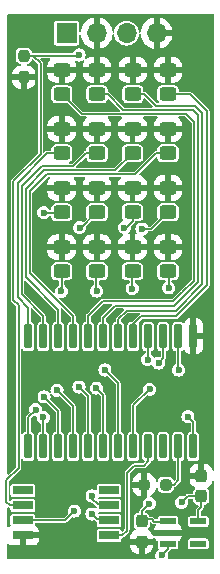
<source format=gbr>
%TF.GenerationSoftware,KiCad,Pcbnew,8.0.1*%
%TF.CreationDate,2025-01-22T20:31:23-07:00*%
%TF.ProjectId,LEDDisplay,4c454444-6973-4706-9c61-792e6b696361,rev?*%
%TF.SameCoordinates,Original*%
%TF.FileFunction,Copper,L1,Top*%
%TF.FilePolarity,Positive*%
%FSLAX46Y46*%
G04 Gerber Fmt 4.6, Leading zero omitted, Abs format (unit mm)*
G04 Created by KiCad (PCBNEW 8.0.1) date 2025-01-22 20:31:23*
%MOMM*%
%LPD*%
G01*
G04 APERTURE LIST*
G04 Aperture macros list*
%AMRoundRect*
0 Rectangle with rounded corners*
0 $1 Rounding radius*
0 $2 $3 $4 $5 $6 $7 $8 $9 X,Y pos of 4 corners*
0 Add a 4 corners polygon primitive as box body*
4,1,4,$2,$3,$4,$5,$6,$7,$8,$9,$2,$3,0*
0 Add four circle primitives for the rounded corners*
1,1,$1+$1,$2,$3*
1,1,$1+$1,$4,$5*
1,1,$1+$1,$6,$7*
1,1,$1+$1,$8,$9*
0 Add four rect primitives between the rounded corners*
20,1,$1+$1,$2,$3,$4,$5,0*
20,1,$1+$1,$4,$5,$6,$7,0*
20,1,$1+$1,$6,$7,$8,$9,0*
20,1,$1+$1,$8,$9,$2,$3,0*%
G04 Aperture macros list end*
%TA.AperFunction,SMDPad,CuDef*%
%ADD10RoundRect,0.237500X-0.250000X-0.237500X0.250000X-0.237500X0.250000X0.237500X-0.250000X0.237500X0*%
%TD*%
%TA.AperFunction,SMDPad,CuDef*%
%ADD11RoundRect,0.237500X0.237500X-0.300000X0.237500X0.300000X-0.237500X0.300000X-0.237500X-0.300000X0*%
%TD*%
%TA.AperFunction,ComponentPad*%
%ADD12R,1.700000X1.700000*%
%TD*%
%TA.AperFunction,ComponentPad*%
%ADD13O,1.700000X1.700000*%
%TD*%
%TA.AperFunction,SMDPad,CuDef*%
%ADD14RoundRect,0.250000X-0.450000X0.325000X-0.450000X-0.325000X0.450000X-0.325000X0.450000X0.325000X0*%
%TD*%
%TA.AperFunction,SMDPad,CuDef*%
%ADD15R,1.320800X0.508000*%
%TD*%
%TA.AperFunction,SMDPad,CuDef*%
%ADD16RoundRect,0.237500X-0.237500X0.300000X-0.237500X-0.300000X0.237500X-0.300000X0.237500X0.300000X0*%
%TD*%
%TA.AperFunction,SMDPad,CuDef*%
%ADD17RoundRect,0.075000X-0.225000X0.950000X-0.225000X-0.950000X0.225000X-0.950000X0.225000X0.950000X0*%
%TD*%
%TA.AperFunction,SMDPad,CuDef*%
%ADD18RoundRect,0.237500X-0.237500X0.250000X-0.237500X-0.250000X0.237500X-0.250000X0.237500X0.250000X0*%
%TD*%
%TA.AperFunction,SMDPad,CuDef*%
%ADD19R,1.700000X0.650000*%
%TD*%
%TA.AperFunction,ViaPad*%
%ADD20C,0.600000*%
%TD*%
%TA.AperFunction,Conductor*%
%ADD21C,0.152400*%
%TD*%
G04 APERTURE END LIST*
D10*
%TO.P,R1,1*%
%TO.N,GND*%
X206980000Y-104100000D03*
%TO.P,R1,2*%
%TO.N,Net-(U4-R-EXT)*%
X208805000Y-104100000D03*
%TD*%
D11*
%TO.P,C2,1*%
%TO.N,VDD_3.3V*%
X211810000Y-105060000D03*
%TO.P,C2,2*%
%TO.N,GND*%
X211810000Y-103335000D03*
%TD*%
D12*
%TO.P,J3,1,Pin_1*%
%TO.N,VCC*%
X200420000Y-65860000D03*
D13*
%TO.P,J3,2,Pin_2*%
%TO.N,GND*%
X202960000Y-65860000D03*
%TO.P,J3,3,Pin_3*%
%TO.N,BPW34_1*%
X205500000Y-65860000D03*
%TO.P,J3,4,Pin_4*%
%TO.N,GND*%
X208040000Y-65860000D03*
%TD*%
D14*
%TO.P,D5,1,K*%
%TO.N,GND*%
X209000000Y-73975000D03*
%TO.P,D5,2,A*%
%TO.N,L5*%
X209000000Y-76025000D03*
%TD*%
%TO.P,D14,1,K*%
%TO.N,GND*%
X203000000Y-83975000D03*
%TO.P,D14,2,A*%
%TO.N,L14*%
X203000000Y-86025000D03*
%TD*%
%TO.P,D6,1,K*%
%TO.N,GND*%
X206000000Y-73975000D03*
%TO.P,D6,2,A*%
%TO.N,L6*%
X206000000Y-76025000D03*
%TD*%
%TO.P,D8,1,K*%
%TO.N,GND*%
X200000000Y-73975000D03*
%TO.P,D8,2,A*%
%TO.N,L8*%
X200000000Y-76025000D03*
%TD*%
%TO.P,D3,1,K*%
%TO.N,GND*%
X203000000Y-68975000D03*
%TO.P,D3,2,A*%
%TO.N,L3*%
X203000000Y-71025000D03*
%TD*%
%TO.P,D2,1,K*%
%TO.N,GND*%
X206020000Y-68975000D03*
%TO.P,D2,2,A*%
%TO.N,L2*%
X206020000Y-71025000D03*
%TD*%
D15*
%TO.P,U1,1,VIN*%
%TO.N,VCC*%
X208990000Y-107200000D03*
%TO.P,U1,2,GND*%
%TO.N,GND*%
X208990000Y-108150001D03*
%TO.P,U1,3,EN*%
%TO.N,VCC*%
X208990000Y-109100002D03*
%TO.P,U1,4,NC*%
%TO.N,unconnected-(U1-NC-Pad4)*%
X211580800Y-109100002D03*
%TO.P,U1,5,VOUT*%
%TO.N,VDD_3.3V*%
X211580800Y-107200000D03*
%TD*%
D16*
%TO.P,C1,1*%
%TO.N,VCC*%
X206770000Y-107195000D03*
%TO.P,C1,2*%
%TO.N,GND*%
X206770000Y-108920000D03*
%TD*%
D14*
%TO.P,D11,1,K*%
%TO.N,GND*%
X206000000Y-78975000D03*
%TO.P,D11,2,A*%
%TO.N,L11*%
X206000000Y-81025000D03*
%TD*%
D17*
%TO.P,U4,1,GND*%
%TO.N,GND*%
X211150000Y-91530000D03*
%TO.P,U4,2,SDI*%
%TO.N,DATA*%
X209880000Y-91530000D03*
%TO.P,U4,3,CLK*%
%TO.N,CLK*%
X208610000Y-91530000D03*
%TO.P,U4,4,LE/DM1*%
%TO.N,LE*%
X207340000Y-91530000D03*
%TO.P,U4,5,~{OUT0}*%
%TO.N,L1*%
X206070000Y-91530000D03*
%TO.P,U4,6,~{OUT1}*%
%TO.N,L2*%
X204800000Y-91530000D03*
%TO.P,U4,7,~{OUT2}*%
%TO.N,L3*%
X203530000Y-91530000D03*
%TO.P,U4,8,~{OUT3}*%
%TO.N,L4*%
X202260000Y-91530000D03*
%TO.P,U4,9,~{OUT4}*%
%TO.N,L5*%
X200990000Y-91530000D03*
%TO.P,U4,10,~{OUT5}*%
%TO.N,L6*%
X199720000Y-91530000D03*
%TO.P,U4,11,~{OUT6}*%
%TO.N,L7*%
X198450000Y-91530000D03*
%TO.P,U4,12,~{OUT7}*%
%TO.N,L8*%
X197180000Y-91530000D03*
%TO.P,U4,13,~{OUT8}*%
%TO.N,L9*%
X197180000Y-100840000D03*
%TO.P,U4,14,~{OUT9}*%
%TO.N,L10*%
X198450000Y-100840000D03*
%TO.P,U4,15,~{OUT10}*%
%TO.N,L11*%
X199720000Y-100840000D03*
%TO.P,U4,16,~{OUT11}*%
%TO.N,L12*%
X200990000Y-100840000D03*
%TO.P,U4,17,~{OUT12}*%
%TO.N,L13*%
X202260000Y-100840000D03*
%TO.P,U4,18,~{OUT13}*%
%TO.N,L14*%
X203530000Y-100840000D03*
%TO.P,U4,19,~{OUT14}*%
%TO.N,L15*%
X204800000Y-100840000D03*
%TO.P,U4,20,~{OUT15}*%
%TO.N,L16*%
X206070000Y-100840000D03*
%TO.P,U4,21,~{OE}/DM2*%
%TO.N,OE*%
X207340000Y-100840000D03*
%TO.P,U4,22,SDO*%
%TO.N,unconnected-(U4-SDO-Pad22)*%
X208610000Y-100840000D03*
%TO.P,U4,23,R-EXT*%
%TO.N,Net-(U4-R-EXT)*%
X209880000Y-100840000D03*
%TO.P,U4,24,VDD*%
%TO.N,VDD_3.3V*%
X211150000Y-100840000D03*
%TD*%
D14*
%TO.P,D13,1,K*%
%TO.N,GND*%
X200000000Y-83975000D03*
%TO.P,D13,2,A*%
%TO.N,L13*%
X200000000Y-86025000D03*
%TD*%
%TO.P,D9,1,K*%
%TO.N,GND*%
X200000000Y-78975000D03*
%TO.P,D9,2,A*%
%TO.N,L9*%
X200000000Y-81025000D03*
%TD*%
%TO.P,D16,1,K*%
%TO.N,GND*%
X209000000Y-83975000D03*
%TO.P,D16,2,A*%
%TO.N,L16*%
X209000000Y-86025000D03*
%TD*%
%TO.P,D1,1,K*%
%TO.N,GND*%
X209000000Y-68975000D03*
%TO.P,D1,2,A*%
%TO.N,L1*%
X209000000Y-71025000D03*
%TD*%
%TO.P,D10,1,K*%
%TO.N,GND*%
X203000000Y-78975000D03*
%TO.P,D10,2,A*%
%TO.N,L10*%
X203000000Y-81025000D03*
%TD*%
D18*
%TO.P,R2,1*%
%TO.N,BPW34_1*%
X196800000Y-67775000D03*
%TO.P,R2,2*%
%TO.N,GND*%
X196800000Y-69600000D03*
%TD*%
D19*
%TO.P,U3,1,~{RESET}/PB5*%
%TO.N,unconnected-(U3-~{RESET}{slash}PB5-Pad1)*%
X196710000Y-104580000D03*
%TO.P,U3,2,XTAL1/PB3*%
%TO.N,BPW34_1*%
X196710000Y-105850000D03*
%TO.P,U3,3,XTAL2/PB4*%
%TO.N,LE*%
X196710000Y-107120000D03*
%TO.P,U3,4,GND*%
%TO.N,GND*%
X196710000Y-108390000D03*
%TO.P,U3,5,AREF/PB0*%
%TO.N,OE*%
X204010000Y-108390000D03*
%TO.P,U3,6,PB1*%
%TO.N,CLK*%
X204010000Y-107120000D03*
%TO.P,U3,7,PB2*%
%TO.N,DATA*%
X204010000Y-105850000D03*
%TO.P,U3,8,VCC*%
%TO.N,unconnected-(U3-VCC-Pad8)*%
X204010000Y-104580000D03*
%TD*%
D14*
%TO.P,D15,1,K*%
%TO.N,GND*%
X206000000Y-83975000D03*
%TO.P,D15,2,A*%
%TO.N,L15*%
X206000000Y-86025000D03*
%TD*%
%TO.P,D7,1,K*%
%TO.N,GND*%
X203000000Y-73975000D03*
%TO.P,D7,2,A*%
%TO.N,L7*%
X203000000Y-76025000D03*
%TD*%
%TO.P,D4,1,K*%
%TO.N,GND*%
X200000000Y-68975000D03*
%TO.P,D4,2,A*%
%TO.N,L4*%
X200000000Y-71025000D03*
%TD*%
%TO.P,D12,1,K*%
%TO.N,GND*%
X209000000Y-78975000D03*
%TO.P,D12,2,A*%
%TO.N,L12*%
X209000000Y-81025000D03*
%TD*%
D20*
%TO.N,L9*%
X197804465Y-97739335D03*
X198490000Y-81060000D03*
%TO.N,L10*%
X198450000Y-98400000D03*
X201530000Y-82330000D03*
%TO.N,L11*%
X205300000Y-82320000D03*
X198510000Y-96660000D03*
%TO.N,L12*%
X206800000Y-82440000D03*
X199610000Y-96090000D03*
%TO.N,L13*%
X199970000Y-87710000D03*
X201470000Y-95830000D03*
%TO.N,L14*%
X202940000Y-95920000D03*
X202960000Y-87700000D03*
%TO.N,L15*%
X205970000Y-87483800D03*
X203660000Y-94380000D03*
%TO.N,L16*%
X207440000Y-96010000D03*
X209070000Y-87430000D03*
%TO.N,VCC*%
X208480000Y-110080000D03*
X207430000Y-105690000D03*
%TO.N,DATA*%
X209900000Y-94390000D03*
X202580000Y-105050000D03*
%TO.N,CLK*%
X202570000Y-106580000D03*
X208200000Y-93790000D03*
%TO.N,VDD_3.3V*%
X210690000Y-98330000D03*
X210160000Y-105580000D03*
%TO.N,LE*%
X201080000Y-106330000D03*
X207280000Y-93500000D03*
%TO.N,BPW34_1*%
X201480000Y-67710000D03*
%TD*%
D21*
%TO.N,GND*%
X211810000Y-102510000D02*
X211810000Y-103160000D01*
X211150000Y-94650000D02*
X211150000Y-96410000D01*
X211150000Y-94650000D02*
X211150000Y-91530000D01*
X200000000Y-69000000D02*
X208975000Y-69000000D01*
X212670000Y-97930000D02*
X212670000Y-101650000D01*
X200000000Y-78975000D02*
X209000000Y-78975000D01*
X200000000Y-68975000D02*
X199115000Y-68975000D01*
X203000000Y-66030000D02*
X203090000Y-65940000D01*
X200000000Y-73975000D02*
X209000000Y-73975000D01*
X211150000Y-96410000D02*
X212670000Y-97930000D01*
X208975000Y-69000000D02*
X209000000Y-68975000D01*
X200000000Y-83975000D02*
X209000000Y-83975000D01*
X206980000Y-104370000D02*
X206980000Y-104100000D01*
X199325000Y-73975000D02*
X200000000Y-73975000D01*
X212670000Y-101650000D02*
X211810000Y-102510000D01*
%TO.N,L1*%
X209698368Y-89850000D02*
X212330000Y-87218368D01*
X206070000Y-90505001D02*
X206725001Y-89850000D01*
X212330000Y-87218368D02*
X212330000Y-72490000D01*
X206725001Y-89850000D02*
X209698368Y-89850000D01*
X210865000Y-71025000D02*
X209000000Y-71025000D01*
X206070000Y-91530000D02*
X206070000Y-90505001D01*
X212330000Y-72490000D02*
X210865000Y-71025000D01*
%TO.N,L2*%
X207980000Y-72010000D02*
X206995000Y-71025000D01*
X211260000Y-72010000D02*
X207980000Y-72010000D01*
X211910000Y-87140000D02*
X211910000Y-72660000D01*
X206995000Y-71025000D02*
X206020000Y-71025000D01*
X204800000Y-90060000D02*
X205510000Y-89350000D01*
X205510000Y-89350000D02*
X209700000Y-89350000D01*
X209700000Y-89350000D02*
X211910000Y-87140000D01*
X204800000Y-91530000D02*
X204800000Y-90060000D01*
X211910000Y-72660000D02*
X211260000Y-72010000D01*
%TO.N,L3*%
X211550000Y-72820000D02*
X211092400Y-72362400D01*
X209538368Y-88970000D02*
X211550000Y-86958368D01*
X203530000Y-89940000D02*
X204500000Y-88970000D01*
X203530000Y-91530000D02*
X203530000Y-89940000D01*
X211092400Y-72362400D02*
X205222400Y-72362400D01*
X211550000Y-86958368D02*
X211550000Y-72820000D01*
X204500000Y-88970000D02*
X209538368Y-88970000D01*
X203885000Y-71025000D02*
X203000000Y-71025000D01*
X205222400Y-72362400D02*
X203885000Y-71025000D01*
%TO.N,L4*%
X202260000Y-91530000D02*
X202260000Y-89780000D01*
X201689800Y-72714800D02*
X200000000Y-71025000D01*
X209400000Y-88580000D02*
X210200000Y-87780000D01*
X211197600Y-86812400D02*
X211197600Y-73347600D01*
X202260000Y-89780000D02*
X203460000Y-88580000D01*
X211197600Y-73347600D02*
X210564800Y-72714800D01*
X203460000Y-88580000D02*
X209400000Y-88580000D01*
X210230000Y-87780000D02*
X211197600Y-86812400D01*
X210200000Y-87780000D02*
X210230000Y-87780000D01*
X210564800Y-72714800D02*
X201689800Y-72714800D01*
%TO.N,L5*%
X197320000Y-86170000D02*
X200990000Y-89840000D01*
X206190000Y-77820000D02*
X198760000Y-77820000D01*
X209000000Y-76025000D02*
X207985000Y-76025000D01*
X198760000Y-77820000D02*
X197320000Y-79260000D01*
X200990000Y-89840000D02*
X200990000Y-91530000D01*
X200990000Y-91530000D02*
X200990000Y-90505001D01*
X207985000Y-76025000D02*
X206190000Y-77820000D01*
X197320000Y-79260000D02*
X197320000Y-86170000D01*
%TO.N,L6*%
X196967600Y-79032400D02*
X198532400Y-77467600D01*
X206000000Y-76250000D02*
X206000000Y-76025000D01*
X199720000Y-91530000D02*
X199720000Y-89300000D01*
X204557400Y-77467600D02*
X206000000Y-76025000D01*
X198532400Y-77467600D02*
X204557400Y-77467600D01*
X196967600Y-86547600D02*
X196967600Y-79032400D01*
X199720000Y-89300000D02*
X196967600Y-86547600D01*
%TO.N,L7*%
X198450000Y-89810000D02*
X198450000Y-91530000D01*
X200984800Y-77115200D02*
X198314800Y-77115200D01*
X196615200Y-78814800D02*
X196615200Y-87975200D01*
X196615200Y-87975200D02*
X198450000Y-89810000D01*
X202075000Y-76025000D02*
X200984800Y-77115200D01*
X203000000Y-76025000D02*
X202075000Y-76025000D01*
X198314800Y-77115200D02*
X196615200Y-78814800D01*
%TO.N,L8*%
X196262800Y-78517200D02*
X196262800Y-88192800D01*
X198755000Y-76025000D02*
X196262800Y-78517200D01*
X197180000Y-89110000D02*
X197180000Y-91530000D01*
X196262800Y-88192800D02*
X197180000Y-89110000D01*
X200000000Y-76025000D02*
X198755000Y-76025000D01*
%TO.N,L9*%
X197180000Y-98363800D02*
X197180000Y-100840000D01*
X197804465Y-97739335D02*
X197180000Y-98363800D01*
X198490000Y-81060000D02*
X199965000Y-81060000D01*
X199965000Y-81060000D02*
X200000000Y-81025000D01*
%TO.N,L10*%
X201530000Y-82330000D02*
X201640000Y-82330000D01*
X198450000Y-98400000D02*
X198450000Y-100840000D01*
X202945000Y-81025000D02*
X203000000Y-81025000D01*
X198450000Y-100840000D02*
X198450000Y-99850000D01*
X201640000Y-82330000D02*
X202945000Y-81025000D01*
%TO.N,L11*%
X205300000Y-82320000D02*
X205420000Y-82320000D01*
X205420000Y-82320000D02*
X206000000Y-81740000D01*
X206000000Y-81740000D02*
X206000000Y-81025000D01*
X198510000Y-96660000D02*
X199720000Y-97870000D01*
X199720000Y-97870000D02*
X199720000Y-100840000D01*
%TO.N,L12*%
X200990000Y-100840000D02*
X200990000Y-97470000D01*
X206800000Y-82440000D02*
X207585000Y-82440000D01*
X207585000Y-82440000D02*
X209000000Y-81025000D01*
X200990000Y-97470000D02*
X199610000Y-96090000D01*
%TO.N,L13*%
X199970000Y-87420000D02*
X200000000Y-87390000D01*
X200000000Y-87390000D02*
X200000000Y-86025000D01*
X202260000Y-96620000D02*
X202260000Y-100840000D01*
X201470000Y-95830000D02*
X202260000Y-96620000D01*
X199970000Y-87710000D02*
X199970000Y-87420000D01*
%TO.N,L14*%
X202960000Y-87700000D02*
X202940000Y-87680000D01*
X202940000Y-86085000D02*
X203000000Y-86025000D01*
X202940000Y-95920000D02*
X203530000Y-96510000D01*
X203530000Y-96510000D02*
X203530000Y-100840000D01*
X202940000Y-87680000D02*
X202940000Y-86085000D01*
%TO.N,L15*%
X203660000Y-94380000D02*
X204800000Y-95520000D01*
X205970000Y-87483800D02*
X205970000Y-86055000D01*
X204800000Y-95520000D02*
X204800000Y-100840000D01*
X205970000Y-86055000D02*
X206000000Y-86025000D01*
%TO.N,L16*%
X207440000Y-96010000D02*
X206070000Y-97380000D01*
X209070000Y-86095000D02*
X209000000Y-86025000D01*
X206070000Y-97380000D02*
X206070000Y-100840000D01*
X209070000Y-87430000D02*
X209070000Y-86095000D01*
%TO.N,VCC*%
X208990000Y-107200000D02*
X208970000Y-107220000D01*
X207850000Y-107220000D02*
X207650000Y-107020000D01*
X209010000Y-109120002D02*
X208990000Y-109100002D01*
X207430000Y-105690000D02*
X206770000Y-106350000D01*
X208990000Y-109100002D02*
X208990000Y-109570000D01*
X206770000Y-107286402D02*
X206770000Y-107020000D01*
X208990000Y-109570000D02*
X208480000Y-110080000D01*
X206770000Y-106350000D02*
X206770000Y-107020000D01*
X207650000Y-107020000D02*
X206770000Y-107020000D01*
X208970000Y-107220000D02*
X207850000Y-107220000D01*
X208990000Y-109100002D02*
X208583600Y-109100002D01*
%TO.N,DATA*%
X203040000Y-105770000D02*
X202580000Y-105310000D01*
X204620000Y-105770000D02*
X203040000Y-105770000D01*
X209900000Y-94390000D02*
X209880000Y-94370000D01*
X202580000Y-105310000D02*
X202580000Y-105050000D01*
X209880000Y-94370000D02*
X209880000Y-91530000D01*
%TO.N,CLK*%
X208200000Y-93790000D02*
X208610000Y-93380000D01*
X204620000Y-107040000D02*
X203030000Y-107040000D01*
X203030000Y-107040000D02*
X202570000Y-106580000D01*
X208610000Y-93380000D02*
X208610000Y-91530000D01*
%TO.N,VDD_3.3V*%
X211150000Y-98790000D02*
X210690000Y-98330000D01*
X211810000Y-105060000D02*
X210680000Y-105060000D01*
X211580800Y-107200000D02*
X211580800Y-106249200D01*
X210680000Y-105060000D02*
X210160000Y-105580000D01*
X211810000Y-106020000D02*
X211810000Y-105235000D01*
X211580800Y-106249200D02*
X211810000Y-106020000D01*
X211150000Y-100840000D02*
X211150000Y-98790000D01*
%TO.N,OE*%
X204010000Y-108390000D02*
X205120000Y-108390000D01*
X207340000Y-102100000D02*
X206955000Y-102485000D01*
X205540000Y-107870000D02*
X205540000Y-103070000D01*
X207340000Y-100840000D02*
X207340000Y-102100000D01*
X205540000Y-103070000D02*
X206125000Y-102485000D01*
X205120000Y-108390000D02*
X205520000Y-107990000D01*
X205520000Y-107890000D02*
X205540000Y-107870000D01*
X205520000Y-107990000D02*
X205520000Y-107890000D01*
X206125000Y-102485000D02*
X206955000Y-102485000D01*
%TO.N,LE*%
X200290000Y-107120000D02*
X196710000Y-107120000D01*
X197320000Y-107040000D02*
X197400000Y-107120000D01*
X207340000Y-93440000D02*
X207340000Y-91530000D01*
X200290000Y-107120000D02*
X201080000Y-106330000D01*
X207280000Y-93500000D02*
X207340000Y-93440000D01*
%TO.N,Net-(U4-R-EXT)*%
X208805000Y-104100000D02*
X209500000Y-104100000D01*
X209500000Y-104100000D02*
X209880000Y-103720000D01*
X209880000Y-103720000D02*
X209880000Y-100840000D01*
X209870000Y-100850000D02*
X209880000Y-100840000D01*
%TO.N,BPW34_1*%
X197605000Y-67775000D02*
X196800000Y-67775000D01*
X195300000Y-105520000D02*
X195300000Y-103730000D01*
X201415000Y-67775000D02*
X201480000Y-67710000D01*
X198210000Y-68380000D02*
X197605000Y-67775000D01*
X195910400Y-88440400D02*
X195910400Y-78371232D01*
X196350000Y-102680000D02*
X196350000Y-88880000D01*
X195910400Y-78371232D02*
X198210000Y-76071632D01*
X196800000Y-67775000D02*
X201415000Y-67775000D01*
X195630000Y-105850000D02*
X195300000Y-105520000D01*
X196710000Y-105850000D02*
X195630000Y-105850000D01*
X198210000Y-76071632D02*
X198210000Y-68380000D01*
X196350000Y-88880000D02*
X195910400Y-88440400D01*
X195300000Y-103730000D02*
X196350000Y-102680000D01*
%TD*%
%TA.AperFunction,Conductor*%
%TO.N,GND*%
G36*
X212882638Y-64268093D02*
G01*
X212908358Y-64312642D01*
X212909500Y-64325700D01*
X212909500Y-102825692D01*
X212891907Y-102874030D01*
X212847358Y-102899750D01*
X212796700Y-102890817D01*
X212763635Y-102851412D01*
X212762917Y-102849346D01*
X212720451Y-102721194D01*
X212629947Y-102574465D01*
X212629944Y-102574461D01*
X212508038Y-102452555D01*
X212508034Y-102452552D01*
X212361304Y-102362048D01*
X212361305Y-102362048D01*
X212197652Y-102307820D01*
X212197650Y-102307819D01*
X212096641Y-102297500D01*
X212060000Y-102297500D01*
X212060000Y-103509800D01*
X212042407Y-103558138D01*
X211997858Y-103583858D01*
X211984800Y-103585000D01*
X210835001Y-103585000D01*
X210835001Y-103684141D01*
X210845320Y-103785155D01*
X210899548Y-103948805D01*
X210990052Y-104095534D01*
X210990055Y-104095538D01*
X211111961Y-104217444D01*
X211111965Y-104217447D01*
X211258697Y-104307952D01*
X211259618Y-104308382D01*
X211259979Y-104308743D01*
X211262425Y-104310252D01*
X211262067Y-104310831D01*
X211295992Y-104344754D01*
X211300477Y-104395998D01*
X211272497Y-104437041D01*
X211259289Y-104446789D01*
X211180884Y-104553024D01*
X211180882Y-104553027D01*
X211137276Y-104677648D01*
X211137274Y-104677657D01*
X211134500Y-104707235D01*
X211134500Y-104781100D01*
X211116907Y-104829438D01*
X211072358Y-104855158D01*
X211059300Y-104856300D01*
X210639481Y-104856300D01*
X210564613Y-104887311D01*
X210564612Y-104887312D01*
X210564610Y-104887313D01*
X210545636Y-104906288D01*
X210507311Y-104944613D01*
X210507310Y-104944614D01*
X210441473Y-105010451D01*
X210413163Y-105038761D01*
X210366543Y-105060500D01*
X210331213Y-105055062D01*
X210315248Y-105048449D01*
X210303710Y-105043670D01*
X210160000Y-105024750D01*
X210016291Y-105043670D01*
X210016288Y-105043670D01*
X210016288Y-105043671D01*
X209882373Y-105099139D01*
X209767378Y-105187378D01*
X209679139Y-105302373D01*
X209636848Y-105404476D01*
X209623670Y-105436291D01*
X209604750Y-105580000D01*
X209623670Y-105723709D01*
X209623671Y-105723711D01*
X209679139Y-105857626D01*
X209767378Y-105972621D01*
X209882373Y-106060860D01*
X209882374Y-106060860D01*
X209882375Y-106060861D01*
X210016291Y-106116330D01*
X210160000Y-106135250D01*
X210303709Y-106116330D01*
X210437625Y-106060861D01*
X210552621Y-105972621D01*
X210640861Y-105857625D01*
X210696330Y-105723709D01*
X210715250Y-105580000D01*
X210696330Y-105436291D01*
X210684936Y-105408785D01*
X210682693Y-105357396D01*
X210701237Y-105326836D01*
X210742351Y-105285724D01*
X210788972Y-105263986D01*
X210795524Y-105263700D01*
X211059300Y-105263700D01*
X211107638Y-105281293D01*
X211133358Y-105325842D01*
X211134500Y-105338900D01*
X211134500Y-105412764D01*
X211136707Y-105436291D01*
X211137275Y-105442349D01*
X211142629Y-105457650D01*
X211180882Y-105566972D01*
X211180884Y-105566975D01*
X211259289Y-105673211D01*
X211327715Y-105723711D01*
X211365524Y-105751615D01*
X211365527Y-105751617D01*
X211395442Y-105762084D01*
X211490151Y-105795225D01*
X211519735Y-105797999D01*
X211519738Y-105798000D01*
X211519744Y-105798000D01*
X211531100Y-105798000D01*
X211579438Y-105815593D01*
X211605158Y-105860142D01*
X211606300Y-105873200D01*
X211606300Y-105904475D01*
X211588707Y-105952813D01*
X211584274Y-105957649D01*
X211465418Y-106076504D01*
X211465414Y-106076509D01*
X211465414Y-106076510D01*
X211465413Y-106076511D01*
X211442785Y-106099139D01*
X211408113Y-106133810D01*
X211408112Y-106133812D01*
X211408111Y-106133813D01*
X211379344Y-106203264D01*
X211377100Y-106208682D01*
X211377100Y-106670300D01*
X211359507Y-106718638D01*
X211314958Y-106744358D01*
X211301900Y-106745500D01*
X210900651Y-106745500D01*
X210842170Y-106757132D01*
X210842168Y-106757133D01*
X210775848Y-106801448D01*
X210731533Y-106867768D01*
X210731532Y-106867770D01*
X210719900Y-106926251D01*
X210719900Y-107473748D01*
X210731532Y-107532229D01*
X210731533Y-107532231D01*
X210775848Y-107598552D01*
X210842169Y-107642867D01*
X210871410Y-107648683D01*
X210900651Y-107654500D01*
X210900652Y-107654500D01*
X212260949Y-107654500D01*
X212280442Y-107650622D01*
X212319431Y-107642867D01*
X212385752Y-107598552D01*
X212430067Y-107532231D01*
X212441700Y-107473748D01*
X212441700Y-106926252D01*
X212439720Y-106916300D01*
X212430067Y-106867770D01*
X212430066Y-106867768D01*
X212429104Y-106866328D01*
X212385752Y-106801448D01*
X212319431Y-106757133D01*
X212319429Y-106757132D01*
X212260949Y-106745500D01*
X212260948Y-106745500D01*
X211859700Y-106745500D01*
X211811362Y-106727907D01*
X211785642Y-106683358D01*
X211784500Y-106670300D01*
X211784500Y-106364723D01*
X211802093Y-106316385D01*
X211806515Y-106311559D01*
X211925385Y-106192689D01*
X211925387Y-106192689D01*
X211982689Y-106135387D01*
X212007076Y-106076511D01*
X212013701Y-106060518D01*
X212013701Y-105979481D01*
X212013701Y-105973426D01*
X212013700Y-105973412D01*
X212013700Y-105873200D01*
X212031293Y-105824862D01*
X212075842Y-105799142D01*
X212088900Y-105798000D01*
X212100262Y-105798000D01*
X212100263Y-105797999D01*
X212129849Y-105795225D01*
X212254475Y-105751616D01*
X212360711Y-105673211D01*
X212439116Y-105566975D01*
X212482725Y-105442349D01*
X212485499Y-105412763D01*
X212485500Y-105412762D01*
X212485500Y-104707238D01*
X212485499Y-104707235D01*
X212482725Y-104677651D01*
X212439116Y-104553025D01*
X212360711Y-104446789D01*
X212347503Y-104437041D01*
X212319060Y-104394182D01*
X212324820Y-104343066D01*
X212357909Y-104310794D01*
X212357575Y-104310252D01*
X212359997Y-104308757D01*
X212360386Y-104308379D01*
X212361309Y-104307948D01*
X212508034Y-104217447D01*
X212508038Y-104217444D01*
X212629944Y-104095538D01*
X212629947Y-104095534D01*
X212720451Y-103948805D01*
X212762917Y-103820651D01*
X212794822Y-103780301D01*
X212845199Y-103769899D01*
X212890476Y-103794312D01*
X212909468Y-103842118D01*
X212909500Y-103844305D01*
X212909500Y-110344300D01*
X212891907Y-110392638D01*
X212847358Y-110418358D01*
X212834300Y-110419500D01*
X209047776Y-110419500D01*
X208999438Y-110401907D01*
X208973718Y-110357358D01*
X208978300Y-110315523D01*
X208979539Y-110312530D01*
X209016330Y-110223709D01*
X209035250Y-110080000D01*
X209016330Y-109936291D01*
X209004937Y-109908785D01*
X209002694Y-109857394D01*
X209021237Y-109826836D01*
X209105385Y-109742689D01*
X209105387Y-109742689D01*
X209162689Y-109685387D01*
X209171772Y-109663458D01*
X209193701Y-109610519D01*
X209193701Y-109610518D01*
X209196536Y-109603675D01*
X209199058Y-109604720D01*
X209219498Y-109571048D01*
X209266559Y-109554502D01*
X209670149Y-109554502D01*
X209697929Y-109548976D01*
X209728631Y-109542869D01*
X209794952Y-109498554D01*
X209839267Y-109432233D01*
X209850900Y-109373750D01*
X210719900Y-109373750D01*
X210731532Y-109432231D01*
X210731533Y-109432233D01*
X210775848Y-109498554D01*
X210842169Y-109542869D01*
X210871410Y-109548685D01*
X210900651Y-109554502D01*
X210900652Y-109554502D01*
X212260949Y-109554502D01*
X212288729Y-109548976D01*
X212319431Y-109542869D01*
X212385752Y-109498554D01*
X212430067Y-109432233D01*
X212441700Y-109373750D01*
X212441700Y-108826254D01*
X212430067Y-108767771D01*
X212385752Y-108701450D01*
X212319431Y-108657135D01*
X212319429Y-108657134D01*
X212260949Y-108645502D01*
X212260948Y-108645502D01*
X210900652Y-108645502D01*
X210900651Y-108645502D01*
X210842170Y-108657134D01*
X210842168Y-108657135D01*
X210775848Y-108701450D01*
X210731533Y-108767770D01*
X210731532Y-108767772D01*
X210719900Y-108826253D01*
X210719900Y-109373750D01*
X209850900Y-109373750D01*
X209850900Y-108914681D01*
X209868493Y-108866343D01*
X209890065Y-108848677D01*
X209892493Y-108847351D01*
X210007589Y-108761190D01*
X210093750Y-108646093D01*
X210093751Y-108646091D01*
X210143997Y-108511378D01*
X210143998Y-108511375D01*
X210150399Y-108451832D01*
X210150400Y-108451821D01*
X210150400Y-108400001D01*
X207829599Y-108400001D01*
X207827128Y-108402472D01*
X207780508Y-108424210D01*
X207730821Y-108410895D01*
X207702572Y-108372950D01*
X207680451Y-108306194D01*
X207589947Y-108159465D01*
X207589944Y-108159461D01*
X207468038Y-108037555D01*
X207468034Y-108037552D01*
X207321298Y-107947044D01*
X207320375Y-107946614D01*
X207320012Y-107946251D01*
X207317575Y-107944748D01*
X207317931Y-107944170D01*
X207284004Y-107910239D01*
X207279524Y-107858994D01*
X207307503Y-107817958D01*
X207320711Y-107808211D01*
X207399116Y-107701975D01*
X207442725Y-107577349D01*
X207445499Y-107547763D01*
X207445500Y-107547762D01*
X207445500Y-107298900D01*
X207463093Y-107250562D01*
X207507642Y-107224842D01*
X207520700Y-107223700D01*
X207534477Y-107223700D01*
X207582815Y-107241293D01*
X207587651Y-107245726D01*
X207673018Y-107331093D01*
X207673031Y-107331108D01*
X207734611Y-107392688D01*
X207734612Y-107392688D01*
X207734613Y-107392689D01*
X207756581Y-107401788D01*
X207756582Y-107401789D01*
X207756583Y-107401789D01*
X207809482Y-107423701D01*
X207809483Y-107423701D01*
X207899271Y-107423701D01*
X207899279Y-107423700D01*
X207908352Y-107423700D01*
X207956690Y-107441293D01*
X207982410Y-107485842D01*
X207973477Y-107536500D01*
X207968552Y-107543966D01*
X207886249Y-107653908D01*
X207886248Y-107653910D01*
X207836002Y-107788623D01*
X207836001Y-107788626D01*
X207829600Y-107848169D01*
X207829600Y-107900001D01*
X210150400Y-107900001D01*
X210150400Y-107848181D01*
X210150399Y-107848169D01*
X210143998Y-107788626D01*
X210143997Y-107788623D01*
X210093751Y-107653910D01*
X210093750Y-107653908D01*
X210007589Y-107538811D01*
X209892489Y-107452647D01*
X209890058Y-107451320D01*
X209888786Y-107449875D01*
X209888183Y-107449424D01*
X209888277Y-107449297D01*
X209856066Y-107412712D01*
X209850900Y-107385320D01*
X209850900Y-106926251D01*
X209839267Y-106867770D01*
X209839266Y-106867768D01*
X209838304Y-106866328D01*
X209794952Y-106801448D01*
X209728631Y-106757133D01*
X209728629Y-106757132D01*
X209670149Y-106745500D01*
X209670148Y-106745500D01*
X208309852Y-106745500D01*
X208309851Y-106745500D01*
X208251370Y-106757132D01*
X208251368Y-106757133D01*
X208185048Y-106801448D01*
X208140733Y-106867768D01*
X208140732Y-106867770D01*
X208129100Y-106926251D01*
X208129100Y-106941100D01*
X208111507Y-106989438D01*
X208066958Y-107015158D01*
X208053900Y-107016300D01*
X207965523Y-107016300D01*
X207917185Y-106998707D01*
X207912349Y-106994274D01*
X207833266Y-106915191D01*
X207833265Y-106915189D01*
X207833265Y-106915190D01*
X207822689Y-106904613D01*
X207765387Y-106847311D01*
X207690519Y-106816300D01*
X207690518Y-106816300D01*
X207497359Y-106816300D01*
X207449021Y-106798707D01*
X207426379Y-106765937D01*
X207399117Y-106688027D01*
X207399115Y-106688024D01*
X207320711Y-106581789D01*
X207214475Y-106503384D01*
X207214472Y-106503382D01*
X207097954Y-106462611D01*
X207058140Y-106430040D01*
X207048576Y-106379497D01*
X207069616Y-106338458D01*
X207176835Y-106231238D01*
X207223455Y-106209499D01*
X207258784Y-106214936D01*
X207286291Y-106226330D01*
X207430000Y-106245250D01*
X207573709Y-106226330D01*
X207707625Y-106170861D01*
X207822621Y-106082621D01*
X207910861Y-105967625D01*
X207966330Y-105833709D01*
X207985250Y-105690000D01*
X207966330Y-105546291D01*
X207910861Y-105412375D01*
X207910860Y-105412374D01*
X207910860Y-105412373D01*
X207822621Y-105297378D01*
X207707626Y-105209139D01*
X207573709Y-105153670D01*
X207566664Y-105152742D01*
X207521038Y-105128986D01*
X207501356Y-105081461D01*
X207516828Y-105032403D01*
X207540488Y-105013420D01*
X207540076Y-105012752D01*
X207690534Y-104919947D01*
X207690538Y-104919944D01*
X207812444Y-104798038D01*
X207812447Y-104798034D01*
X207902951Y-104651305D01*
X207957179Y-104487652D01*
X207957180Y-104487650D01*
X207967258Y-104389006D01*
X207989673Y-104342707D01*
X208036605Y-104321648D01*
X208086093Y-104335683D01*
X208114982Y-104378244D01*
X208116940Y-104389626D01*
X208117538Y-104395998D01*
X208119775Y-104419849D01*
X208119776Y-104419851D01*
X208163382Y-104544472D01*
X208163384Y-104544475D01*
X208241789Y-104650711D01*
X208348024Y-104729115D01*
X208348027Y-104729117D01*
X208377942Y-104739584D01*
X208472651Y-104772725D01*
X208502235Y-104775499D01*
X208502238Y-104775500D01*
X208502244Y-104775500D01*
X209107762Y-104775500D01*
X209107763Y-104775499D01*
X209137349Y-104772725D01*
X209261975Y-104729116D01*
X209368211Y-104650711D01*
X209446616Y-104544475D01*
X209490225Y-104419849D01*
X209492999Y-104390263D01*
X209493000Y-104390262D01*
X209493000Y-104373629D01*
X209510593Y-104325291D01*
X209539423Y-104304153D01*
X209540517Y-104303700D01*
X209540519Y-104303700D01*
X209615387Y-104272689D01*
X209672689Y-104215387D01*
X209672689Y-104215385D01*
X210052689Y-103835387D01*
X210083700Y-103760519D01*
X210083700Y-103679481D01*
X210083700Y-103085000D01*
X210835000Y-103085000D01*
X211560000Y-103085000D01*
X211560000Y-102297500D01*
X211559999Y-102297499D01*
X211523359Y-102297500D01*
X211422344Y-102307820D01*
X211258694Y-102362048D01*
X211111965Y-102452552D01*
X211111961Y-102452555D01*
X210990055Y-102574461D01*
X210990052Y-102574465D01*
X210899548Y-102721194D01*
X210845320Y-102884847D01*
X210845319Y-102884849D01*
X210835000Y-102985859D01*
X210835000Y-103085000D01*
X210083700Y-103085000D01*
X210083700Y-102136848D01*
X210101293Y-102088510D01*
X210144230Y-102063093D01*
X210161053Y-102059746D01*
X210212495Y-102049515D01*
X210303624Y-101988624D01*
X210364515Y-101897495D01*
X210380500Y-101817133D01*
X210380499Y-99862868D01*
X210364515Y-99782505D01*
X210364514Y-99782503D01*
X210303624Y-99691375D01*
X210212498Y-99630486D01*
X210212493Y-99630484D01*
X210132133Y-99614500D01*
X209627866Y-99614500D01*
X209627865Y-99614501D01*
X209547503Y-99630485D01*
X209456375Y-99691375D01*
X209395486Y-99782501D01*
X209395484Y-99782506D01*
X209379500Y-99862866D01*
X209379500Y-101817133D01*
X209379501Y-101817134D01*
X209395485Y-101897496D01*
X209456375Y-101988624D01*
X209547501Y-102049513D01*
X209547503Y-102049514D01*
X209547505Y-102049515D01*
X209603257Y-102060604D01*
X209615771Y-102063094D01*
X209659747Y-102089780D01*
X209676300Y-102136849D01*
X209676300Y-103604476D01*
X209658707Y-103652814D01*
X209654284Y-103657639D01*
X209613959Y-103697965D01*
X209585620Y-103726304D01*
X209539000Y-103748043D01*
X209489313Y-103734729D01*
X209461467Y-103697966D01*
X209446616Y-103655525D01*
X209368211Y-103549289D01*
X209261975Y-103470884D01*
X209261972Y-103470882D01*
X209167266Y-103437743D01*
X209137349Y-103427275D01*
X209137344Y-103427274D01*
X209137342Y-103427274D01*
X209107764Y-103424500D01*
X209107756Y-103424500D01*
X208502244Y-103424500D01*
X208502235Y-103424500D01*
X208472657Y-103427274D01*
X208472653Y-103427274D01*
X208472651Y-103427275D01*
X208472648Y-103427275D01*
X208472648Y-103427276D01*
X208348027Y-103470882D01*
X208348024Y-103470884D01*
X208241789Y-103549289D01*
X208163384Y-103655524D01*
X208163382Y-103655527D01*
X208119776Y-103780148D01*
X208119774Y-103780156D01*
X208116939Y-103810380D01*
X208094908Y-103856863D01*
X208048152Y-103878309D01*
X207998550Y-103864684D01*
X207969310Y-103822363D01*
X207967257Y-103810998D01*
X207957179Y-103712344D01*
X207902951Y-103548694D01*
X207812447Y-103401965D01*
X207812444Y-103401961D01*
X207690538Y-103280055D01*
X207690534Y-103280052D01*
X207543804Y-103189548D01*
X207543805Y-103189548D01*
X207380152Y-103135320D01*
X207380150Y-103135319D01*
X207279141Y-103125000D01*
X207230000Y-103125000D01*
X207230000Y-105083545D01*
X207244273Y-105114153D01*
X207230959Y-105163840D01*
X207198138Y-105190182D01*
X207152374Y-105209138D01*
X207037378Y-105297378D01*
X206949139Y-105412373D01*
X206900061Y-105530861D01*
X206893670Y-105546291D01*
X206876960Y-105673211D01*
X206874750Y-105690000D01*
X206893670Y-105833710D01*
X206898449Y-105845248D01*
X206905062Y-105861212D01*
X206907305Y-105912602D01*
X206888761Y-105943163D01*
X206654614Y-106177310D01*
X206654613Y-106177311D01*
X206639235Y-106192689D01*
X206597313Y-106234610D01*
X206597312Y-106234612D01*
X206597311Y-106234613D01*
X206566300Y-106309481D01*
X206566300Y-106309482D01*
X206566300Y-106381800D01*
X206548707Y-106430138D01*
X206504158Y-106455858D01*
X206491100Y-106457000D01*
X206479735Y-106457000D01*
X206450157Y-106459774D01*
X206450153Y-106459774D01*
X206450151Y-106459775D01*
X206450148Y-106459775D01*
X206450148Y-106459776D01*
X206325527Y-106503382D01*
X206325524Y-106503384D01*
X206219289Y-106581789D01*
X206140884Y-106688024D01*
X206140882Y-106688027D01*
X206097276Y-106812648D01*
X206097274Y-106812657D01*
X206094500Y-106842235D01*
X206094500Y-107547764D01*
X206097274Y-107577342D01*
X206097275Y-107577349D01*
X206097276Y-107577351D01*
X206140882Y-107701972D01*
X206140884Y-107701975D01*
X206219289Y-107808211D01*
X206232494Y-107817957D01*
X206260939Y-107860816D01*
X206255180Y-107911932D01*
X206222090Y-107944207D01*
X206222424Y-107944748D01*
X206220011Y-107946236D01*
X206219624Y-107946614D01*
X206218700Y-107947044D01*
X206071965Y-108037552D01*
X206071961Y-108037555D01*
X205950055Y-108159461D01*
X205950052Y-108159465D01*
X205859548Y-108306194D01*
X205805320Y-108469847D01*
X205805319Y-108469849D01*
X205795000Y-108570859D01*
X205795000Y-108670000D01*
X207745000Y-108670000D01*
X207751890Y-108663109D01*
X207762592Y-108633706D01*
X207807141Y-108607986D01*
X207857799Y-108616919D01*
X207882477Y-108642192D01*
X207883023Y-108641784D01*
X207886126Y-108645929D01*
X207886202Y-108646007D01*
X207886249Y-108646094D01*
X207972410Y-108761190D01*
X208087506Y-108847351D01*
X208089935Y-108848677D01*
X208091206Y-108850121D01*
X208091817Y-108850578D01*
X208091721Y-108850705D01*
X208123931Y-108887282D01*
X208129100Y-108914681D01*
X208129100Y-109373750D01*
X208140732Y-109432231D01*
X208140733Y-109432233D01*
X208185048Y-109498554D01*
X208185049Y-109498554D01*
X208185050Y-109498556D01*
X208188850Y-109502356D01*
X208210590Y-109548976D01*
X208197276Y-109598663D01*
X208181456Y-109615190D01*
X208087377Y-109687380D01*
X207999139Y-109802373D01*
X207955063Y-109908785D01*
X207943670Y-109936291D01*
X207924750Y-110080000D01*
X207943670Y-110223709D01*
X207943671Y-110223711D01*
X207981700Y-110315523D01*
X207983943Y-110366913D01*
X207952629Y-110407723D01*
X207912224Y-110419500D01*
X195475700Y-110419500D01*
X195427362Y-110401907D01*
X195401642Y-110357358D01*
X195400500Y-110344300D01*
X195400500Y-109145830D01*
X195418093Y-109097492D01*
X195462642Y-109071772D01*
X195513300Y-109080705D01*
X195520766Y-109085630D01*
X195617907Y-109158350D01*
X195617909Y-109158351D01*
X195752622Y-109208597D01*
X195752625Y-109208598D01*
X195812168Y-109214999D01*
X195812180Y-109215000D01*
X196460000Y-109215000D01*
X196460000Y-108640000D01*
X196960000Y-108640000D01*
X196960000Y-109215000D01*
X197607820Y-109215000D01*
X197607831Y-109214999D01*
X197667374Y-109208598D01*
X197667377Y-109208597D01*
X197770858Y-109170000D01*
X205795001Y-109170000D01*
X205795001Y-109269141D01*
X205805320Y-109370155D01*
X205859548Y-109533805D01*
X205950052Y-109680534D01*
X205950055Y-109680538D01*
X206071961Y-109802444D01*
X206071965Y-109802447D01*
X206218695Y-109892951D01*
X206218694Y-109892951D01*
X206382347Y-109947179D01*
X206382349Y-109947180D01*
X206483358Y-109957499D01*
X206519999Y-109957498D01*
X206520000Y-109957498D01*
X206520000Y-109170000D01*
X207020000Y-109170000D01*
X207020000Y-109957499D01*
X207056641Y-109957499D01*
X207157655Y-109947179D01*
X207321305Y-109892951D01*
X207468034Y-109802447D01*
X207468038Y-109802444D01*
X207589944Y-109680538D01*
X207589947Y-109680534D01*
X207680451Y-109533805D01*
X207734679Y-109370152D01*
X207734680Y-109370150D01*
X207745000Y-109269140D01*
X207745000Y-109170000D01*
X207020000Y-109170000D01*
X206520000Y-109170000D01*
X205795001Y-109170000D01*
X197770858Y-109170000D01*
X197802090Y-109158351D01*
X197802092Y-109158350D01*
X197917189Y-109072189D01*
X198003350Y-108957092D01*
X198003351Y-108957090D01*
X198053597Y-108822377D01*
X198053598Y-108822374D01*
X198059999Y-108762831D01*
X198060000Y-108762820D01*
X198060000Y-108734748D01*
X202959500Y-108734748D01*
X202971132Y-108793229D01*
X202971133Y-108793231D01*
X203015448Y-108859552D01*
X203081769Y-108903867D01*
X203111010Y-108909683D01*
X203140251Y-108915500D01*
X203140252Y-108915500D01*
X204879749Y-108915500D01*
X204899242Y-108911622D01*
X204938231Y-108903867D01*
X205004552Y-108859552D01*
X205048867Y-108793231D01*
X205060500Y-108734748D01*
X205060500Y-108668900D01*
X205078093Y-108620562D01*
X205122642Y-108594842D01*
X205135700Y-108593700D01*
X205160517Y-108593700D01*
X205160519Y-108593700D01*
X205235387Y-108562689D01*
X205292689Y-108505387D01*
X205292689Y-108505385D01*
X205692689Y-108105387D01*
X205723700Y-108030519D01*
X205723700Y-107973761D01*
X205729424Y-107944983D01*
X205743700Y-107910519D01*
X205743700Y-104350000D01*
X205992501Y-104350000D01*
X205992501Y-104386641D01*
X206002820Y-104487655D01*
X206057048Y-104651305D01*
X206147552Y-104798034D01*
X206147555Y-104798038D01*
X206269461Y-104919944D01*
X206269465Y-104919947D01*
X206416195Y-105010451D01*
X206416194Y-105010451D01*
X206579847Y-105064679D01*
X206579849Y-105064680D01*
X206680858Y-105074999D01*
X206729999Y-105074998D01*
X206730000Y-105074998D01*
X206730000Y-104350000D01*
X205992501Y-104350000D01*
X205743700Y-104350000D01*
X205743700Y-103850000D01*
X205992500Y-103850000D01*
X206730000Y-103850000D01*
X206730000Y-103124999D01*
X206680859Y-103125000D01*
X206579844Y-103135320D01*
X206416194Y-103189548D01*
X206269465Y-103280052D01*
X206269461Y-103280055D01*
X206147555Y-103401961D01*
X206147552Y-103401965D01*
X206057048Y-103548694D01*
X206002820Y-103712347D01*
X206002819Y-103712349D01*
X205992500Y-103813359D01*
X205992500Y-103850000D01*
X205743700Y-103850000D01*
X205743700Y-103185523D01*
X205761293Y-103137185D01*
X205765726Y-103132349D01*
X206187349Y-102710726D01*
X206233969Y-102688986D01*
X206240523Y-102688700D01*
X206995517Y-102688700D01*
X206995519Y-102688700D01*
X207070387Y-102657689D01*
X207127689Y-102600387D01*
X207127689Y-102600385D01*
X207512689Y-102215387D01*
X207543700Y-102140519D01*
X207543700Y-102136848D01*
X207561293Y-102088510D01*
X207604230Y-102063093D01*
X207621053Y-102059746D01*
X207672495Y-102049515D01*
X207763624Y-101988624D01*
X207824515Y-101897495D01*
X207840500Y-101817133D01*
X208109500Y-101817133D01*
X208109501Y-101817134D01*
X208125485Y-101897496D01*
X208186375Y-101988624D01*
X208277501Y-102049513D01*
X208277503Y-102049514D01*
X208277505Y-102049515D01*
X208357867Y-102065500D01*
X208862132Y-102065499D01*
X208862133Y-102065499D01*
X208862133Y-102065498D01*
X208942495Y-102049515D01*
X209033624Y-101988624D01*
X209094515Y-101897495D01*
X209110500Y-101817133D01*
X209110499Y-99862868D01*
X209094515Y-99782505D01*
X209094514Y-99782503D01*
X209033624Y-99691375D01*
X208942498Y-99630486D01*
X208942493Y-99630484D01*
X208862133Y-99614500D01*
X208357866Y-99614500D01*
X208357865Y-99614501D01*
X208277503Y-99630485D01*
X208186375Y-99691375D01*
X208125486Y-99782501D01*
X208125484Y-99782506D01*
X208109500Y-99862866D01*
X208109500Y-101817133D01*
X207840500Y-101817133D01*
X207840499Y-99862868D01*
X207824515Y-99782505D01*
X207824514Y-99782503D01*
X207763624Y-99691375D01*
X207672498Y-99630486D01*
X207672493Y-99630484D01*
X207592133Y-99614500D01*
X207087866Y-99614500D01*
X207087865Y-99614501D01*
X207007503Y-99630485D01*
X206916375Y-99691375D01*
X206855486Y-99782501D01*
X206855484Y-99782506D01*
X206839500Y-99862866D01*
X206839500Y-101817133D01*
X206839501Y-101817134D01*
X206855485Y-101897496D01*
X206916374Y-101988622D01*
X206916375Y-101988622D01*
X206916376Y-101988624D01*
X206988208Y-102036621D01*
X207018624Y-102078102D01*
X207015260Y-102129432D01*
X206999603Y-102152320D01*
X206892651Y-102259274D01*
X206846031Y-102281014D01*
X206839476Y-102281300D01*
X206174279Y-102281300D01*
X206174271Y-102281299D01*
X206165519Y-102281299D01*
X206084481Y-102281299D01*
X206031541Y-102303226D01*
X206031541Y-102303227D01*
X206020577Y-102307769D01*
X206009612Y-102312311D01*
X205980962Y-102340962D01*
X205952311Y-102369613D01*
X205952310Y-102369614D01*
X205424614Y-102897310D01*
X205424613Y-102897311D01*
X205395963Y-102925961D01*
X205367313Y-102954610D01*
X205367312Y-102954612D01*
X205367311Y-102954613D01*
X205354369Y-102985859D01*
X205336300Y-103029482D01*
X205336300Y-107786238D01*
X205330576Y-107815015D01*
X205316300Y-107849480D01*
X205316300Y-107874476D01*
X205298707Y-107922814D01*
X205294284Y-107927639D01*
X205235156Y-107986768D01*
X205179256Y-108042668D01*
X205132636Y-108064407D01*
X205082949Y-108051093D01*
X205053444Y-108008956D01*
X205052327Y-108004164D01*
X205048867Y-107986770D01*
X205048866Y-107986768D01*
X205029391Y-107957622D01*
X205004552Y-107920448D01*
X204938231Y-107876133D01*
X204938229Y-107876132D01*
X204879749Y-107864500D01*
X204879748Y-107864500D01*
X203140252Y-107864500D01*
X203140251Y-107864500D01*
X203081770Y-107876132D01*
X203081768Y-107876133D01*
X203015448Y-107920448D01*
X202971133Y-107986768D01*
X202971132Y-107986770D01*
X202959500Y-108045251D01*
X202959500Y-108734748D01*
X198060000Y-108734748D01*
X198060000Y-108640000D01*
X196960000Y-108640000D01*
X196460000Y-108640000D01*
X196460000Y-108215200D01*
X196477593Y-108166862D01*
X196522142Y-108141142D01*
X196535200Y-108140000D01*
X198060000Y-108140000D01*
X198060000Y-108017180D01*
X198059999Y-108017168D01*
X198053598Y-107957625D01*
X198053597Y-107957622D01*
X198003351Y-107822909D01*
X198003350Y-107822907D01*
X197917189Y-107707810D01*
X197802092Y-107621649D01*
X197802088Y-107621647D01*
X197793699Y-107618518D01*
X197754557Y-107585142D01*
X197746026Y-107534414D01*
X197747906Y-107528057D01*
X197748865Y-107523233D01*
X197748867Y-107523231D01*
X197760500Y-107464748D01*
X197760500Y-107398900D01*
X197778093Y-107350562D01*
X197822642Y-107324842D01*
X197835700Y-107323700D01*
X200330517Y-107323700D01*
X200330519Y-107323700D01*
X200405387Y-107292689D01*
X200462689Y-107235387D01*
X200462689Y-107235386D01*
X200473265Y-107224810D01*
X200473266Y-107224808D01*
X200826835Y-106871238D01*
X200873454Y-106849499D01*
X200908785Y-106854937D01*
X200916621Y-106858182D01*
X200936291Y-106866330D01*
X201080000Y-106885250D01*
X201223709Y-106866330D01*
X201357625Y-106810861D01*
X201472621Y-106722621D01*
X201560861Y-106607625D01*
X201572303Y-106580000D01*
X202014750Y-106580000D01*
X202033670Y-106723709D01*
X202033671Y-106723711D01*
X202089139Y-106857626D01*
X202177378Y-106972621D01*
X202292373Y-107060860D01*
X202292374Y-107060860D01*
X202292375Y-107060861D01*
X202426291Y-107116330D01*
X202570000Y-107135250D01*
X202713709Y-107116330D01*
X202741211Y-107104937D01*
X202792599Y-107102693D01*
X202823161Y-107121237D01*
X202914613Y-107212689D01*
X202914615Y-107212691D01*
X202920772Y-107216805D01*
X202919818Y-107218231D01*
X202951002Y-107246803D01*
X202959500Y-107281529D01*
X202959500Y-107464748D01*
X202971132Y-107523229D01*
X202971133Y-107523231D01*
X203015448Y-107589552D01*
X203081769Y-107633867D01*
X203111010Y-107639683D01*
X203140251Y-107645500D01*
X203140252Y-107645500D01*
X204879749Y-107645500D01*
X204899242Y-107641622D01*
X204938231Y-107633867D01*
X205004552Y-107589552D01*
X205048867Y-107523231D01*
X205060500Y-107464748D01*
X205060500Y-106775252D01*
X205048867Y-106716769D01*
X205004552Y-106650448D01*
X204938231Y-106606133D01*
X204938229Y-106606132D01*
X204879749Y-106594500D01*
X204879748Y-106594500D01*
X203193107Y-106594500D01*
X203144769Y-106576907D01*
X203119049Y-106532358D01*
X203118555Y-106529148D01*
X203109519Y-106460514D01*
X203120653Y-106410295D01*
X203161463Y-106378980D01*
X203184076Y-106375500D01*
X204879749Y-106375500D01*
X204899242Y-106371622D01*
X204938231Y-106363867D01*
X205004552Y-106319552D01*
X205048867Y-106253231D01*
X205060500Y-106194748D01*
X205060500Y-105505252D01*
X205048867Y-105446769D01*
X205004552Y-105380448D01*
X204938231Y-105336133D01*
X204938229Y-105336132D01*
X204879749Y-105324500D01*
X204879748Y-105324500D01*
X203174700Y-105324500D01*
X203126362Y-105306907D01*
X203100642Y-105262358D01*
X203105224Y-105220523D01*
X203109939Y-105209138D01*
X203116330Y-105193709D01*
X203119335Y-105170882D01*
X203143086Y-105125257D01*
X203190610Y-105105572D01*
X203193891Y-105105500D01*
X204879749Y-105105500D01*
X204899242Y-105101622D01*
X204938231Y-105093867D01*
X205004552Y-105049552D01*
X205048867Y-104983231D01*
X205060500Y-104924748D01*
X205060500Y-104235252D01*
X205048867Y-104176769D01*
X205004552Y-104110448D01*
X204938231Y-104066133D01*
X204938229Y-104066132D01*
X204879749Y-104054500D01*
X204879748Y-104054500D01*
X203140252Y-104054500D01*
X203140251Y-104054500D01*
X203081770Y-104066132D01*
X203081768Y-104066133D01*
X203015448Y-104110448D01*
X202971133Y-104176768D01*
X202971132Y-104176770D01*
X202959500Y-104235251D01*
X202959500Y-104498792D01*
X202941907Y-104547130D01*
X202897358Y-104572850D01*
X202855523Y-104568268D01*
X202723711Y-104513671D01*
X202723709Y-104513670D01*
X202580000Y-104494750D01*
X202436291Y-104513670D01*
X202436288Y-104513670D01*
X202436288Y-104513671D01*
X202302373Y-104569139D01*
X202187378Y-104657378D01*
X202099139Y-104772373D01*
X202051531Y-104887312D01*
X202043670Y-104906291D01*
X202024750Y-105050000D01*
X202043670Y-105193709D01*
X202043671Y-105193711D01*
X202099139Y-105327626D01*
X202187378Y-105442621D01*
X202302373Y-105530860D01*
X202302374Y-105530860D01*
X202302375Y-105530861D01*
X202436291Y-105586330D01*
X202562956Y-105603006D01*
X202606312Y-105624388D01*
X202867310Y-105885386D01*
X202867311Y-105885387D01*
X202917549Y-105935625D01*
X202924613Y-105942689D01*
X202926078Y-105943668D01*
X202927413Y-105945489D01*
X202929851Y-105947927D01*
X202929475Y-105948302D01*
X202956495Y-105985151D01*
X202959500Y-106006195D01*
X202959500Y-106033479D01*
X202941907Y-106081817D01*
X202897358Y-106107537D01*
X202852739Y-106099672D01*
X202852179Y-106101025D01*
X202748356Y-106058021D01*
X202713709Y-106043670D01*
X202570000Y-106024750D01*
X202426291Y-106043670D01*
X202426288Y-106043670D01*
X202426288Y-106043671D01*
X202292373Y-106099139D01*
X202177378Y-106187378D01*
X202089139Y-106302373D01*
X202033671Y-106436288D01*
X202033670Y-106436291D01*
X202014750Y-106580000D01*
X201572303Y-106580000D01*
X201616330Y-106473709D01*
X201635250Y-106330000D01*
X201616330Y-106186291D01*
X201560861Y-106052375D01*
X201560860Y-106052374D01*
X201560860Y-106052373D01*
X201472621Y-105937378D01*
X201357626Y-105849139D01*
X201262936Y-105809918D01*
X201223709Y-105793670D01*
X201080000Y-105774750D01*
X200936291Y-105793670D01*
X200936288Y-105793670D01*
X200936288Y-105793671D01*
X200802373Y-105849139D01*
X200687378Y-105937378D01*
X200599139Y-106052373D01*
X200547389Y-106177312D01*
X200543670Y-106186291D01*
X200526126Y-106319551D01*
X200524750Y-106330000D01*
X200543670Y-106473710D01*
X200555062Y-106501213D01*
X200557304Y-106552604D01*
X200538760Y-106583163D01*
X200227651Y-106894274D01*
X200181030Y-106916014D01*
X200174476Y-106916300D01*
X197835700Y-106916300D01*
X197787362Y-106898707D01*
X197761642Y-106854158D01*
X197760500Y-106841100D01*
X197760500Y-106775251D01*
X197748867Y-106716770D01*
X197748866Y-106716768D01*
X197704552Y-106650448D01*
X197638231Y-106606133D01*
X197638229Y-106606132D01*
X197579749Y-106594500D01*
X197579748Y-106594500D01*
X195840252Y-106594500D01*
X195840251Y-106594500D01*
X195781770Y-106606132D01*
X195781768Y-106606133D01*
X195715448Y-106650448D01*
X195671133Y-106716768D01*
X195671132Y-106716770D01*
X195659500Y-106775251D01*
X195659500Y-107464748D01*
X195672578Y-107530495D01*
X195670008Y-107531006D01*
X195671741Y-107570669D01*
X195640428Y-107611480D01*
X195626306Y-107618514D01*
X195617918Y-107621643D01*
X195617907Y-107621649D01*
X195520766Y-107694369D01*
X195471526Y-107709253D01*
X195424240Y-107689004D01*
X195401032Y-107643097D01*
X195400500Y-107634169D01*
X195400500Y-106087129D01*
X195418093Y-106038791D01*
X195462642Y-106013071D01*
X195507317Y-106020949D01*
X195507771Y-106019854D01*
X195512710Y-106021900D01*
X195513300Y-106022004D01*
X195513974Y-106022423D01*
X195514610Y-106022686D01*
X195514613Y-106022689D01*
X195589481Y-106053700D01*
X195589482Y-106053700D01*
X195596746Y-106055145D01*
X195596173Y-106058021D01*
X195632638Y-106071293D01*
X195658358Y-106115842D01*
X195659500Y-106128900D01*
X195659500Y-106194748D01*
X195671132Y-106253229D01*
X195671133Y-106253231D01*
X195715448Y-106319552D01*
X195781769Y-106363867D01*
X195811010Y-106369683D01*
X195840251Y-106375500D01*
X195840252Y-106375500D01*
X197579749Y-106375500D01*
X197599242Y-106371622D01*
X197638231Y-106363867D01*
X197704552Y-106319552D01*
X197748867Y-106253231D01*
X197760500Y-106194748D01*
X197760500Y-105505252D01*
X197748867Y-105446769D01*
X197704552Y-105380448D01*
X197638231Y-105336133D01*
X197638229Y-105336132D01*
X197579749Y-105324500D01*
X197579748Y-105324500D01*
X195840252Y-105324500D01*
X195840251Y-105324500D01*
X195781770Y-105336132D01*
X195781768Y-105336133D01*
X195715448Y-105380448D01*
X195671133Y-105446768D01*
X195668425Y-105453307D01*
X195633671Y-105491231D01*
X195582671Y-105497943D01*
X195545776Y-105477700D01*
X195525726Y-105457650D01*
X195503986Y-105411030D01*
X195503700Y-105404476D01*
X195503700Y-104924748D01*
X195659500Y-104924748D01*
X195671132Y-104983229D01*
X195671133Y-104983231D01*
X195715448Y-105049552D01*
X195781769Y-105093867D01*
X195808273Y-105099139D01*
X195840251Y-105105500D01*
X195840252Y-105105500D01*
X197579749Y-105105500D01*
X197599242Y-105101622D01*
X197638231Y-105093867D01*
X197704552Y-105049552D01*
X197748867Y-104983231D01*
X197760500Y-104924748D01*
X197760500Y-104235252D01*
X197748867Y-104176769D01*
X197704552Y-104110448D01*
X197638231Y-104066133D01*
X197638229Y-104066132D01*
X197579749Y-104054500D01*
X197579748Y-104054500D01*
X195840252Y-104054500D01*
X195840251Y-104054500D01*
X195781770Y-104066132D01*
X195781768Y-104066133D01*
X195715448Y-104110448D01*
X195671133Y-104176768D01*
X195671132Y-104176770D01*
X195659500Y-104235251D01*
X195659500Y-104924748D01*
X195503700Y-104924748D01*
X195503700Y-103845523D01*
X195521293Y-103797185D01*
X195525726Y-103792349D01*
X196522684Y-102795392D01*
X196522684Y-102795391D01*
X196522689Y-102795387D01*
X196553700Y-102720519D01*
X196553700Y-102639482D01*
X196553700Y-101933199D01*
X196571293Y-101884861D01*
X196615842Y-101859141D01*
X196666500Y-101868074D01*
X196691427Y-101891420D01*
X196695484Y-101897492D01*
X196695485Y-101897495D01*
X196756375Y-101988622D01*
X196756377Y-101988625D01*
X196847501Y-102049513D01*
X196847503Y-102049514D01*
X196847505Y-102049515D01*
X196927867Y-102065500D01*
X197432132Y-102065499D01*
X197432133Y-102065499D01*
X197432133Y-102065498D01*
X197512495Y-102049515D01*
X197603624Y-101988624D01*
X197664515Y-101897495D01*
X197680500Y-101817133D01*
X197680499Y-99862868D01*
X197664515Y-99782505D01*
X197664514Y-99782503D01*
X197603624Y-99691375D01*
X197512498Y-99630486D01*
X197512493Y-99630484D01*
X197444228Y-99616905D01*
X197400252Y-99590219D01*
X197383700Y-99543150D01*
X197383700Y-98479323D01*
X197401293Y-98430985D01*
X197405715Y-98426159D01*
X197551301Y-98280572D01*
X197597920Y-98258834D01*
X197633249Y-98264271D01*
X197660756Y-98275665D01*
X197804465Y-98294585D01*
X197813298Y-98293422D01*
X197863519Y-98304554D01*
X197894835Y-98345363D01*
X197897673Y-98377791D01*
X197894750Y-98399997D01*
X197894750Y-98400000D01*
X197913670Y-98543709D01*
X197929918Y-98582936D01*
X197969139Y-98677626D01*
X198057378Y-98792621D01*
X198172371Y-98880859D01*
X198172374Y-98880860D01*
X198172375Y-98880861D01*
X198199878Y-98892252D01*
X198237802Y-98927003D01*
X198246300Y-98961728D01*
X198246300Y-99543151D01*
X198228707Y-99591489D01*
X198185771Y-99616906D01*
X198117503Y-99630485D01*
X198026375Y-99691375D01*
X197965486Y-99782501D01*
X197965484Y-99782506D01*
X197949500Y-99862866D01*
X197949500Y-101817133D01*
X197949501Y-101817134D01*
X197965485Y-101897496D01*
X198026375Y-101988624D01*
X198117501Y-102049513D01*
X198117503Y-102049514D01*
X198117505Y-102049515D01*
X198197867Y-102065500D01*
X198702132Y-102065499D01*
X198702133Y-102065499D01*
X198702133Y-102065498D01*
X198782495Y-102049515D01*
X198873624Y-101988624D01*
X198934515Y-101897495D01*
X198950500Y-101817133D01*
X198950499Y-99862868D01*
X198934515Y-99782505D01*
X198934514Y-99782503D01*
X198873624Y-99691375D01*
X198782498Y-99630486D01*
X198782493Y-99630484D01*
X198714228Y-99616905D01*
X198670252Y-99590219D01*
X198653700Y-99543150D01*
X198653700Y-98961728D01*
X198671293Y-98913390D01*
X198700120Y-98892253D01*
X198727625Y-98880861D01*
X198746564Y-98866329D01*
X198842621Y-98792621D01*
X198930860Y-98677626D01*
X198930859Y-98677626D01*
X198930861Y-98677625D01*
X198986330Y-98543709D01*
X199005250Y-98400000D01*
X198986330Y-98256291D01*
X198930861Y-98122375D01*
X198930860Y-98122374D01*
X198930860Y-98122373D01*
X198842621Y-98007378D01*
X198727626Y-97919139D01*
X198593711Y-97863671D01*
X198593709Y-97863670D01*
X198450000Y-97844750D01*
X198449998Y-97844750D01*
X198449997Y-97844750D01*
X198441160Y-97845913D01*
X198390940Y-97834777D01*
X198359627Y-97793966D01*
X198356791Y-97761542D01*
X198359715Y-97739335D01*
X198340795Y-97595626D01*
X198285326Y-97461710D01*
X198285325Y-97461709D01*
X198285325Y-97461708D01*
X198197086Y-97346713D01*
X198082091Y-97258474D01*
X197958572Y-97207312D01*
X197948174Y-97203005D01*
X197804465Y-97184085D01*
X197660756Y-97203005D01*
X197660753Y-97203005D01*
X197660753Y-97203006D01*
X197526838Y-97258474D01*
X197411843Y-97346713D01*
X197323604Y-97461708D01*
X197268136Y-97595623D01*
X197268135Y-97595626D01*
X197254748Y-97697310D01*
X197249215Y-97739335D01*
X197263246Y-97845913D01*
X197268135Y-97883044D01*
X197279527Y-97910547D01*
X197281770Y-97961937D01*
X197263226Y-97992498D01*
X197064614Y-98191110D01*
X197064613Y-98191111D01*
X197035963Y-98219761D01*
X197007313Y-98248410D01*
X197007312Y-98248412D01*
X197007311Y-98248413D01*
X196984057Y-98304554D01*
X196976300Y-98323282D01*
X196976300Y-99543151D01*
X196958707Y-99591489D01*
X196915771Y-99616906D01*
X196847503Y-99630485D01*
X196756375Y-99691375D01*
X196691426Y-99788579D01*
X196649943Y-99818996D01*
X196598613Y-99815631D01*
X196561455Y-99780060D01*
X196553700Y-99746800D01*
X196553700Y-96660000D01*
X197954750Y-96660000D01*
X197973670Y-96803709D01*
X197973671Y-96803711D01*
X198029139Y-96937626D01*
X198117378Y-97052621D01*
X198232373Y-97140860D01*
X198232374Y-97140860D01*
X198232375Y-97140861D01*
X198366291Y-97196330D01*
X198510000Y-97215250D01*
X198653709Y-97196330D01*
X198681211Y-97184937D01*
X198732602Y-97182693D01*
X198763164Y-97201239D01*
X199494274Y-97932349D01*
X199516014Y-97978969D01*
X199516300Y-97985523D01*
X199516300Y-99543151D01*
X199498707Y-99591489D01*
X199455771Y-99616906D01*
X199387503Y-99630485D01*
X199296375Y-99691375D01*
X199235486Y-99782501D01*
X199235484Y-99782506D01*
X199219500Y-99862866D01*
X199219500Y-101817133D01*
X199219501Y-101817134D01*
X199235485Y-101897496D01*
X199296375Y-101988624D01*
X199387501Y-102049513D01*
X199387503Y-102049514D01*
X199387505Y-102049515D01*
X199467867Y-102065500D01*
X199972132Y-102065499D01*
X199972133Y-102065499D01*
X199972133Y-102065498D01*
X200052495Y-102049515D01*
X200143624Y-101988624D01*
X200204515Y-101897495D01*
X200220500Y-101817133D01*
X200220499Y-99862868D01*
X200204515Y-99782505D01*
X200204514Y-99782503D01*
X200143624Y-99691375D01*
X200052498Y-99630486D01*
X200052493Y-99630484D01*
X199984228Y-99616905D01*
X199940252Y-99590219D01*
X199923700Y-99543150D01*
X199923700Y-97829482D01*
X199923700Y-97829481D01*
X199892689Y-97754613D01*
X199835387Y-97697311D01*
X199835386Y-97697310D01*
X199051238Y-96913163D01*
X199029499Y-96866544D01*
X199034938Y-96831211D01*
X199046330Y-96803709D01*
X199065250Y-96660000D01*
X199046330Y-96516291D01*
X199033967Y-96486445D01*
X199031723Y-96435056D01*
X199063037Y-96394245D01*
X199113258Y-96383111D01*
X199158886Y-96406863D01*
X199163103Y-96411889D01*
X199217378Y-96482621D01*
X199332373Y-96570860D01*
X199332374Y-96570860D01*
X199332375Y-96570861D01*
X199466291Y-96626330D01*
X199610000Y-96645250D01*
X199753709Y-96626330D01*
X199781211Y-96614937D01*
X199832602Y-96612693D01*
X199863164Y-96631239D01*
X200764274Y-97532349D01*
X200786014Y-97578969D01*
X200786300Y-97585523D01*
X200786300Y-99543151D01*
X200768707Y-99591489D01*
X200725771Y-99616906D01*
X200657503Y-99630485D01*
X200566375Y-99691375D01*
X200505486Y-99782501D01*
X200505484Y-99782506D01*
X200489500Y-99862866D01*
X200489500Y-101817133D01*
X200489501Y-101817134D01*
X200505485Y-101897496D01*
X200566375Y-101988624D01*
X200657501Y-102049513D01*
X200657503Y-102049514D01*
X200657505Y-102049515D01*
X200737867Y-102065500D01*
X201242132Y-102065499D01*
X201242133Y-102065499D01*
X201242133Y-102065498D01*
X201322495Y-102049515D01*
X201413624Y-101988624D01*
X201474515Y-101897495D01*
X201490500Y-101817133D01*
X201490499Y-99862868D01*
X201474515Y-99782505D01*
X201474514Y-99782503D01*
X201413624Y-99691375D01*
X201322498Y-99630486D01*
X201322493Y-99630484D01*
X201254228Y-99616905D01*
X201210252Y-99590219D01*
X201193700Y-99543150D01*
X201193700Y-97519279D01*
X201193701Y-97519270D01*
X201193701Y-97429483D01*
X201162689Y-97354614D01*
X201162689Y-97354613D01*
X201101100Y-97293024D01*
X201101093Y-97293018D01*
X200151239Y-96343164D01*
X200129499Y-96296544D01*
X200134938Y-96261211D01*
X200146330Y-96233709D01*
X200165250Y-96090000D01*
X200146330Y-95946291D01*
X200098161Y-95830000D01*
X200914750Y-95830000D01*
X200933670Y-95973709D01*
X200933671Y-95973711D01*
X200989139Y-96107626D01*
X201077378Y-96222621D01*
X201192373Y-96310860D01*
X201192374Y-96310860D01*
X201192375Y-96310861D01*
X201326291Y-96366330D01*
X201470000Y-96385250D01*
X201613709Y-96366330D01*
X201641211Y-96354937D01*
X201692602Y-96352693D01*
X201723164Y-96371239D01*
X202034274Y-96682349D01*
X202056014Y-96728969D01*
X202056300Y-96735523D01*
X202056300Y-99543151D01*
X202038707Y-99591489D01*
X201995771Y-99616906D01*
X201927503Y-99630485D01*
X201836375Y-99691375D01*
X201775486Y-99782501D01*
X201775484Y-99782506D01*
X201759500Y-99862866D01*
X201759500Y-101817133D01*
X201759501Y-101817134D01*
X201775485Y-101897496D01*
X201836375Y-101988624D01*
X201927501Y-102049513D01*
X201927503Y-102049514D01*
X201927505Y-102049515D01*
X202007867Y-102065500D01*
X202512132Y-102065499D01*
X202512133Y-102065499D01*
X202512133Y-102065498D01*
X202592495Y-102049515D01*
X202683624Y-101988624D01*
X202744515Y-101897495D01*
X202760500Y-101817133D01*
X202760499Y-99862868D01*
X202744515Y-99782505D01*
X202744514Y-99782503D01*
X202683624Y-99691375D01*
X202592498Y-99630486D01*
X202592493Y-99630484D01*
X202524228Y-99616905D01*
X202480252Y-99590219D01*
X202463700Y-99543150D01*
X202463700Y-96669279D01*
X202463701Y-96669270D01*
X202463701Y-96579481D01*
X202463700Y-96579480D01*
X202449967Y-96546328D01*
X202445534Y-96535625D01*
X202432689Y-96504613D01*
X202432687Y-96504611D01*
X202432687Y-96504610D01*
X202371108Y-96443031D01*
X202371093Y-96443018D01*
X202011239Y-96083164D01*
X201989499Y-96036544D01*
X201994938Y-96001211D01*
X202006330Y-95973709D01*
X202013401Y-95920000D01*
X202384750Y-95920000D01*
X202403670Y-96063709D01*
X202403671Y-96063711D01*
X202459139Y-96197626D01*
X202547378Y-96312621D01*
X202662373Y-96400860D01*
X202662374Y-96400860D01*
X202662375Y-96400861D01*
X202796291Y-96456330D01*
X202940000Y-96475250D01*
X203083709Y-96456330D01*
X203111211Y-96444937D01*
X203162602Y-96442693D01*
X203193164Y-96461239D01*
X203304274Y-96572349D01*
X203326014Y-96618969D01*
X203326300Y-96625523D01*
X203326300Y-99543151D01*
X203308707Y-99591489D01*
X203265771Y-99616906D01*
X203197503Y-99630485D01*
X203106375Y-99691375D01*
X203045486Y-99782501D01*
X203045484Y-99782506D01*
X203029500Y-99862866D01*
X203029500Y-101817133D01*
X203029501Y-101817134D01*
X203045485Y-101897496D01*
X203106375Y-101988624D01*
X203197501Y-102049513D01*
X203197503Y-102049514D01*
X203197505Y-102049515D01*
X203277867Y-102065500D01*
X203782132Y-102065499D01*
X203782133Y-102065499D01*
X203782133Y-102065498D01*
X203862495Y-102049515D01*
X203953624Y-101988624D01*
X204014515Y-101897495D01*
X204030500Y-101817133D01*
X204030499Y-99862868D01*
X204014515Y-99782505D01*
X204014514Y-99782503D01*
X203953624Y-99691375D01*
X203862498Y-99630486D01*
X203862493Y-99630484D01*
X203794228Y-99616905D01*
X203750252Y-99590219D01*
X203733700Y-99543150D01*
X203733700Y-96469482D01*
X203730286Y-96461239D01*
X203702689Y-96394613D01*
X203702685Y-96394609D01*
X203702684Y-96394607D01*
X203641108Y-96333031D01*
X203641093Y-96333018D01*
X203481239Y-96173164D01*
X203459499Y-96126544D01*
X203464938Y-96091211D01*
X203468271Y-96083164D01*
X203476330Y-96063709D01*
X203495250Y-95920000D01*
X203476330Y-95776291D01*
X203420861Y-95642375D01*
X203420860Y-95642374D01*
X203420860Y-95642373D01*
X203332621Y-95527378D01*
X203217626Y-95439139D01*
X203083711Y-95383671D01*
X203083709Y-95383670D01*
X202940000Y-95364750D01*
X202796291Y-95383670D01*
X202796288Y-95383670D01*
X202796288Y-95383671D01*
X202662373Y-95439139D01*
X202547378Y-95527378D01*
X202459139Y-95642373D01*
X202421861Y-95732373D01*
X202403670Y-95776291D01*
X202384750Y-95920000D01*
X202013401Y-95920000D01*
X202025250Y-95830000D01*
X202006330Y-95686291D01*
X201950861Y-95552375D01*
X201950860Y-95552374D01*
X201950860Y-95552373D01*
X201862621Y-95437378D01*
X201747626Y-95349139D01*
X201613711Y-95293671D01*
X201613709Y-95293670D01*
X201470000Y-95274750D01*
X201326291Y-95293670D01*
X201326288Y-95293670D01*
X201326288Y-95293671D01*
X201192373Y-95349139D01*
X201077378Y-95437378D01*
X200989139Y-95552373D01*
X200957413Y-95628969D01*
X200933670Y-95686291D01*
X200914750Y-95830000D01*
X200098161Y-95830000D01*
X200090861Y-95812375D01*
X200090860Y-95812374D01*
X200090860Y-95812373D01*
X200002621Y-95697378D01*
X199887626Y-95609139D01*
X199753711Y-95553671D01*
X199753709Y-95553670D01*
X199610000Y-95534750D01*
X199466291Y-95553670D01*
X199466288Y-95553670D01*
X199466288Y-95553671D01*
X199332373Y-95609139D01*
X199217378Y-95697378D01*
X199129139Y-95812373D01*
X199084560Y-95920000D01*
X199073670Y-95946291D01*
X199061788Y-96036544D01*
X199054750Y-96090000D01*
X199073670Y-96233710D01*
X199086032Y-96263553D01*
X199088275Y-96314944D01*
X199056961Y-96355754D01*
X199006740Y-96366888D01*
X198961113Y-96343135D01*
X198956896Y-96338110D01*
X198902621Y-96267378D01*
X198787626Y-96179139D01*
X198687422Y-96137634D01*
X198653709Y-96123670D01*
X198510000Y-96104750D01*
X198366291Y-96123670D01*
X198366288Y-96123670D01*
X198366288Y-96123671D01*
X198232373Y-96179139D01*
X198117378Y-96267378D01*
X198029139Y-96382373D01*
X197973671Y-96516288D01*
X197973670Y-96516291D01*
X197954750Y-96660000D01*
X196553700Y-96660000D01*
X196553700Y-94380000D01*
X203104750Y-94380000D01*
X203123670Y-94523709D01*
X203123671Y-94523711D01*
X203179139Y-94657626D01*
X203267378Y-94772621D01*
X203382373Y-94860860D01*
X203382374Y-94860860D01*
X203382375Y-94860861D01*
X203516291Y-94916330D01*
X203660000Y-94935250D01*
X203803709Y-94916330D01*
X203831211Y-94904937D01*
X203882602Y-94902693D01*
X203913164Y-94921239D01*
X204574274Y-95582349D01*
X204596014Y-95628969D01*
X204596300Y-95635523D01*
X204596300Y-99543151D01*
X204578707Y-99591489D01*
X204535771Y-99616906D01*
X204467503Y-99630485D01*
X204376375Y-99691375D01*
X204315486Y-99782501D01*
X204315484Y-99782506D01*
X204299500Y-99862866D01*
X204299500Y-101817133D01*
X204299501Y-101817134D01*
X204315485Y-101897496D01*
X204376375Y-101988624D01*
X204467501Y-102049513D01*
X204467503Y-102049514D01*
X204467505Y-102049515D01*
X204547867Y-102065500D01*
X205052132Y-102065499D01*
X205052133Y-102065499D01*
X205052133Y-102065498D01*
X205132495Y-102049515D01*
X205223624Y-101988624D01*
X205284515Y-101897495D01*
X205300500Y-101817133D01*
X205569500Y-101817133D01*
X205569501Y-101817134D01*
X205585485Y-101897496D01*
X205646375Y-101988624D01*
X205737501Y-102049513D01*
X205737503Y-102049514D01*
X205737505Y-102049515D01*
X205817867Y-102065500D01*
X206322132Y-102065499D01*
X206322133Y-102065499D01*
X206322133Y-102065498D01*
X206402495Y-102049515D01*
X206493624Y-101988624D01*
X206554515Y-101897495D01*
X206570500Y-101817133D01*
X206570499Y-99862868D01*
X206554515Y-99782505D01*
X206554514Y-99782503D01*
X206493624Y-99691375D01*
X206402498Y-99630486D01*
X206402493Y-99630484D01*
X206334228Y-99616905D01*
X206290252Y-99590219D01*
X206273700Y-99543150D01*
X206273700Y-98330000D01*
X210134750Y-98330000D01*
X210153670Y-98473709D01*
X210165061Y-98501209D01*
X210209139Y-98607626D01*
X210297378Y-98722621D01*
X210412373Y-98810860D01*
X210412374Y-98810860D01*
X210412375Y-98810861D01*
X210546291Y-98866330D01*
X210690000Y-98885250D01*
X210833709Y-98866330D01*
X210842320Y-98862762D01*
X210893711Y-98860518D01*
X210934522Y-98891831D01*
X210946300Y-98932238D01*
X210946300Y-99543151D01*
X210928707Y-99591489D01*
X210885771Y-99616906D01*
X210817503Y-99630485D01*
X210726375Y-99691375D01*
X210665486Y-99782501D01*
X210665484Y-99782506D01*
X210649500Y-99862866D01*
X210649500Y-101817133D01*
X210649501Y-101817134D01*
X210665485Y-101897496D01*
X210726375Y-101988624D01*
X210817501Y-102049513D01*
X210817503Y-102049514D01*
X210817505Y-102049515D01*
X210897867Y-102065500D01*
X211402132Y-102065499D01*
X211402133Y-102065499D01*
X211402133Y-102065498D01*
X211482495Y-102049515D01*
X211573624Y-101988624D01*
X211634515Y-101897495D01*
X211650500Y-101817133D01*
X211650499Y-99862868D01*
X211634515Y-99782505D01*
X211634514Y-99782503D01*
X211573624Y-99691375D01*
X211482498Y-99630486D01*
X211482493Y-99630484D01*
X211414228Y-99616905D01*
X211370252Y-99590219D01*
X211353700Y-99543150D01*
X211353700Y-98749482D01*
X211342574Y-98722621D01*
X211322689Y-98674613D01*
X211265387Y-98617311D01*
X211265386Y-98617310D01*
X211231239Y-98583163D01*
X211209499Y-98536543D01*
X211214937Y-98501212D01*
X211226330Y-98473709D01*
X211245250Y-98330000D01*
X211226330Y-98186291D01*
X211170861Y-98052375D01*
X211170860Y-98052374D01*
X211170860Y-98052373D01*
X211082621Y-97937378D01*
X210967626Y-97849139D01*
X210872936Y-97809918D01*
X210833709Y-97793670D01*
X210690000Y-97774750D01*
X210546291Y-97793670D01*
X210546288Y-97793670D01*
X210546288Y-97793671D01*
X210412373Y-97849139D01*
X210297378Y-97937378D01*
X210209139Y-98052373D01*
X210180145Y-98122373D01*
X210153670Y-98186291D01*
X210134750Y-98330000D01*
X206273700Y-98330000D01*
X206273700Y-97495522D01*
X206291293Y-97447184D01*
X206295715Y-97442359D01*
X207186835Y-96551238D01*
X207233454Y-96529499D01*
X207268785Y-96534937D01*
X207276621Y-96538182D01*
X207296291Y-96546330D01*
X207440000Y-96565250D01*
X207583709Y-96546330D01*
X207717625Y-96490861D01*
X207832621Y-96402621D01*
X207920861Y-96287625D01*
X207976330Y-96153709D01*
X207995250Y-96010000D01*
X207976330Y-95866291D01*
X207920861Y-95732375D01*
X207920860Y-95732374D01*
X207920860Y-95732373D01*
X207832621Y-95617378D01*
X207717626Y-95529139D01*
X207622936Y-95489918D01*
X207583709Y-95473670D01*
X207440000Y-95454750D01*
X207296291Y-95473670D01*
X207296288Y-95473670D01*
X207296288Y-95473671D01*
X207162373Y-95529139D01*
X207047378Y-95617378D01*
X206959139Y-95732373D01*
X206926003Y-95812373D01*
X206903670Y-95866291D01*
X206885907Y-96001211D01*
X206884750Y-96010000D01*
X206903670Y-96153710D01*
X206908449Y-96165248D01*
X206915062Y-96181212D01*
X206917305Y-96232602D01*
X206898760Y-96263163D01*
X206426401Y-96735523D01*
X205954614Y-97207310D01*
X205954613Y-97207311D01*
X205925963Y-97235961D01*
X205897313Y-97264610D01*
X205897312Y-97264612D01*
X205897311Y-97264613D01*
X205866300Y-97339481D01*
X205866300Y-97339482D01*
X205866300Y-99543151D01*
X205848707Y-99591489D01*
X205805771Y-99616906D01*
X205737503Y-99630485D01*
X205646375Y-99691375D01*
X205585486Y-99782501D01*
X205585484Y-99782506D01*
X205569500Y-99862866D01*
X205569500Y-101817133D01*
X205300500Y-101817133D01*
X205300499Y-99862868D01*
X205284515Y-99782505D01*
X205284514Y-99782503D01*
X205223624Y-99691375D01*
X205132498Y-99630486D01*
X205132493Y-99630484D01*
X205064228Y-99616905D01*
X205020252Y-99590219D01*
X205003700Y-99543150D01*
X205003700Y-95479482D01*
X205001293Y-95473670D01*
X204972689Y-95404613D01*
X204915387Y-95347311D01*
X204915386Y-95347310D01*
X204201238Y-94633163D01*
X204179499Y-94586544D01*
X204184938Y-94551211D01*
X204196330Y-94523709D01*
X204213933Y-94390000D01*
X209344750Y-94390000D01*
X209363670Y-94533709D01*
X209379918Y-94572936D01*
X209419139Y-94667626D01*
X209507378Y-94782621D01*
X209622373Y-94870860D01*
X209622374Y-94870860D01*
X209622375Y-94870861D01*
X209756291Y-94926330D01*
X209900000Y-94945250D01*
X210043709Y-94926330D01*
X210177625Y-94870861D01*
X210292621Y-94782621D01*
X210380861Y-94667625D01*
X210436330Y-94533709D01*
X210455250Y-94390000D01*
X210436330Y-94246291D01*
X210380861Y-94112375D01*
X210380860Y-94112374D01*
X210380860Y-94112373D01*
X210292621Y-93997378D01*
X210177627Y-93909140D01*
X210177624Y-93909138D01*
X210130122Y-93889462D01*
X210092197Y-93854709D01*
X210083700Y-93819986D01*
X210083700Y-92826848D01*
X210101293Y-92778510D01*
X210144230Y-92753093D01*
X210156472Y-92750657D01*
X210212495Y-92739515D01*
X210291093Y-92686996D01*
X210341053Y-92674771D01*
X210387189Y-92697521D01*
X210402344Y-92720746D01*
X210422738Y-92769983D01*
X210514904Y-92890095D01*
X210635017Y-92982261D01*
X210774892Y-93040198D01*
X210887313Y-93055000D01*
X210900000Y-93055000D01*
X210900000Y-91780000D01*
X211400000Y-91780000D01*
X211400000Y-93055000D01*
X211412687Y-93055000D01*
X211525107Y-93040198D01*
X211664982Y-92982261D01*
X211785095Y-92890095D01*
X211877261Y-92769982D01*
X211935198Y-92630107D01*
X211950000Y-92517687D01*
X211950000Y-91780000D01*
X211400000Y-91780000D01*
X210900000Y-91780000D01*
X210900000Y-90005000D01*
X211400000Y-90005000D01*
X211400000Y-91280000D01*
X211950000Y-91280000D01*
X211950000Y-90542312D01*
X211935198Y-90429892D01*
X211877261Y-90290017D01*
X211785095Y-90169904D01*
X211664982Y-90077738D01*
X211525107Y-90019801D01*
X211412687Y-90005000D01*
X211400000Y-90005000D01*
X210900000Y-90005000D01*
X210887313Y-90005000D01*
X210774892Y-90019801D01*
X210635017Y-90077738D01*
X210514904Y-90169904D01*
X210422739Y-90290016D01*
X210402345Y-90339252D01*
X210367592Y-90377177D01*
X210316593Y-90383891D01*
X210291090Y-90373001D01*
X210212495Y-90320485D01*
X210212493Y-90320484D01*
X210132133Y-90304500D01*
X209627866Y-90304500D01*
X209627865Y-90304501D01*
X209547503Y-90320485D01*
X209456375Y-90381375D01*
X209395486Y-90472501D01*
X209395484Y-90472506D01*
X209379500Y-90552866D01*
X209379500Y-92507133D01*
X209379501Y-92507134D01*
X209395485Y-92587496D01*
X209456375Y-92678624D01*
X209547501Y-92739513D01*
X209547503Y-92739514D01*
X209547505Y-92739515D01*
X209603257Y-92750604D01*
X209615771Y-92753094D01*
X209659747Y-92779780D01*
X209676300Y-92826849D01*
X209676300Y-93836555D01*
X209658707Y-93884893D01*
X209629882Y-93906029D01*
X209622373Y-93909139D01*
X209622372Y-93909140D01*
X209507378Y-93997378D01*
X209419139Y-94112373D01*
X209367813Y-94236288D01*
X209363670Y-94246291D01*
X209344750Y-94390000D01*
X204213933Y-94390000D01*
X204215250Y-94380000D01*
X204196330Y-94236291D01*
X204140861Y-94102375D01*
X204140860Y-94102374D01*
X204140860Y-94102373D01*
X204052621Y-93987378D01*
X203937626Y-93899139D01*
X203803711Y-93843671D01*
X203803709Y-93843670D01*
X203660000Y-93824750D01*
X203516291Y-93843670D01*
X203516288Y-93843670D01*
X203516288Y-93843671D01*
X203382373Y-93899139D01*
X203267378Y-93987378D01*
X203179139Y-94102373D01*
X203123671Y-94236288D01*
X203123670Y-94236291D01*
X203104750Y-94380000D01*
X196553700Y-94380000D01*
X196553700Y-93500000D01*
X206724750Y-93500000D01*
X206743670Y-93643709D01*
X206759918Y-93682936D01*
X206799139Y-93777626D01*
X206887378Y-93892621D01*
X207002373Y-93980860D01*
X207002374Y-93980860D01*
X207002375Y-93980861D01*
X207136291Y-94036330D01*
X207280000Y-94055250D01*
X207423709Y-94036330D01*
X207557625Y-93980861D01*
X207575161Y-93967404D01*
X207624219Y-93951934D01*
X207671744Y-93971618D01*
X207690418Y-93998286D01*
X207719139Y-94067626D01*
X207807378Y-94182621D01*
X207922373Y-94270860D01*
X207922374Y-94270860D01*
X207922375Y-94270861D01*
X208056291Y-94326330D01*
X208200000Y-94345250D01*
X208343709Y-94326330D01*
X208477625Y-94270861D01*
X208592621Y-94182621D01*
X208680861Y-94067625D01*
X208736330Y-93933709D01*
X208755250Y-93790000D01*
X208736330Y-93646291D01*
X208724937Y-93618788D01*
X208722693Y-93567398D01*
X208741236Y-93536839D01*
X208782689Y-93495387D01*
X208788850Y-93480513D01*
X208797563Y-93459480D01*
X208805631Y-93439999D01*
X208813701Y-93420518D01*
X208813701Y-93339481D01*
X208813701Y-93333426D01*
X208813700Y-93333412D01*
X208813700Y-92826848D01*
X208831293Y-92778510D01*
X208874230Y-92753093D01*
X208891053Y-92749746D01*
X208942495Y-92739515D01*
X209033624Y-92678624D01*
X209094515Y-92587495D01*
X209110500Y-92507133D01*
X209110499Y-90552868D01*
X209094515Y-90472505D01*
X209094514Y-90472503D01*
X209033624Y-90381375D01*
X208942498Y-90320486D01*
X208942493Y-90320484D01*
X208862133Y-90304500D01*
X208357866Y-90304500D01*
X208357865Y-90304501D01*
X208277503Y-90320485D01*
X208186375Y-90381375D01*
X208125486Y-90472501D01*
X208125484Y-90472506D01*
X208109500Y-90552866D01*
X208109500Y-92507133D01*
X208109501Y-92507134D01*
X208125485Y-92587496D01*
X208186375Y-92678624D01*
X208277501Y-92739513D01*
X208277503Y-92739514D01*
X208277505Y-92739515D01*
X208333257Y-92750604D01*
X208345771Y-92753094D01*
X208389747Y-92779780D01*
X208406300Y-92826849D01*
X208406300Y-93176161D01*
X208388707Y-93224499D01*
X208344158Y-93250219D01*
X208321286Y-93250717D01*
X208200000Y-93234750D01*
X208056291Y-93253670D01*
X208056288Y-93253670D01*
X208056288Y-93253671D01*
X207922379Y-93309137D01*
X207922374Y-93309139D01*
X207904834Y-93322598D01*
X207855774Y-93338064D01*
X207808251Y-93318378D01*
X207789581Y-93291713D01*
X207773823Y-93253670D01*
X207760861Y-93222375D01*
X207760860Y-93222374D01*
X207760860Y-93222373D01*
X207672621Y-93107378D01*
X207573121Y-93031028D01*
X207545482Y-92987643D01*
X207543700Y-92971368D01*
X207543700Y-92826848D01*
X207561293Y-92778510D01*
X207604230Y-92753093D01*
X207621053Y-92749746D01*
X207672495Y-92739515D01*
X207763624Y-92678624D01*
X207824515Y-92587495D01*
X207840500Y-92507133D01*
X207840499Y-90552868D01*
X207824515Y-90472505D01*
X207824514Y-90472503D01*
X207763624Y-90381375D01*
X207672498Y-90320486D01*
X207672493Y-90320484D01*
X207592133Y-90304500D01*
X207087866Y-90304500D01*
X207087865Y-90304501D01*
X207007503Y-90320485D01*
X206916375Y-90381375D01*
X206855486Y-90472501D01*
X206855484Y-90472506D01*
X206839500Y-90552866D01*
X206839500Y-92507133D01*
X206839501Y-92507134D01*
X206855485Y-92587496D01*
X206916375Y-92678624D01*
X207007501Y-92739513D01*
X207007503Y-92739514D01*
X207007505Y-92739515D01*
X207063257Y-92750604D01*
X207075771Y-92753094D01*
X207119747Y-92779780D01*
X207136300Y-92826849D01*
X207136300Y-92913418D01*
X207118707Y-92961756D01*
X207089878Y-92982894D01*
X207002372Y-93019140D01*
X206887378Y-93107378D01*
X206799139Y-93222373D01*
X206750634Y-93339478D01*
X206743670Y-93356291D01*
X206724750Y-93500000D01*
X196553700Y-93500000D01*
X196553700Y-92623199D01*
X196571293Y-92574861D01*
X196615842Y-92549141D01*
X196666500Y-92558074D01*
X196691427Y-92581420D01*
X196695484Y-92587492D01*
X196695485Y-92587495D01*
X196756376Y-92678624D01*
X196756377Y-92678625D01*
X196847501Y-92739513D01*
X196847503Y-92739514D01*
X196847505Y-92739515D01*
X196927867Y-92755500D01*
X197432132Y-92755499D01*
X197432133Y-92755499D01*
X197432133Y-92755498D01*
X197512495Y-92739515D01*
X197603624Y-92678624D01*
X197664515Y-92587495D01*
X197680500Y-92507133D01*
X197680499Y-90552868D01*
X197664515Y-90472505D01*
X197664514Y-90472503D01*
X197603624Y-90381375D01*
X197512498Y-90320486D01*
X197512493Y-90320484D01*
X197444228Y-90306905D01*
X197400252Y-90280219D01*
X197383700Y-90233150D01*
X197383700Y-89213323D01*
X197401293Y-89164985D01*
X197445842Y-89139265D01*
X197496500Y-89148198D01*
X197512074Y-89160149D01*
X198224274Y-89872349D01*
X198246014Y-89918969D01*
X198246300Y-89925523D01*
X198246300Y-90233151D01*
X198228707Y-90281489D01*
X198185771Y-90306906D01*
X198117503Y-90320485D01*
X198026375Y-90381375D01*
X197965486Y-90472501D01*
X197965484Y-90472506D01*
X197949500Y-90552866D01*
X197949500Y-92507133D01*
X197949501Y-92507134D01*
X197965485Y-92587496D01*
X198026375Y-92678624D01*
X198117501Y-92739513D01*
X198117503Y-92739514D01*
X198117505Y-92739515D01*
X198197867Y-92755500D01*
X198702132Y-92755499D01*
X198702133Y-92755499D01*
X198702133Y-92755498D01*
X198782495Y-92739515D01*
X198873624Y-92678624D01*
X198934515Y-92587495D01*
X198950500Y-92507133D01*
X198950499Y-90552868D01*
X198934515Y-90472505D01*
X198934514Y-90472503D01*
X198873624Y-90381375D01*
X198782498Y-90320486D01*
X198782493Y-90320484D01*
X198714228Y-90306905D01*
X198670252Y-90280219D01*
X198653700Y-90233150D01*
X198653700Y-89769482D01*
X198653700Y-89769481D01*
X198622689Y-89694613D01*
X198622685Y-89694609D01*
X198622684Y-89694607D01*
X198561108Y-89633031D01*
X198561093Y-89633018D01*
X196840926Y-87912851D01*
X196819186Y-87866231D01*
X196818900Y-87859677D01*
X196818900Y-86868523D01*
X196836493Y-86820185D01*
X196881042Y-86794465D01*
X196931700Y-86803398D01*
X196947274Y-86815349D01*
X199494274Y-89362349D01*
X199516014Y-89408969D01*
X199516300Y-89415523D01*
X199516300Y-90233151D01*
X199498707Y-90281489D01*
X199455771Y-90306906D01*
X199387503Y-90320485D01*
X199296375Y-90381375D01*
X199235486Y-90472501D01*
X199235484Y-90472506D01*
X199219500Y-90552866D01*
X199219500Y-92507133D01*
X199219501Y-92507134D01*
X199235485Y-92587496D01*
X199296375Y-92678624D01*
X199387501Y-92739513D01*
X199387503Y-92739514D01*
X199387505Y-92739515D01*
X199467867Y-92755500D01*
X199972132Y-92755499D01*
X199972133Y-92755499D01*
X199972133Y-92755498D01*
X200052495Y-92739515D01*
X200143624Y-92678624D01*
X200204515Y-92587495D01*
X200220500Y-92507133D01*
X200220499Y-90552868D01*
X200204515Y-90472505D01*
X200204514Y-90472503D01*
X200143624Y-90381375D01*
X200052498Y-90320486D01*
X200052493Y-90320484D01*
X199984228Y-90306905D01*
X199940252Y-90280219D01*
X199923700Y-90233150D01*
X199923700Y-89259482D01*
X199922972Y-89255824D01*
X199930794Y-89204983D01*
X199969466Y-89171064D01*
X200020894Y-89169938D01*
X200049900Y-89187975D01*
X200764274Y-89902349D01*
X200786014Y-89948969D01*
X200786300Y-89955523D01*
X200786300Y-90233151D01*
X200768707Y-90281489D01*
X200725771Y-90306906D01*
X200657503Y-90320485D01*
X200566375Y-90381375D01*
X200505486Y-90472501D01*
X200505484Y-90472506D01*
X200489500Y-90552866D01*
X200489500Y-92507133D01*
X200489501Y-92507134D01*
X200505485Y-92587496D01*
X200566375Y-92678624D01*
X200657501Y-92739513D01*
X200657503Y-92739514D01*
X200657505Y-92739515D01*
X200737867Y-92755500D01*
X201242132Y-92755499D01*
X201242133Y-92755499D01*
X201242133Y-92755498D01*
X201322495Y-92739515D01*
X201413624Y-92678624D01*
X201474515Y-92587495D01*
X201490500Y-92507133D01*
X201490499Y-90552868D01*
X201474515Y-90472505D01*
X201474514Y-90472503D01*
X201413624Y-90381375D01*
X201322498Y-90320486D01*
X201322493Y-90320484D01*
X201254228Y-90306905D01*
X201210252Y-90280219D01*
X201193700Y-90233150D01*
X201193700Y-89889279D01*
X201193701Y-89889270D01*
X201193701Y-89799483D01*
X201181274Y-89769482D01*
X201167530Y-89736300D01*
X201162689Y-89724613D01*
X201162688Y-89724612D01*
X201162688Y-89724611D01*
X201101108Y-89663031D01*
X201101093Y-89663018D01*
X199819539Y-88381464D01*
X199797799Y-88334844D01*
X199811113Y-88285157D01*
X199853250Y-88255652D01*
X199882523Y-88253733D01*
X199970000Y-88265250D01*
X200113709Y-88246330D01*
X200247625Y-88190861D01*
X200362621Y-88102621D01*
X200450861Y-87987625D01*
X200506330Y-87853709D01*
X200525250Y-87710000D01*
X200506330Y-87566291D01*
X200450861Y-87432375D01*
X200450860Y-87432374D01*
X200450860Y-87432373D01*
X200362621Y-87317378D01*
X200284144Y-87257161D01*
X200247625Y-87229139D01*
X200247619Y-87229136D01*
X200243356Y-87226675D01*
X200244372Y-87224914D01*
X200212183Y-87195394D01*
X200203700Y-87160697D01*
X200203700Y-86875700D01*
X200221293Y-86827362D01*
X200265842Y-86801642D01*
X200278900Y-86800500D01*
X200504272Y-86800500D01*
X200518312Y-86799182D01*
X200534699Y-86797646D01*
X200662882Y-86752793D01*
X200772150Y-86672150D01*
X200852793Y-86562882D01*
X200897646Y-86434699D01*
X200899073Y-86419482D01*
X200900500Y-86404273D01*
X202099500Y-86404273D01*
X202102353Y-86434692D01*
X202102354Y-86434699D01*
X202102355Y-86434701D01*
X202147205Y-86562879D01*
X202147207Y-86562882D01*
X202227850Y-86672150D01*
X202337117Y-86752792D01*
X202337120Y-86752794D01*
X202367889Y-86763560D01*
X202465301Y-86797646D01*
X202479347Y-86798963D01*
X202495727Y-86800500D01*
X202495734Y-86800500D01*
X202661100Y-86800500D01*
X202709438Y-86818093D01*
X202735158Y-86862642D01*
X202736300Y-86875700D01*
X202736300Y-87146555D01*
X202718707Y-87194893D01*
X202689882Y-87216029D01*
X202682373Y-87219139D01*
X202682372Y-87219140D01*
X202567378Y-87307378D01*
X202479139Y-87422373D01*
X202453696Y-87483800D01*
X202423670Y-87556291D01*
X202404750Y-87700000D01*
X202423670Y-87843709D01*
X202427812Y-87853709D01*
X202479139Y-87977626D01*
X202567378Y-88092621D01*
X202682373Y-88180860D01*
X202682374Y-88180860D01*
X202682375Y-88180861D01*
X202816291Y-88236330D01*
X202960000Y-88255250D01*
X203103709Y-88236330D01*
X203237625Y-88180861D01*
X203352621Y-88092621D01*
X203440861Y-87977625D01*
X203496330Y-87843709D01*
X203515250Y-87700000D01*
X203496330Y-87556291D01*
X203440861Y-87422375D01*
X203440860Y-87422374D01*
X203440860Y-87422373D01*
X203352621Y-87307378D01*
X203237627Y-87219140D01*
X203237624Y-87219138D01*
X203190122Y-87199462D01*
X203152197Y-87164709D01*
X203143700Y-87129986D01*
X203143700Y-86875700D01*
X203161293Y-86827362D01*
X203205842Y-86801642D01*
X203218900Y-86800500D01*
X203504272Y-86800500D01*
X203518312Y-86799182D01*
X203534699Y-86797646D01*
X203662882Y-86752793D01*
X203772150Y-86672150D01*
X203852793Y-86562882D01*
X203897646Y-86434699D01*
X203899073Y-86419482D01*
X203900500Y-86404273D01*
X205099500Y-86404273D01*
X205102353Y-86434692D01*
X205102354Y-86434699D01*
X205102355Y-86434701D01*
X205147205Y-86562879D01*
X205147207Y-86562882D01*
X205227850Y-86672150D01*
X205337117Y-86752792D01*
X205337120Y-86752794D01*
X205367889Y-86763560D01*
X205465301Y-86797646D01*
X205479347Y-86798963D01*
X205495727Y-86800500D01*
X205495734Y-86800500D01*
X205691100Y-86800500D01*
X205739438Y-86818093D01*
X205765158Y-86862642D01*
X205766300Y-86875700D01*
X205766300Y-86922071D01*
X205748707Y-86970409D01*
X205719879Y-86991546D01*
X205692373Y-87002939D01*
X205692372Y-87002940D01*
X205577378Y-87091178D01*
X205489139Y-87206173D01*
X205443078Y-87317378D01*
X205433670Y-87340091D01*
X205414750Y-87483800D01*
X205433670Y-87627509D01*
X205433671Y-87627511D01*
X205489139Y-87761426D01*
X205577378Y-87876421D01*
X205692373Y-87964660D01*
X205692374Y-87964660D01*
X205692375Y-87964661D01*
X205826291Y-88020130D01*
X205970000Y-88039050D01*
X206113709Y-88020130D01*
X206247625Y-87964661D01*
X206362621Y-87876421D01*
X206450861Y-87761425D01*
X206506330Y-87627509D01*
X206525250Y-87483800D01*
X206506330Y-87340091D01*
X206450861Y-87206175D01*
X206450860Y-87206174D01*
X206450860Y-87206173D01*
X206362621Y-87091178D01*
X206247627Y-87002940D01*
X206247626Y-87002939D01*
X206220121Y-86991546D01*
X206182196Y-86956794D01*
X206173700Y-86922071D01*
X206173700Y-86875700D01*
X206191293Y-86827362D01*
X206235842Y-86801642D01*
X206248900Y-86800500D01*
X206504272Y-86800500D01*
X206518312Y-86799182D01*
X206534699Y-86797646D01*
X206662882Y-86752793D01*
X206772150Y-86672150D01*
X206852793Y-86562882D01*
X206897646Y-86434699D01*
X206899073Y-86419482D01*
X206900500Y-86404273D01*
X208099500Y-86404273D01*
X208102353Y-86434692D01*
X208102354Y-86434699D01*
X208102355Y-86434701D01*
X208147205Y-86562879D01*
X208147207Y-86562882D01*
X208227850Y-86672150D01*
X208337117Y-86752792D01*
X208337120Y-86752794D01*
X208367889Y-86763560D01*
X208465301Y-86797646D01*
X208479347Y-86798963D01*
X208495727Y-86800500D01*
X208495734Y-86800500D01*
X208773166Y-86800500D01*
X208821504Y-86818093D01*
X208847224Y-86862642D01*
X208838291Y-86913300D01*
X208801945Y-86945174D01*
X208792375Y-86949139D01*
X208792374Y-86949139D01*
X208792371Y-86949141D01*
X208677378Y-87037378D01*
X208589139Y-87152373D01*
X208545021Y-87258886D01*
X208533670Y-87286291D01*
X208514750Y-87430000D01*
X208533670Y-87573709D01*
X208547588Y-87607310D01*
X208589139Y-87707626D01*
X208677378Y-87822621D01*
X208792373Y-87910860D01*
X208792374Y-87910860D01*
X208792375Y-87910861D01*
X208926291Y-87966330D01*
X209070000Y-87985250D01*
X209213709Y-87966330D01*
X209347625Y-87910861D01*
X209462621Y-87822621D01*
X209550861Y-87707625D01*
X209606330Y-87573709D01*
X209625250Y-87430000D01*
X209606330Y-87286291D01*
X209550861Y-87152375D01*
X209550860Y-87152374D01*
X209550860Y-87152373D01*
X209462621Y-87037378D01*
X209347628Y-86949141D01*
X209347627Y-86949140D01*
X209347625Y-86949139D01*
X209338054Y-86945174D01*
X209300131Y-86910423D01*
X209293417Y-86859423D01*
X209321055Y-86816040D01*
X209366834Y-86800500D01*
X209504272Y-86800500D01*
X209518312Y-86799182D01*
X209534699Y-86797646D01*
X209662882Y-86752793D01*
X209772150Y-86672150D01*
X209852793Y-86562882D01*
X209897646Y-86434699D01*
X209899073Y-86419482D01*
X209900500Y-86404273D01*
X209900500Y-85645726D01*
X209898869Y-85628343D01*
X209897646Y-85615301D01*
X209852793Y-85487118D01*
X209772150Y-85377850D01*
X209662882Y-85297207D01*
X209662879Y-85297205D01*
X209565470Y-85263121D01*
X209534699Y-85252354D01*
X209534694Y-85252353D01*
X209534692Y-85252353D01*
X209504273Y-85249500D01*
X209504266Y-85249500D01*
X208495734Y-85249500D01*
X208495727Y-85249500D01*
X208465307Y-85252353D01*
X208465303Y-85252353D01*
X208465301Y-85252354D01*
X208465298Y-85252354D01*
X208465298Y-85252355D01*
X208337120Y-85297205D01*
X208337117Y-85297207D01*
X208227850Y-85377850D01*
X208147207Y-85487117D01*
X208147205Y-85487120D01*
X208102355Y-85615298D01*
X208102353Y-85615307D01*
X208099500Y-85645726D01*
X208099500Y-86404273D01*
X206900500Y-86404273D01*
X206900500Y-85645726D01*
X206898869Y-85628343D01*
X206897646Y-85615301D01*
X206852793Y-85487118D01*
X206772150Y-85377850D01*
X206662882Y-85297207D01*
X206662879Y-85297205D01*
X206565470Y-85263121D01*
X206534699Y-85252354D01*
X206534694Y-85252353D01*
X206534692Y-85252353D01*
X206504273Y-85249500D01*
X206504266Y-85249500D01*
X205495734Y-85249500D01*
X205495727Y-85249500D01*
X205465307Y-85252353D01*
X205465303Y-85252353D01*
X205465301Y-85252354D01*
X205465298Y-85252354D01*
X205465298Y-85252355D01*
X205337120Y-85297205D01*
X205337117Y-85297207D01*
X205227850Y-85377850D01*
X205147207Y-85487117D01*
X205147205Y-85487120D01*
X205102355Y-85615298D01*
X205102353Y-85615307D01*
X205099500Y-85645726D01*
X205099500Y-86404273D01*
X203900500Y-86404273D01*
X203900500Y-85645726D01*
X203898869Y-85628343D01*
X203897646Y-85615301D01*
X203852793Y-85487118D01*
X203772150Y-85377850D01*
X203662882Y-85297207D01*
X203662879Y-85297205D01*
X203565470Y-85263121D01*
X203534699Y-85252354D01*
X203534694Y-85252353D01*
X203534692Y-85252353D01*
X203504273Y-85249500D01*
X203504266Y-85249500D01*
X202495734Y-85249500D01*
X202495727Y-85249500D01*
X202465307Y-85252353D01*
X202465303Y-85252353D01*
X202465301Y-85252354D01*
X202465298Y-85252354D01*
X202465298Y-85252355D01*
X202337120Y-85297205D01*
X202337117Y-85297207D01*
X202227850Y-85377850D01*
X202147207Y-85487117D01*
X202147205Y-85487120D01*
X202102355Y-85615298D01*
X202102353Y-85615307D01*
X202099500Y-85645726D01*
X202099500Y-86404273D01*
X200900500Y-86404273D01*
X200900500Y-85645726D01*
X200898869Y-85628343D01*
X200897646Y-85615301D01*
X200852793Y-85487118D01*
X200772150Y-85377850D01*
X200662882Y-85297207D01*
X200662879Y-85297205D01*
X200565470Y-85263121D01*
X200534699Y-85252354D01*
X200534694Y-85252353D01*
X200534692Y-85252353D01*
X200504273Y-85249500D01*
X200504266Y-85249500D01*
X199495734Y-85249500D01*
X199495727Y-85249500D01*
X199465307Y-85252353D01*
X199465303Y-85252353D01*
X199465301Y-85252354D01*
X199465298Y-85252354D01*
X199465298Y-85252355D01*
X199337120Y-85297205D01*
X199337117Y-85297207D01*
X199227850Y-85377850D01*
X199147207Y-85487117D01*
X199147205Y-85487120D01*
X199102355Y-85615298D01*
X199102353Y-85615307D01*
X199099500Y-85645726D01*
X199099500Y-86404273D01*
X199102353Y-86434692D01*
X199102354Y-86434699D01*
X199102355Y-86434701D01*
X199147205Y-86562879D01*
X199147207Y-86562882D01*
X199227850Y-86672150D01*
X199337117Y-86752792D01*
X199337120Y-86752794D01*
X199367889Y-86763560D01*
X199465301Y-86797646D01*
X199479347Y-86798963D01*
X199495727Y-86800500D01*
X199495734Y-86800500D01*
X199721100Y-86800500D01*
X199769438Y-86818093D01*
X199795158Y-86862642D01*
X199796300Y-86875700D01*
X199796300Y-87135844D01*
X199778707Y-87184182D01*
X199749878Y-87205320D01*
X199692372Y-87229139D01*
X199577378Y-87317378D01*
X199489139Y-87432373D01*
X199467838Y-87483800D01*
X199433670Y-87566291D01*
X199414750Y-87710000D01*
X199421520Y-87761426D01*
X199426266Y-87797470D01*
X199415132Y-87847691D01*
X199374322Y-87879006D01*
X199322931Y-87876762D01*
X199298535Y-87860460D01*
X197545726Y-86107651D01*
X197523986Y-86061031D01*
X197523700Y-86054477D01*
X197523700Y-84225000D01*
X198800001Y-84225000D01*
X198800001Y-84349973D01*
X198810494Y-84452694D01*
X198810495Y-84452697D01*
X198865642Y-84619122D01*
X198957681Y-84768342D01*
X198957686Y-84768348D01*
X199081651Y-84892313D01*
X199081657Y-84892318D01*
X199230877Y-84984357D01*
X199397302Y-85039505D01*
X199397301Y-85039505D01*
X199500027Y-85049999D01*
X199750000Y-85049999D01*
X199750000Y-84225000D01*
X200250000Y-84225000D01*
X200250000Y-85049999D01*
X200499973Y-85049999D01*
X200602694Y-85039505D01*
X200602697Y-85039504D01*
X200769122Y-84984357D01*
X200918342Y-84892318D01*
X200918348Y-84892313D01*
X201042313Y-84768348D01*
X201042318Y-84768342D01*
X201134357Y-84619122D01*
X201189505Y-84452697D01*
X201200000Y-84349972D01*
X201200000Y-84225000D01*
X201800001Y-84225000D01*
X201800001Y-84349973D01*
X201810494Y-84452694D01*
X201810495Y-84452697D01*
X201865642Y-84619122D01*
X201957681Y-84768342D01*
X201957686Y-84768348D01*
X202081651Y-84892313D01*
X202081657Y-84892318D01*
X202230877Y-84984357D01*
X202397302Y-85039505D01*
X202397301Y-85039505D01*
X202500027Y-85049999D01*
X202750000Y-85049999D01*
X202750000Y-84225000D01*
X203250000Y-84225000D01*
X203250000Y-85049999D01*
X203499973Y-85049999D01*
X203602694Y-85039505D01*
X203602697Y-85039504D01*
X203769122Y-84984357D01*
X203918342Y-84892318D01*
X203918348Y-84892313D01*
X204042313Y-84768348D01*
X204042318Y-84768342D01*
X204134357Y-84619122D01*
X204189505Y-84452697D01*
X204200000Y-84349972D01*
X204200000Y-84225000D01*
X204800001Y-84225000D01*
X204800001Y-84349973D01*
X204810494Y-84452694D01*
X204810495Y-84452697D01*
X204865642Y-84619122D01*
X204957681Y-84768342D01*
X204957686Y-84768348D01*
X205081651Y-84892313D01*
X205081657Y-84892318D01*
X205230877Y-84984357D01*
X205397302Y-85039505D01*
X205397301Y-85039505D01*
X205500027Y-85049999D01*
X205750000Y-85049999D01*
X205750000Y-84225000D01*
X206250000Y-84225000D01*
X206250000Y-85049999D01*
X206499973Y-85049999D01*
X206602694Y-85039505D01*
X206602697Y-85039504D01*
X206769122Y-84984357D01*
X206918342Y-84892318D01*
X206918348Y-84892313D01*
X207042313Y-84768348D01*
X207042318Y-84768342D01*
X207134357Y-84619122D01*
X207189505Y-84452697D01*
X207200000Y-84349972D01*
X207200000Y-84225000D01*
X207800001Y-84225000D01*
X207800001Y-84349973D01*
X207810494Y-84452694D01*
X207810495Y-84452697D01*
X207865642Y-84619122D01*
X207957681Y-84768342D01*
X207957686Y-84768348D01*
X208081651Y-84892313D01*
X208081657Y-84892318D01*
X208230877Y-84984357D01*
X208397302Y-85039505D01*
X208397301Y-85039505D01*
X208500027Y-85049999D01*
X208750000Y-85049999D01*
X208750000Y-84225000D01*
X209250000Y-84225000D01*
X209250000Y-85049999D01*
X209499973Y-85049999D01*
X209602694Y-85039505D01*
X209602697Y-85039504D01*
X209769122Y-84984357D01*
X209918342Y-84892318D01*
X209918348Y-84892313D01*
X210042313Y-84768348D01*
X210042318Y-84768342D01*
X210134357Y-84619122D01*
X210189505Y-84452697D01*
X210200000Y-84349972D01*
X210200000Y-84225000D01*
X209250000Y-84225000D01*
X208750000Y-84225000D01*
X207800001Y-84225000D01*
X207200000Y-84225000D01*
X206250000Y-84225000D01*
X205750000Y-84225000D01*
X204800001Y-84225000D01*
X204200000Y-84225000D01*
X203250000Y-84225000D01*
X202750000Y-84225000D01*
X201800001Y-84225000D01*
X201200000Y-84225000D01*
X200250000Y-84225000D01*
X199750000Y-84225000D01*
X198800001Y-84225000D01*
X197523700Y-84225000D01*
X197523700Y-83725000D01*
X198800000Y-83725000D01*
X199750000Y-83725000D01*
X199750000Y-82900000D01*
X200250000Y-82900000D01*
X200250000Y-83725000D01*
X201199999Y-83725000D01*
X201800000Y-83725000D01*
X202750000Y-83725000D01*
X202750000Y-82900000D01*
X203250000Y-82900000D01*
X203250000Y-83725000D01*
X204199999Y-83725000D01*
X204199999Y-83600026D01*
X204189505Y-83497305D01*
X204189504Y-83497302D01*
X204134357Y-83330877D01*
X204042318Y-83181657D01*
X204042313Y-83181651D01*
X203918348Y-83057686D01*
X203918342Y-83057681D01*
X203769122Y-82965642D01*
X203602697Y-82910494D01*
X203602698Y-82910494D01*
X203499973Y-82900000D01*
X203250000Y-82900000D01*
X202750000Y-82900000D01*
X202500026Y-82900000D01*
X202397305Y-82910494D01*
X202397302Y-82910495D01*
X202230877Y-82965642D01*
X202081657Y-83057681D01*
X202081651Y-83057686D01*
X201957686Y-83181651D01*
X201957681Y-83181657D01*
X201865642Y-83330877D01*
X201810494Y-83497302D01*
X201800000Y-83600027D01*
X201800000Y-83725000D01*
X201199999Y-83725000D01*
X201199999Y-83600026D01*
X201189505Y-83497305D01*
X201189504Y-83497302D01*
X201134357Y-83330877D01*
X201042318Y-83181657D01*
X201042313Y-83181651D01*
X200918348Y-83057686D01*
X200918342Y-83057681D01*
X200769122Y-82965642D01*
X200602697Y-82910494D01*
X200602698Y-82910494D01*
X200499973Y-82900000D01*
X200250000Y-82900000D01*
X199750000Y-82900000D01*
X199500026Y-82900000D01*
X199397305Y-82910494D01*
X199397302Y-82910495D01*
X199230877Y-82965642D01*
X199081657Y-83057681D01*
X199081651Y-83057686D01*
X198957686Y-83181651D01*
X198957681Y-83181657D01*
X198865642Y-83330877D01*
X198810494Y-83497302D01*
X198800000Y-83600027D01*
X198800000Y-83725000D01*
X197523700Y-83725000D01*
X197523700Y-82330000D01*
X200974750Y-82330000D01*
X200993670Y-82473709D01*
X200993671Y-82473711D01*
X201049139Y-82607626D01*
X201137378Y-82722621D01*
X201252373Y-82810860D01*
X201252374Y-82810860D01*
X201252375Y-82810861D01*
X201386291Y-82866330D01*
X201530000Y-82885250D01*
X201673709Y-82866330D01*
X201807625Y-82810861D01*
X201922621Y-82722621D01*
X202010861Y-82607625D01*
X202066330Y-82473709D01*
X202085250Y-82330000D01*
X202083933Y-82320000D01*
X204744750Y-82320000D01*
X204763670Y-82463709D01*
X204763671Y-82463711D01*
X204819139Y-82597626D01*
X204907378Y-82712621D01*
X205022373Y-82800860D01*
X205022374Y-82800860D01*
X205022375Y-82800861D01*
X205156291Y-82856330D01*
X205156292Y-82856330D01*
X205161049Y-82857605D01*
X205160577Y-82859364D01*
X205199852Y-82879800D01*
X205219547Y-82927320D01*
X205204088Y-82976382D01*
X205183897Y-82994619D01*
X205081658Y-83057681D01*
X205081651Y-83057686D01*
X204957686Y-83181651D01*
X204957681Y-83181657D01*
X204865642Y-83330877D01*
X204810494Y-83497302D01*
X204800000Y-83600027D01*
X204800000Y-83725000D01*
X205750000Y-83725000D01*
X205750000Y-82900000D01*
X205669956Y-82900000D01*
X205621618Y-82882407D01*
X205595898Y-82837858D01*
X205604831Y-82787200D01*
X205624177Y-82765140D01*
X205692621Y-82712621D01*
X205773187Y-82607626D01*
X205780861Y-82597625D01*
X205836330Y-82463709D01*
X205855250Y-82320000D01*
X205842967Y-82226711D01*
X205854100Y-82176493D01*
X205864345Y-82163728D01*
X206115385Y-81912689D01*
X206115387Y-81912689D01*
X206172689Y-81855387D01*
X206176196Y-81846921D01*
X206210948Y-81808996D01*
X206245671Y-81800500D01*
X206504272Y-81800500D01*
X206523543Y-81798692D01*
X206525997Y-81798462D01*
X206575767Y-81811464D01*
X206605535Y-81853415D01*
X206601373Y-81904686D01*
X206565228Y-81941287D01*
X206561799Y-81942809D01*
X206522372Y-81959140D01*
X206407378Y-82047378D01*
X206319139Y-82162373D01*
X206263671Y-82296288D01*
X206263670Y-82296291D01*
X206244750Y-82440000D01*
X206263670Y-82583709D01*
X206275673Y-82612687D01*
X206319139Y-82717626D01*
X206366250Y-82779021D01*
X206381718Y-82828079D01*
X206362034Y-82875604D01*
X206316406Y-82899357D01*
X206306590Y-82900000D01*
X206250000Y-82900000D01*
X206250000Y-83725000D01*
X207199999Y-83725000D01*
X207800000Y-83725000D01*
X208750000Y-83725000D01*
X208750000Y-82900000D01*
X209250000Y-82900000D01*
X209250000Y-83725000D01*
X210199999Y-83725000D01*
X210199999Y-83600026D01*
X210189505Y-83497305D01*
X210189504Y-83497302D01*
X210134357Y-83330877D01*
X210042318Y-83181657D01*
X210042313Y-83181651D01*
X209918348Y-83057686D01*
X209918342Y-83057681D01*
X209769122Y-82965642D01*
X209602697Y-82910494D01*
X209602698Y-82910494D01*
X209499973Y-82900000D01*
X209250000Y-82900000D01*
X208750000Y-82900000D01*
X208500026Y-82900000D01*
X208397305Y-82910494D01*
X208397302Y-82910495D01*
X208230877Y-82965642D01*
X208081657Y-83057681D01*
X208081651Y-83057686D01*
X207957686Y-83181651D01*
X207957681Y-83181657D01*
X207865642Y-83330877D01*
X207810494Y-83497302D01*
X207800000Y-83600027D01*
X207800000Y-83725000D01*
X207199999Y-83725000D01*
X207199999Y-83600026D01*
X207189505Y-83497305D01*
X207189504Y-83497302D01*
X207134357Y-83330877D01*
X207042318Y-83181657D01*
X207042313Y-83181651D01*
X206947829Y-83087167D01*
X206926089Y-83040547D01*
X206939403Y-82990860D01*
X206972223Y-82964519D01*
X207077625Y-82920861D01*
X207192621Y-82832621D01*
X207280861Y-82717625D01*
X207292253Y-82690122D01*
X207327005Y-82652197D01*
X207361729Y-82643700D01*
X207625517Y-82643700D01*
X207625519Y-82643700D01*
X207700387Y-82612689D01*
X207757689Y-82555387D01*
X207757689Y-82555385D01*
X208490551Y-81822525D01*
X208537171Y-81800786D01*
X208543725Y-81800500D01*
X209504272Y-81800500D01*
X209518312Y-81799182D01*
X209534699Y-81797646D01*
X209662882Y-81752793D01*
X209772150Y-81672150D01*
X209852793Y-81562882D01*
X209897646Y-81434699D01*
X209899073Y-81419482D01*
X209900500Y-81404273D01*
X209900500Y-80645726D01*
X209898869Y-80628343D01*
X209897646Y-80615301D01*
X209852793Y-80487118D01*
X209772150Y-80377850D01*
X209662882Y-80297207D01*
X209662879Y-80297205D01*
X209565470Y-80263121D01*
X209534699Y-80252354D01*
X209534694Y-80252353D01*
X209534692Y-80252353D01*
X209504273Y-80249500D01*
X209504266Y-80249500D01*
X208495734Y-80249500D01*
X208495727Y-80249500D01*
X208465307Y-80252353D01*
X208465303Y-80252353D01*
X208465301Y-80252354D01*
X208465298Y-80252354D01*
X208465298Y-80252355D01*
X208337120Y-80297205D01*
X208337117Y-80297207D01*
X208227850Y-80377850D01*
X208147207Y-80487117D01*
X208147205Y-80487120D01*
X208102355Y-80615298D01*
X208102353Y-80615307D01*
X208099500Y-80645726D01*
X208099500Y-81404273D01*
X208102353Y-81434692D01*
X208102354Y-81434699D01*
X208102355Y-81434701D01*
X208138557Y-81538162D01*
X208137916Y-81589598D01*
X208120751Y-81616173D01*
X207522651Y-82214274D01*
X207476031Y-82236014D01*
X207469477Y-82236300D01*
X207361729Y-82236300D01*
X207313391Y-82218707D01*
X207292253Y-82189878D01*
X207287190Y-82177655D01*
X207280861Y-82162375D01*
X207196455Y-82052375D01*
X207192621Y-82047378D01*
X207077626Y-81959139D01*
X206965483Y-81912689D01*
X206943709Y-81903670D01*
X206800000Y-81884750D01*
X206799999Y-81884750D01*
X206697944Y-81898186D01*
X206647724Y-81887052D01*
X206616409Y-81846242D01*
X206618653Y-81794851D01*
X206653406Y-81756926D01*
X206662522Y-81752982D01*
X206662876Y-81752794D01*
X206662882Y-81752793D01*
X206772150Y-81672150D01*
X206852793Y-81562882D01*
X206897646Y-81434699D01*
X206899073Y-81419482D01*
X206900500Y-81404273D01*
X206900500Y-80645726D01*
X206898869Y-80628343D01*
X206897646Y-80615301D01*
X206852793Y-80487118D01*
X206772150Y-80377850D01*
X206662882Y-80297207D01*
X206662879Y-80297205D01*
X206565470Y-80263121D01*
X206534699Y-80252354D01*
X206534694Y-80252353D01*
X206534692Y-80252353D01*
X206504273Y-80249500D01*
X206504266Y-80249500D01*
X205495734Y-80249500D01*
X205495727Y-80249500D01*
X205465307Y-80252353D01*
X205465303Y-80252353D01*
X205465301Y-80252354D01*
X205465298Y-80252354D01*
X205465298Y-80252355D01*
X205337120Y-80297205D01*
X205337117Y-80297207D01*
X205227850Y-80377850D01*
X205147207Y-80487117D01*
X205147205Y-80487120D01*
X205102355Y-80615298D01*
X205102353Y-80615307D01*
X205099500Y-80645726D01*
X205099500Y-81404273D01*
X205102353Y-81434692D01*
X205102354Y-81434699D01*
X205102355Y-81434701D01*
X205147205Y-81562879D01*
X205147207Y-81562882D01*
X205186537Y-81616173D01*
X205220828Y-81662635D01*
X205235376Y-81711975D01*
X205214805Y-81759122D01*
X205170141Y-81781846D01*
X205156290Y-81783669D01*
X205022373Y-81839139D01*
X204907378Y-81927378D01*
X204819139Y-82042373D01*
X204768394Y-82164886D01*
X204763670Y-82176291D01*
X204744750Y-82320000D01*
X202083933Y-82320000D01*
X202071804Y-82227874D01*
X202082938Y-82177655D01*
X202093182Y-82164891D01*
X202435848Y-81822225D01*
X202482467Y-81800486D01*
X202493965Y-81800524D01*
X202493970Y-81800418D01*
X202495727Y-81800500D01*
X202495734Y-81800500D01*
X203504272Y-81800500D01*
X203518312Y-81799182D01*
X203534699Y-81797646D01*
X203662882Y-81752793D01*
X203772150Y-81672150D01*
X203852793Y-81562882D01*
X203897646Y-81434699D01*
X203899073Y-81419482D01*
X203900500Y-81404273D01*
X203900500Y-80645726D01*
X203898869Y-80628343D01*
X203897646Y-80615301D01*
X203852793Y-80487118D01*
X203772150Y-80377850D01*
X203662882Y-80297207D01*
X203662879Y-80297205D01*
X203565470Y-80263121D01*
X203534699Y-80252354D01*
X203534694Y-80252353D01*
X203534692Y-80252353D01*
X203504273Y-80249500D01*
X203504266Y-80249500D01*
X202495734Y-80249500D01*
X202495727Y-80249500D01*
X202465307Y-80252353D01*
X202465303Y-80252353D01*
X202465301Y-80252354D01*
X202465298Y-80252354D01*
X202465298Y-80252355D01*
X202337120Y-80297205D01*
X202337117Y-80297207D01*
X202227850Y-80377850D01*
X202147207Y-80487117D01*
X202147205Y-80487120D01*
X202102355Y-80615298D01*
X202102353Y-80615307D01*
X202099500Y-80645726D01*
X202099500Y-81404273D01*
X202102353Y-81434692D01*
X202102355Y-81434704D01*
X202124300Y-81497419D01*
X202123659Y-81548854D01*
X202106494Y-81575429D01*
X201860946Y-81820977D01*
X201814326Y-81842717D01*
X201778995Y-81837279D01*
X201673712Y-81793671D01*
X201673711Y-81793670D01*
X201673709Y-81793670D01*
X201530000Y-81774750D01*
X201386291Y-81793670D01*
X201386288Y-81793670D01*
X201386288Y-81793671D01*
X201252373Y-81849139D01*
X201137378Y-81937378D01*
X201049139Y-82052373D01*
X201002536Y-82164886D01*
X200993670Y-82186291D01*
X200974750Y-82330000D01*
X197523700Y-82330000D01*
X197523700Y-81060000D01*
X197934750Y-81060000D01*
X197953670Y-81203709D01*
X197953671Y-81203711D01*
X198009139Y-81337626D01*
X198097378Y-81452621D01*
X198212373Y-81540860D01*
X198212374Y-81540860D01*
X198212375Y-81540861D01*
X198346291Y-81596330D01*
X198490000Y-81615250D01*
X198633709Y-81596330D01*
X198767625Y-81540861D01*
X198882621Y-81452621D01*
X198896373Y-81434699D01*
X198964640Y-81345733D01*
X199008024Y-81318094D01*
X199059024Y-81324809D01*
X199093776Y-81362734D01*
X199099500Y-81391512D01*
X199099500Y-81404273D01*
X199102353Y-81434692D01*
X199102354Y-81434699D01*
X199102355Y-81434701D01*
X199147205Y-81562879D01*
X199147207Y-81562882D01*
X199227850Y-81672150D01*
X199337117Y-81752792D01*
X199337120Y-81752794D01*
X199348929Y-81756926D01*
X199465301Y-81797646D01*
X199479347Y-81798963D01*
X199495727Y-81800500D01*
X199495734Y-81800500D01*
X200504272Y-81800500D01*
X200518312Y-81799182D01*
X200534699Y-81797646D01*
X200662882Y-81752793D01*
X200772150Y-81672150D01*
X200852793Y-81562882D01*
X200897646Y-81434699D01*
X200899073Y-81419482D01*
X200900500Y-81404273D01*
X200900500Y-80645726D01*
X200898869Y-80628343D01*
X200897646Y-80615301D01*
X200852793Y-80487118D01*
X200772150Y-80377850D01*
X200662882Y-80297207D01*
X200662879Y-80297205D01*
X200565470Y-80263121D01*
X200534699Y-80252354D01*
X200534694Y-80252353D01*
X200534692Y-80252353D01*
X200504273Y-80249500D01*
X200504266Y-80249500D01*
X199495734Y-80249500D01*
X199495727Y-80249500D01*
X199465307Y-80252353D01*
X199465303Y-80252353D01*
X199465301Y-80252354D01*
X199465298Y-80252354D01*
X199465298Y-80252355D01*
X199337120Y-80297205D01*
X199337117Y-80297207D01*
X199227850Y-80377850D01*
X199147207Y-80487117D01*
X199147205Y-80487120D01*
X199102355Y-80615298D01*
X199102353Y-80615307D01*
X199099500Y-80645726D01*
X199099500Y-80728487D01*
X199081907Y-80776825D01*
X199037358Y-80802545D01*
X198986700Y-80793612D01*
X198964640Y-80774266D01*
X198882621Y-80667378D01*
X198767626Y-80579139D01*
X198633711Y-80523671D01*
X198633709Y-80523670D01*
X198490000Y-80504750D01*
X198346291Y-80523670D01*
X198346288Y-80523670D01*
X198346288Y-80523671D01*
X198212373Y-80579139D01*
X198097378Y-80667378D01*
X198009139Y-80782373D01*
X197953671Y-80916288D01*
X197953670Y-80916291D01*
X197934750Y-81060000D01*
X197523700Y-81060000D01*
X197523700Y-79375523D01*
X197541293Y-79327185D01*
X197545726Y-79322349D01*
X197643075Y-79225000D01*
X198800001Y-79225000D01*
X198800001Y-79349973D01*
X198810494Y-79452694D01*
X198810495Y-79452697D01*
X198865642Y-79619122D01*
X198957681Y-79768342D01*
X198957686Y-79768348D01*
X199081651Y-79892313D01*
X199081657Y-79892318D01*
X199230877Y-79984357D01*
X199397302Y-80039505D01*
X199397301Y-80039505D01*
X199500027Y-80049999D01*
X199750000Y-80049999D01*
X199750000Y-79225000D01*
X200250000Y-79225000D01*
X200250000Y-80049999D01*
X200499973Y-80049999D01*
X200602694Y-80039505D01*
X200602697Y-80039504D01*
X200769122Y-79984357D01*
X200918342Y-79892318D01*
X200918348Y-79892313D01*
X201042313Y-79768348D01*
X201042318Y-79768342D01*
X201134357Y-79619122D01*
X201189505Y-79452697D01*
X201200000Y-79349972D01*
X201200000Y-79225000D01*
X201800001Y-79225000D01*
X201800001Y-79349973D01*
X201810494Y-79452694D01*
X201810495Y-79452697D01*
X201865642Y-79619122D01*
X201957681Y-79768342D01*
X201957686Y-79768348D01*
X202081651Y-79892313D01*
X202081657Y-79892318D01*
X202230877Y-79984357D01*
X202397302Y-80039505D01*
X202397301Y-80039505D01*
X202500027Y-80049999D01*
X202750000Y-80049999D01*
X202750000Y-79225000D01*
X203250000Y-79225000D01*
X203250000Y-80049999D01*
X203499973Y-80049999D01*
X203602694Y-80039505D01*
X203602697Y-80039504D01*
X203769122Y-79984357D01*
X203918342Y-79892318D01*
X203918348Y-79892313D01*
X204042313Y-79768348D01*
X204042318Y-79768342D01*
X204134357Y-79619122D01*
X204189505Y-79452697D01*
X204200000Y-79349972D01*
X204200000Y-79225000D01*
X204800001Y-79225000D01*
X204800001Y-79349973D01*
X204810494Y-79452694D01*
X204810495Y-79452697D01*
X204865642Y-79619122D01*
X204957681Y-79768342D01*
X204957686Y-79768348D01*
X205081651Y-79892313D01*
X205081657Y-79892318D01*
X205230877Y-79984357D01*
X205397302Y-80039505D01*
X205397301Y-80039505D01*
X205500027Y-80049999D01*
X205750000Y-80049999D01*
X205750000Y-79225000D01*
X206250000Y-79225000D01*
X206250000Y-80049999D01*
X206499973Y-80049999D01*
X206602694Y-80039505D01*
X206602697Y-80039504D01*
X206769122Y-79984357D01*
X206918342Y-79892318D01*
X206918348Y-79892313D01*
X207042313Y-79768348D01*
X207042318Y-79768342D01*
X207134357Y-79619122D01*
X207189505Y-79452697D01*
X207200000Y-79349972D01*
X207200000Y-79225000D01*
X207800001Y-79225000D01*
X207800001Y-79349973D01*
X207810494Y-79452694D01*
X207810495Y-79452697D01*
X207865642Y-79619122D01*
X207957681Y-79768342D01*
X207957686Y-79768348D01*
X208081651Y-79892313D01*
X208081657Y-79892318D01*
X208230877Y-79984357D01*
X208397302Y-80039505D01*
X208397301Y-80039505D01*
X208500027Y-80049999D01*
X208750000Y-80049999D01*
X208750000Y-79225000D01*
X209250000Y-79225000D01*
X209250000Y-80049999D01*
X209499973Y-80049999D01*
X209602694Y-80039505D01*
X209602697Y-80039504D01*
X209769122Y-79984357D01*
X209918342Y-79892318D01*
X209918348Y-79892313D01*
X210042313Y-79768348D01*
X210042318Y-79768342D01*
X210134357Y-79619122D01*
X210189505Y-79452697D01*
X210200000Y-79349972D01*
X210200000Y-79225000D01*
X209250000Y-79225000D01*
X208750000Y-79225000D01*
X207800001Y-79225000D01*
X207200000Y-79225000D01*
X206250000Y-79225000D01*
X205750000Y-79225000D01*
X204800001Y-79225000D01*
X204200000Y-79225000D01*
X203250000Y-79225000D01*
X202750000Y-79225000D01*
X201800001Y-79225000D01*
X201200000Y-79225000D01*
X200250000Y-79225000D01*
X199750000Y-79225000D01*
X198800001Y-79225000D01*
X197643075Y-79225000D01*
X198822349Y-78045726D01*
X198868969Y-78023986D01*
X198875523Y-78023700D01*
X198934090Y-78023700D01*
X198982428Y-78041293D01*
X199008148Y-78085842D01*
X198999215Y-78136500D01*
X198987264Y-78152074D01*
X198957686Y-78181651D01*
X198957681Y-78181657D01*
X198865642Y-78330877D01*
X198810494Y-78497302D01*
X198800000Y-78600027D01*
X198800000Y-78725000D01*
X201199999Y-78725000D01*
X201199999Y-78600026D01*
X201189505Y-78497305D01*
X201189504Y-78497302D01*
X201134357Y-78330877D01*
X201042318Y-78181657D01*
X201042313Y-78181651D01*
X201012736Y-78152074D01*
X200990996Y-78105454D01*
X201004310Y-78055767D01*
X201046447Y-78026262D01*
X201065910Y-78023700D01*
X201934090Y-78023700D01*
X201982428Y-78041293D01*
X202008148Y-78085842D01*
X201999215Y-78136500D01*
X201987264Y-78152074D01*
X201957686Y-78181651D01*
X201957681Y-78181657D01*
X201865642Y-78330877D01*
X201810494Y-78497302D01*
X201800000Y-78600027D01*
X201800000Y-78725000D01*
X204199999Y-78725000D01*
X204199999Y-78600026D01*
X204189505Y-78497305D01*
X204189504Y-78497302D01*
X204134357Y-78330877D01*
X204042318Y-78181657D01*
X204042313Y-78181651D01*
X204012736Y-78152074D01*
X203990996Y-78105454D01*
X204004310Y-78055767D01*
X204046447Y-78026262D01*
X204065910Y-78023700D01*
X204934090Y-78023700D01*
X204982428Y-78041293D01*
X205008148Y-78085842D01*
X204999215Y-78136500D01*
X204987264Y-78152074D01*
X204957686Y-78181651D01*
X204957681Y-78181657D01*
X204865642Y-78330877D01*
X204810494Y-78497302D01*
X204800000Y-78600027D01*
X204800000Y-78725000D01*
X207199999Y-78725000D01*
X207800000Y-78725000D01*
X208750000Y-78725000D01*
X208750000Y-77900000D01*
X209250000Y-77900000D01*
X209250000Y-78725000D01*
X210199999Y-78725000D01*
X210199999Y-78600026D01*
X210189505Y-78497305D01*
X210189504Y-78497302D01*
X210134357Y-78330877D01*
X210042318Y-78181657D01*
X210042313Y-78181651D01*
X209918348Y-78057686D01*
X209918342Y-78057681D01*
X209769122Y-77965642D01*
X209602697Y-77910494D01*
X209602698Y-77910494D01*
X209499973Y-77900000D01*
X209250000Y-77900000D01*
X208750000Y-77900000D01*
X208500026Y-77900000D01*
X208397305Y-77910494D01*
X208397302Y-77910495D01*
X208230877Y-77965642D01*
X208081657Y-78057681D01*
X208081651Y-78057686D01*
X207957686Y-78181651D01*
X207957681Y-78181657D01*
X207865642Y-78330877D01*
X207810494Y-78497302D01*
X207800000Y-78600027D01*
X207800000Y-78725000D01*
X207199999Y-78725000D01*
X207199999Y-78600026D01*
X207189505Y-78497305D01*
X207189504Y-78497302D01*
X207134357Y-78330877D01*
X207042318Y-78181657D01*
X207042313Y-78181651D01*
X206918348Y-78057686D01*
X206918342Y-78057681D01*
X206769122Y-77965642D01*
X206602698Y-77910495D01*
X206564949Y-77906638D01*
X206518650Y-77884222D01*
X206497592Y-77837290D01*
X206511627Y-77787802D01*
X206519406Y-77778667D01*
X207971127Y-76326948D01*
X208017746Y-76305209D01*
X208067433Y-76318523D01*
X208096938Y-76360660D01*
X208099500Y-76380123D01*
X208099500Y-76404273D01*
X208102353Y-76434692D01*
X208102354Y-76434699D01*
X208113121Y-76465470D01*
X208147205Y-76562879D01*
X208147207Y-76562882D01*
X208227850Y-76672150D01*
X208337117Y-76752792D01*
X208337120Y-76752794D01*
X208367889Y-76763560D01*
X208465301Y-76797646D01*
X208479347Y-76798963D01*
X208495727Y-76800500D01*
X208495734Y-76800500D01*
X209504272Y-76800500D01*
X209518312Y-76799182D01*
X209534699Y-76797646D01*
X209662882Y-76752793D01*
X209772150Y-76672150D01*
X209852793Y-76562882D01*
X209897646Y-76434699D01*
X209899073Y-76419482D01*
X209900500Y-76404273D01*
X209900500Y-75645726D01*
X209898869Y-75628343D01*
X209897646Y-75615301D01*
X209852793Y-75487118D01*
X209772150Y-75377850D01*
X209662882Y-75297207D01*
X209662879Y-75297205D01*
X209565470Y-75263121D01*
X209534699Y-75252354D01*
X209534694Y-75252353D01*
X209534692Y-75252353D01*
X209504273Y-75249500D01*
X209504266Y-75249500D01*
X208495734Y-75249500D01*
X208495727Y-75249500D01*
X208465307Y-75252353D01*
X208465303Y-75252353D01*
X208465301Y-75252354D01*
X208465298Y-75252354D01*
X208465298Y-75252355D01*
X208337120Y-75297205D01*
X208337117Y-75297207D01*
X208227850Y-75377850D01*
X208147207Y-75487117D01*
X208147205Y-75487120D01*
X208102355Y-75615298D01*
X208102353Y-75615307D01*
X208099500Y-75645726D01*
X208099500Y-75746100D01*
X208081907Y-75794438D01*
X208037358Y-75820158D01*
X208024300Y-75821300D01*
X207944481Y-75821300D01*
X207869613Y-75852311D01*
X207869612Y-75852311D01*
X207869612Y-75852312D01*
X207869607Y-75852315D01*
X206127651Y-77594274D01*
X206081031Y-77616014D01*
X206074477Y-77616300D01*
X204878322Y-77616300D01*
X204829984Y-77598707D01*
X204804264Y-77554158D01*
X204813197Y-77503500D01*
X204825143Y-77487930D01*
X205490551Y-76822524D01*
X205537170Y-76800786D01*
X205543724Y-76800500D01*
X206504272Y-76800500D01*
X206518312Y-76799182D01*
X206534699Y-76797646D01*
X206662882Y-76752793D01*
X206772150Y-76672150D01*
X206852793Y-76562882D01*
X206897646Y-76434699D01*
X206899073Y-76419482D01*
X206900500Y-76404273D01*
X206900500Y-75645726D01*
X206898869Y-75628343D01*
X206897646Y-75615301D01*
X206852793Y-75487118D01*
X206772150Y-75377850D01*
X206662882Y-75297207D01*
X206662879Y-75297205D01*
X206565470Y-75263121D01*
X206534699Y-75252354D01*
X206534694Y-75252353D01*
X206534692Y-75252353D01*
X206504273Y-75249500D01*
X206504266Y-75249500D01*
X205495734Y-75249500D01*
X205495727Y-75249500D01*
X205465307Y-75252353D01*
X205465303Y-75252353D01*
X205465301Y-75252354D01*
X205465298Y-75252354D01*
X205465298Y-75252355D01*
X205337120Y-75297205D01*
X205337117Y-75297207D01*
X205227850Y-75377850D01*
X205147207Y-75487117D01*
X205147205Y-75487120D01*
X205102355Y-75615298D01*
X205102353Y-75615307D01*
X205099500Y-75645726D01*
X205099500Y-76404273D01*
X205102353Y-76434692D01*
X205102354Y-76434699D01*
X205127558Y-76506730D01*
X205138557Y-76538162D01*
X205137916Y-76589598D01*
X205120751Y-76616173D01*
X204495051Y-77241874D01*
X204448431Y-77263614D01*
X204441877Y-77263900D01*
X201305722Y-77263900D01*
X201257384Y-77246307D01*
X201231664Y-77201758D01*
X201240597Y-77151100D01*
X201252548Y-77135526D01*
X201622754Y-76765320D01*
X201979111Y-76408963D01*
X202025730Y-76387224D01*
X202075417Y-76400538D01*
X202103264Y-76437301D01*
X202147205Y-76562879D01*
X202147207Y-76562882D01*
X202227850Y-76672150D01*
X202337117Y-76752792D01*
X202337120Y-76752794D01*
X202367889Y-76763560D01*
X202465301Y-76797646D01*
X202479347Y-76798963D01*
X202495727Y-76800500D01*
X202495734Y-76800500D01*
X203504272Y-76800500D01*
X203518312Y-76799182D01*
X203534699Y-76797646D01*
X203662882Y-76752793D01*
X203772150Y-76672150D01*
X203852793Y-76562882D01*
X203897646Y-76434699D01*
X203899073Y-76419482D01*
X203900500Y-76404273D01*
X203900500Y-75645726D01*
X203898869Y-75628343D01*
X203897646Y-75615301D01*
X203852793Y-75487118D01*
X203772150Y-75377850D01*
X203662882Y-75297207D01*
X203662879Y-75297205D01*
X203565470Y-75263121D01*
X203534699Y-75252354D01*
X203534694Y-75252353D01*
X203534692Y-75252353D01*
X203504273Y-75249500D01*
X203504266Y-75249500D01*
X202495734Y-75249500D01*
X202495727Y-75249500D01*
X202465307Y-75252353D01*
X202465303Y-75252353D01*
X202465301Y-75252354D01*
X202465298Y-75252354D01*
X202465298Y-75252355D01*
X202337120Y-75297205D01*
X202337117Y-75297207D01*
X202227850Y-75377850D01*
X202147207Y-75487117D01*
X202147205Y-75487120D01*
X202102355Y-75615298D01*
X202102353Y-75615307D01*
X202099500Y-75645726D01*
X202099500Y-75746651D01*
X202081907Y-75794989D01*
X202038972Y-75820406D01*
X202034480Y-75821299D01*
X201990624Y-75839465D01*
X201959613Y-75852310D01*
X201930962Y-75880961D01*
X201902311Y-75909613D01*
X201902310Y-75909614D01*
X201402961Y-76408964D01*
X200922451Y-76889474D01*
X200875831Y-76911214D01*
X200869277Y-76911500D01*
X200651919Y-76911500D01*
X200603581Y-76893907D01*
X200577861Y-76849358D01*
X200586794Y-76798700D01*
X200626199Y-76765635D01*
X200627082Y-76765320D01*
X200662879Y-76752794D01*
X200662878Y-76752794D01*
X200662882Y-76752793D01*
X200772150Y-76672150D01*
X200852793Y-76562882D01*
X200897646Y-76434699D01*
X200899073Y-76419482D01*
X200900500Y-76404273D01*
X200900500Y-75645726D01*
X200898869Y-75628343D01*
X200897646Y-75615301D01*
X200852793Y-75487118D01*
X200772150Y-75377850D01*
X200662882Y-75297207D01*
X200662879Y-75297205D01*
X200565470Y-75263121D01*
X200534699Y-75252354D01*
X200534694Y-75252353D01*
X200534692Y-75252353D01*
X200504273Y-75249500D01*
X200504266Y-75249500D01*
X199495734Y-75249500D01*
X199495727Y-75249500D01*
X199465307Y-75252353D01*
X199465303Y-75252353D01*
X199465301Y-75252354D01*
X199465298Y-75252354D01*
X199465298Y-75252355D01*
X199337120Y-75297205D01*
X199337117Y-75297207D01*
X199227850Y-75377850D01*
X199147207Y-75487117D01*
X199147205Y-75487120D01*
X199102355Y-75615298D01*
X199102353Y-75615307D01*
X199099500Y-75645726D01*
X199099500Y-75746100D01*
X199081907Y-75794438D01*
X199037358Y-75820158D01*
X199024300Y-75821300D01*
X198714481Y-75821300D01*
X198639613Y-75852311D01*
X198639612Y-75852312D01*
X198639610Y-75852313D01*
X198610961Y-75880963D01*
X198582311Y-75909613D01*
X198582309Y-75909614D01*
X198582304Y-75909618D01*
X198542074Y-75949849D01*
X198495454Y-75971589D01*
X198445767Y-75958275D01*
X198416262Y-75916138D01*
X198413700Y-75896675D01*
X198413700Y-74225000D01*
X198800001Y-74225000D01*
X198800001Y-74349973D01*
X198810494Y-74452694D01*
X198810495Y-74452697D01*
X198865642Y-74619122D01*
X198957681Y-74768342D01*
X198957686Y-74768348D01*
X199081651Y-74892313D01*
X199081657Y-74892318D01*
X199230877Y-74984357D01*
X199397302Y-75039505D01*
X199397301Y-75039505D01*
X199500027Y-75049999D01*
X199750000Y-75049999D01*
X199750000Y-74225000D01*
X200250000Y-74225000D01*
X200250000Y-75049999D01*
X200499973Y-75049999D01*
X200602694Y-75039505D01*
X200602697Y-75039504D01*
X200769122Y-74984357D01*
X200918342Y-74892318D01*
X200918348Y-74892313D01*
X201042313Y-74768348D01*
X201042318Y-74768342D01*
X201134357Y-74619122D01*
X201189505Y-74452697D01*
X201200000Y-74349972D01*
X201200000Y-74225000D01*
X201800001Y-74225000D01*
X201800001Y-74349973D01*
X201810494Y-74452694D01*
X201810495Y-74452697D01*
X201865642Y-74619122D01*
X201957681Y-74768342D01*
X201957686Y-74768348D01*
X202081651Y-74892313D01*
X202081657Y-74892318D01*
X202230877Y-74984357D01*
X202397302Y-75039505D01*
X202397301Y-75039505D01*
X202500027Y-75049999D01*
X202750000Y-75049999D01*
X202750000Y-74225000D01*
X203250000Y-74225000D01*
X203250000Y-75049999D01*
X203499973Y-75049999D01*
X203602694Y-75039505D01*
X203602697Y-75039504D01*
X203769122Y-74984357D01*
X203918342Y-74892318D01*
X203918348Y-74892313D01*
X204042313Y-74768348D01*
X204042318Y-74768342D01*
X204134357Y-74619122D01*
X204189505Y-74452697D01*
X204200000Y-74349972D01*
X204200000Y-74225000D01*
X204800001Y-74225000D01*
X204800001Y-74349973D01*
X204810494Y-74452694D01*
X204810495Y-74452697D01*
X204865642Y-74619122D01*
X204957681Y-74768342D01*
X204957686Y-74768348D01*
X205081651Y-74892313D01*
X205081657Y-74892318D01*
X205230877Y-74984357D01*
X205397302Y-75039505D01*
X205397301Y-75039505D01*
X205500027Y-75049999D01*
X205750000Y-75049999D01*
X205750000Y-74225000D01*
X206250000Y-74225000D01*
X206250000Y-75049999D01*
X206499973Y-75049999D01*
X206602694Y-75039505D01*
X206602697Y-75039504D01*
X206769122Y-74984357D01*
X206918342Y-74892318D01*
X206918348Y-74892313D01*
X207042313Y-74768348D01*
X207042318Y-74768342D01*
X207134357Y-74619122D01*
X207189505Y-74452697D01*
X207200000Y-74349972D01*
X207200000Y-74225000D01*
X207800001Y-74225000D01*
X207800001Y-74349973D01*
X207810494Y-74452694D01*
X207810495Y-74452697D01*
X207865642Y-74619122D01*
X207957681Y-74768342D01*
X207957686Y-74768348D01*
X208081651Y-74892313D01*
X208081657Y-74892318D01*
X208230877Y-74984357D01*
X208397302Y-75039505D01*
X208397301Y-75039505D01*
X208500027Y-75049999D01*
X208750000Y-75049999D01*
X208750000Y-74225000D01*
X209250000Y-74225000D01*
X209250000Y-75049999D01*
X209499973Y-75049999D01*
X209602694Y-75039505D01*
X209602697Y-75039504D01*
X209769122Y-74984357D01*
X209918342Y-74892318D01*
X209918348Y-74892313D01*
X210042313Y-74768348D01*
X210042318Y-74768342D01*
X210134357Y-74619122D01*
X210189505Y-74452697D01*
X210200000Y-74349972D01*
X210200000Y-74225000D01*
X209250000Y-74225000D01*
X208750000Y-74225000D01*
X207800001Y-74225000D01*
X207200000Y-74225000D01*
X206250000Y-74225000D01*
X205750000Y-74225000D01*
X204800001Y-74225000D01*
X204200000Y-74225000D01*
X203250000Y-74225000D01*
X202750000Y-74225000D01*
X201800001Y-74225000D01*
X201200000Y-74225000D01*
X200250000Y-74225000D01*
X199750000Y-74225000D01*
X198800001Y-74225000D01*
X198413700Y-74225000D01*
X198413700Y-73725000D01*
X198800000Y-73725000D01*
X199750000Y-73725000D01*
X199750000Y-72900000D01*
X200250000Y-72900000D01*
X200250000Y-73725000D01*
X201199999Y-73725000D01*
X201199999Y-73600026D01*
X201189505Y-73497305D01*
X201189504Y-73497302D01*
X201134357Y-73330877D01*
X201042318Y-73181657D01*
X201042313Y-73181651D01*
X200918348Y-73057686D01*
X200918342Y-73057681D01*
X200769122Y-72965642D01*
X200602697Y-72910494D01*
X200602698Y-72910494D01*
X200499973Y-72900000D01*
X200250000Y-72900000D01*
X199750000Y-72900000D01*
X199500026Y-72900000D01*
X199397305Y-72910494D01*
X199397302Y-72910495D01*
X199230877Y-72965642D01*
X199081657Y-73057681D01*
X199081651Y-73057686D01*
X198957686Y-73181651D01*
X198957681Y-73181657D01*
X198865642Y-73330877D01*
X198810494Y-73497302D01*
X198800000Y-73600027D01*
X198800000Y-73725000D01*
X198413700Y-73725000D01*
X198413700Y-71404273D01*
X199099500Y-71404273D01*
X199100229Y-71412043D01*
X199102354Y-71434699D01*
X199113121Y-71465470D01*
X199147205Y-71562879D01*
X199147207Y-71562882D01*
X199227850Y-71672150D01*
X199325418Y-71744158D01*
X199337117Y-71752792D01*
X199337120Y-71752794D01*
X199367889Y-71763560D01*
X199465301Y-71797646D01*
X199479347Y-71798963D01*
X199495727Y-71800500D01*
X199495734Y-71800500D01*
X200456277Y-71800500D01*
X200504615Y-71818093D01*
X200509451Y-71822526D01*
X201512818Y-72825893D01*
X201512831Y-72825908D01*
X201574407Y-72887484D01*
X201574409Y-72887485D01*
X201574413Y-72887489D01*
X201649281Y-72918500D01*
X202042143Y-72918500D01*
X202090481Y-72936093D01*
X202116201Y-72980642D01*
X202107268Y-73031300D01*
X202084728Y-73054505D01*
X202085092Y-73054966D01*
X202081651Y-73057686D01*
X201957686Y-73181651D01*
X201957681Y-73181657D01*
X201865642Y-73330877D01*
X201810494Y-73497302D01*
X201800000Y-73600027D01*
X201800000Y-73725000D01*
X204199999Y-73725000D01*
X204199999Y-73600026D01*
X204189505Y-73497305D01*
X204189504Y-73497302D01*
X204134357Y-73330877D01*
X204042318Y-73181657D01*
X204042313Y-73181651D01*
X203918348Y-73057686D01*
X203914908Y-73054966D01*
X203915560Y-73054140D01*
X203886473Y-73017352D01*
X203887971Y-72965934D01*
X203922169Y-72927508D01*
X203957857Y-72918500D01*
X205042143Y-72918500D01*
X205090481Y-72936093D01*
X205116201Y-72980642D01*
X205107268Y-73031300D01*
X205084728Y-73054505D01*
X205085092Y-73054966D01*
X205081651Y-73057686D01*
X204957686Y-73181651D01*
X204957681Y-73181657D01*
X204865642Y-73330877D01*
X204810494Y-73497302D01*
X204800000Y-73600027D01*
X204800000Y-73725000D01*
X207199999Y-73725000D01*
X207199999Y-73600026D01*
X207189505Y-73497305D01*
X207189504Y-73497302D01*
X207134357Y-73330877D01*
X207042318Y-73181657D01*
X207042313Y-73181651D01*
X206918348Y-73057686D01*
X206914908Y-73054966D01*
X206915560Y-73054140D01*
X206886473Y-73017352D01*
X206887971Y-72965934D01*
X206922169Y-72927508D01*
X206957857Y-72918500D01*
X208042143Y-72918500D01*
X208090481Y-72936093D01*
X208116201Y-72980642D01*
X208107268Y-73031300D01*
X208084728Y-73054505D01*
X208085092Y-73054966D01*
X208081651Y-73057686D01*
X207957686Y-73181651D01*
X207957681Y-73181657D01*
X207865642Y-73330877D01*
X207810494Y-73497302D01*
X207800000Y-73600027D01*
X207800000Y-73725000D01*
X210199999Y-73725000D01*
X210199999Y-73600026D01*
X210189505Y-73497305D01*
X210189504Y-73497302D01*
X210134357Y-73330877D01*
X210042318Y-73181657D01*
X210042313Y-73181651D01*
X209918348Y-73057686D01*
X209914908Y-73054966D01*
X209915560Y-73054140D01*
X209886473Y-73017352D01*
X209887971Y-72965934D01*
X209922169Y-72927508D01*
X209957857Y-72918500D01*
X210449277Y-72918500D01*
X210497615Y-72936093D01*
X210502451Y-72940526D01*
X210971874Y-73409949D01*
X210993614Y-73456569D01*
X210993900Y-73463123D01*
X210993900Y-86696876D01*
X210976307Y-86745214D01*
X210971874Y-86750050D01*
X210146403Y-87575520D01*
X210122006Y-87591822D01*
X210117472Y-87593700D01*
X210084615Y-87607310D01*
X210084610Y-87607313D01*
X210064415Y-87627509D01*
X210027311Y-87664613D01*
X210027310Y-87664614D01*
X209671795Y-88020130D01*
X209337651Y-88354274D01*
X209291031Y-88376014D01*
X209284477Y-88376300D01*
X203500518Y-88376300D01*
X203419481Y-88376300D01*
X203344613Y-88407311D01*
X203344612Y-88407312D01*
X203344607Y-88407315D01*
X202389575Y-89362349D01*
X202144614Y-89607310D01*
X202144613Y-89607311D01*
X202118906Y-89633018D01*
X202087313Y-89664610D01*
X202087312Y-89664612D01*
X202087311Y-89664613D01*
X202057618Y-89736299D01*
X202056300Y-89739482D01*
X202056300Y-90233151D01*
X202038707Y-90281489D01*
X201995771Y-90306906D01*
X201927503Y-90320485D01*
X201836375Y-90381375D01*
X201775486Y-90472501D01*
X201775484Y-90472506D01*
X201759500Y-90552866D01*
X201759500Y-92507133D01*
X201759501Y-92507134D01*
X201775485Y-92587496D01*
X201836375Y-92678624D01*
X201927501Y-92739513D01*
X201927503Y-92739514D01*
X201927505Y-92739515D01*
X202007867Y-92755500D01*
X202512132Y-92755499D01*
X202512133Y-92755499D01*
X202512133Y-92755498D01*
X202592495Y-92739515D01*
X202683624Y-92678624D01*
X202744515Y-92587495D01*
X202760500Y-92507133D01*
X202760499Y-90552868D01*
X202744515Y-90472505D01*
X202744514Y-90472503D01*
X202683624Y-90381375D01*
X202592498Y-90320486D01*
X202592493Y-90320484D01*
X202524228Y-90306905D01*
X202480252Y-90280219D01*
X202463700Y-90233150D01*
X202463700Y-89895523D01*
X202481293Y-89847185D01*
X202485726Y-89842349D01*
X203522350Y-88805726D01*
X203568970Y-88783986D01*
X203575524Y-88783700D01*
X204216675Y-88783700D01*
X204265013Y-88801293D01*
X204290733Y-88845842D01*
X204281800Y-88896500D01*
X204269849Y-88912074D01*
X203819575Y-89362349D01*
X203414614Y-89767310D01*
X203414613Y-89767311D01*
X203385963Y-89795961D01*
X203357313Y-89824610D01*
X203357312Y-89824612D01*
X203357311Y-89824613D01*
X203326300Y-89899481D01*
X203326300Y-89899482D01*
X203326300Y-90233151D01*
X203308707Y-90281489D01*
X203265771Y-90306906D01*
X203197503Y-90320485D01*
X203106375Y-90381375D01*
X203045486Y-90472501D01*
X203045484Y-90472506D01*
X203029500Y-90552866D01*
X203029500Y-92507133D01*
X203029501Y-92507134D01*
X203045485Y-92587496D01*
X203106375Y-92678624D01*
X203197501Y-92739513D01*
X203197503Y-92739514D01*
X203197505Y-92739515D01*
X203277867Y-92755500D01*
X203782132Y-92755499D01*
X203782133Y-92755499D01*
X203782133Y-92755498D01*
X203862495Y-92739515D01*
X203953624Y-92678624D01*
X204014515Y-92587495D01*
X204030500Y-92507133D01*
X204030499Y-90552868D01*
X204014515Y-90472505D01*
X204014514Y-90472503D01*
X203953624Y-90381375D01*
X203862498Y-90320486D01*
X203862493Y-90320484D01*
X203794228Y-90306905D01*
X203750252Y-90280219D01*
X203733700Y-90233150D01*
X203733700Y-90055523D01*
X203751293Y-90007185D01*
X203755726Y-90002349D01*
X204562350Y-89195726D01*
X204608970Y-89173986D01*
X204615524Y-89173700D01*
X205216676Y-89173700D01*
X205265014Y-89191293D01*
X205290734Y-89235842D01*
X205281801Y-89286500D01*
X205269850Y-89302074D01*
X204684614Y-89887310D01*
X204684613Y-89887311D01*
X204669575Y-89902349D01*
X204627313Y-89944610D01*
X204627312Y-89944612D01*
X204627311Y-89944613D01*
X204596300Y-90019481D01*
X204596300Y-90019482D01*
X204596300Y-90233151D01*
X204578707Y-90281489D01*
X204535771Y-90306906D01*
X204467503Y-90320485D01*
X204376375Y-90381375D01*
X204315486Y-90472501D01*
X204315484Y-90472506D01*
X204299500Y-90552866D01*
X204299500Y-92507133D01*
X204299501Y-92507134D01*
X204315485Y-92587496D01*
X204376375Y-92678624D01*
X204467501Y-92739513D01*
X204467503Y-92739514D01*
X204467505Y-92739515D01*
X204547867Y-92755500D01*
X205052132Y-92755499D01*
X205052133Y-92755499D01*
X205052133Y-92755498D01*
X205132495Y-92739515D01*
X205223624Y-92678624D01*
X205284515Y-92587495D01*
X205300500Y-92507133D01*
X205300499Y-90552868D01*
X205284515Y-90472505D01*
X205284514Y-90472503D01*
X205223624Y-90381375D01*
X205132498Y-90320486D01*
X205132493Y-90320484D01*
X205064228Y-90306905D01*
X205020252Y-90280219D01*
X205003700Y-90233150D01*
X205003700Y-90175523D01*
X205021293Y-90127185D01*
X205025726Y-90122349D01*
X205572349Y-89575726D01*
X205618969Y-89553986D01*
X205625523Y-89553700D01*
X206551676Y-89553700D01*
X206600014Y-89571293D01*
X206625734Y-89615842D01*
X206616801Y-89666500D01*
X206604850Y-89682074D01*
X206004450Y-90282474D01*
X205957830Y-90304214D01*
X205951277Y-90304500D01*
X205817866Y-90304500D01*
X205817865Y-90304501D01*
X205737503Y-90320485D01*
X205646375Y-90381375D01*
X205585486Y-90472501D01*
X205585484Y-90472506D01*
X205569500Y-90552866D01*
X205569500Y-92507133D01*
X205569501Y-92507134D01*
X205585485Y-92587496D01*
X205646375Y-92678624D01*
X205737501Y-92739513D01*
X205737503Y-92739514D01*
X205737505Y-92739515D01*
X205817867Y-92755500D01*
X206322132Y-92755499D01*
X206322133Y-92755499D01*
X206322133Y-92755498D01*
X206402495Y-92739515D01*
X206493624Y-92678624D01*
X206554515Y-92587495D01*
X206570500Y-92507133D01*
X206570499Y-90552868D01*
X206554515Y-90472505D01*
X206523134Y-90425541D01*
X206510908Y-90375577D01*
X206532485Y-90330590D01*
X206787352Y-90075725D01*
X206833972Y-90053986D01*
X206840526Y-90053700D01*
X209738885Y-90053700D01*
X209738887Y-90053700D01*
X209813755Y-90022689D01*
X209871057Y-89965387D01*
X209871057Y-89965386D01*
X209881633Y-89954810D01*
X209881634Y-89954808D01*
X212445385Y-87391057D01*
X212445387Y-87391057D01*
X212502689Y-87333755D01*
X212509472Y-87317379D01*
X212515534Y-87302744D01*
X212515534Y-87302742D01*
X212533701Y-87258886D01*
X212533701Y-87177849D01*
X212533701Y-87171794D01*
X212533700Y-87171780D01*
X212533700Y-72539279D01*
X212533701Y-72539270D01*
X212533701Y-72449480D01*
X212533700Y-72449479D01*
X212525360Y-72429346D01*
X212502689Y-72374614D01*
X212502689Y-72374613D01*
X212445387Y-72317311D01*
X212445386Y-72317310D01*
X212441100Y-72313024D01*
X212441093Y-72313018D01*
X211048266Y-70920191D01*
X211048265Y-70920189D01*
X211048265Y-70920190D01*
X211037689Y-70909613D01*
X210980387Y-70852311D01*
X210905519Y-70821300D01*
X210905518Y-70821300D01*
X209975700Y-70821300D01*
X209927362Y-70803707D01*
X209901642Y-70759158D01*
X209900500Y-70746100D01*
X209900500Y-70645726D01*
X209898869Y-70628343D01*
X209897646Y-70615301D01*
X209852793Y-70487118D01*
X209772150Y-70377850D01*
X209662882Y-70297207D01*
X209662879Y-70297205D01*
X209565470Y-70263121D01*
X209534699Y-70252354D01*
X209534694Y-70252353D01*
X209534692Y-70252353D01*
X209504273Y-70249500D01*
X209504266Y-70249500D01*
X208495734Y-70249500D01*
X208495727Y-70249500D01*
X208465307Y-70252353D01*
X208465303Y-70252353D01*
X208465301Y-70252354D01*
X208465298Y-70252354D01*
X208465298Y-70252355D01*
X208337120Y-70297205D01*
X208337117Y-70297207D01*
X208227850Y-70377850D01*
X208147207Y-70487117D01*
X208147205Y-70487120D01*
X208102355Y-70615298D01*
X208102353Y-70615307D01*
X208099500Y-70645726D01*
X208099500Y-71404273D01*
X208100229Y-71412043D01*
X208102354Y-71434699D01*
X208113121Y-71465470D01*
X208147205Y-71562879D01*
X208147207Y-71562882D01*
X208227850Y-71672150D01*
X208227851Y-71672150D01*
X208227852Y-71672152D01*
X208231835Y-71676135D01*
X208230382Y-71677587D01*
X208254187Y-71713450D01*
X208248431Y-71764566D01*
X208211164Y-71800024D01*
X208181088Y-71806300D01*
X208095524Y-71806300D01*
X208047186Y-71788707D01*
X208042350Y-71784274D01*
X207178266Y-70920191D01*
X207178265Y-70920189D01*
X207178265Y-70920190D01*
X207167689Y-70909613D01*
X207110387Y-70852311D01*
X207035519Y-70821300D01*
X207035518Y-70821300D01*
X206995700Y-70821300D01*
X206947362Y-70803707D01*
X206921642Y-70759158D01*
X206920500Y-70746100D01*
X206920500Y-70645726D01*
X206918869Y-70628343D01*
X206917646Y-70615301D01*
X206872793Y-70487118D01*
X206792150Y-70377850D01*
X206682882Y-70297207D01*
X206682879Y-70297205D01*
X206585470Y-70263121D01*
X206554699Y-70252354D01*
X206554694Y-70252353D01*
X206554692Y-70252353D01*
X206524273Y-70249500D01*
X206524266Y-70249500D01*
X205515734Y-70249500D01*
X205515727Y-70249500D01*
X205485307Y-70252353D01*
X205485303Y-70252353D01*
X205485301Y-70252354D01*
X205485298Y-70252354D01*
X205485298Y-70252355D01*
X205357120Y-70297205D01*
X205357117Y-70297207D01*
X205247850Y-70377850D01*
X205167207Y-70487117D01*
X205167205Y-70487120D01*
X205122355Y-70615298D01*
X205122353Y-70615307D01*
X205119500Y-70645726D01*
X205119500Y-71404273D01*
X205120229Y-71412043D01*
X205122354Y-71434699D01*
X205133121Y-71465470D01*
X205167205Y-71562879D01*
X205167207Y-71562882D01*
X205247850Y-71672150D01*
X205345418Y-71744158D01*
X205357117Y-71752792D01*
X205357120Y-71752794D01*
X205387889Y-71763560D01*
X205485301Y-71797646D01*
X205499347Y-71798963D01*
X205515727Y-71800500D01*
X205515734Y-71800500D01*
X206524272Y-71800500D01*
X206538312Y-71799182D01*
X206554699Y-71797646D01*
X206682882Y-71752793D01*
X206792150Y-71672150D01*
X206872793Y-71562882D01*
X206917646Y-71434699D01*
X206919771Y-71412043D01*
X206941801Y-71365560D01*
X206988556Y-71344112D01*
X207038159Y-71357735D01*
X207047815Y-71365890D01*
X207395374Y-71713450D01*
X207712250Y-72030326D01*
X207733990Y-72076946D01*
X207720676Y-72126633D01*
X207678539Y-72156138D01*
X207659076Y-72158700D01*
X205337924Y-72158700D01*
X205289586Y-72141107D01*
X205284750Y-72136674D01*
X204068266Y-70920191D01*
X204068265Y-70920189D01*
X204068265Y-70920190D01*
X204057689Y-70909613D01*
X204000387Y-70852311D01*
X203989043Y-70847612D01*
X203946921Y-70830164D01*
X203908996Y-70795412D01*
X203900500Y-70760689D01*
X203900500Y-70645726D01*
X203898869Y-70628343D01*
X203897646Y-70615301D01*
X203852793Y-70487118D01*
X203772150Y-70377850D01*
X203662882Y-70297207D01*
X203662879Y-70297205D01*
X203565470Y-70263121D01*
X203534699Y-70252354D01*
X203534694Y-70252353D01*
X203534692Y-70252353D01*
X203504273Y-70249500D01*
X203504266Y-70249500D01*
X202495734Y-70249500D01*
X202495727Y-70249500D01*
X202465307Y-70252353D01*
X202465303Y-70252353D01*
X202465301Y-70252354D01*
X202465298Y-70252354D01*
X202465298Y-70252355D01*
X202337120Y-70297205D01*
X202337117Y-70297207D01*
X202227850Y-70377850D01*
X202147207Y-70487117D01*
X202147205Y-70487120D01*
X202102355Y-70615298D01*
X202102353Y-70615307D01*
X202099500Y-70645726D01*
X202099500Y-71404273D01*
X202100229Y-71412043D01*
X202102354Y-71434699D01*
X202113121Y-71465470D01*
X202147205Y-71562879D01*
X202147207Y-71562882D01*
X202227850Y-71672150D01*
X202325418Y-71744158D01*
X202337117Y-71752792D01*
X202337120Y-71752794D01*
X202367889Y-71763560D01*
X202465301Y-71797646D01*
X202479347Y-71798963D01*
X202495727Y-71800500D01*
X202495734Y-71800500D01*
X203504272Y-71800500D01*
X203518312Y-71799182D01*
X203534699Y-71797646D01*
X203662882Y-71752793D01*
X203772150Y-71672150D01*
X203852793Y-71562882D01*
X203886367Y-71466931D01*
X203918936Y-71427118D01*
X203969479Y-71417554D01*
X204010520Y-71438595D01*
X204954650Y-72382726D01*
X204976390Y-72429346D01*
X204963076Y-72479033D01*
X204920939Y-72508538D01*
X204901476Y-72511100D01*
X201805323Y-72511100D01*
X201756985Y-72493507D01*
X201752149Y-72489074D01*
X200879248Y-71616173D01*
X200857508Y-71569553D01*
X200861441Y-71538165D01*
X200897646Y-71434699D01*
X200899771Y-71412043D01*
X200900500Y-71404273D01*
X200900500Y-70645726D01*
X200898869Y-70628343D01*
X200897646Y-70615301D01*
X200852793Y-70487118D01*
X200772150Y-70377850D01*
X200662882Y-70297207D01*
X200662879Y-70297205D01*
X200565470Y-70263121D01*
X200534699Y-70252354D01*
X200534694Y-70252353D01*
X200534692Y-70252353D01*
X200504273Y-70249500D01*
X200504266Y-70249500D01*
X199495734Y-70249500D01*
X199495727Y-70249500D01*
X199465307Y-70252353D01*
X199465303Y-70252353D01*
X199465301Y-70252354D01*
X199465298Y-70252354D01*
X199465298Y-70252355D01*
X199337120Y-70297205D01*
X199337117Y-70297207D01*
X199227850Y-70377850D01*
X199147207Y-70487117D01*
X199147205Y-70487120D01*
X199102355Y-70615298D01*
X199102353Y-70615307D01*
X199099500Y-70645726D01*
X199099500Y-71404273D01*
X198413700Y-71404273D01*
X198413700Y-69225000D01*
X198800001Y-69225000D01*
X198800001Y-69349973D01*
X198810494Y-69452694D01*
X198810495Y-69452697D01*
X198865642Y-69619122D01*
X198957681Y-69768342D01*
X198957686Y-69768348D01*
X199081651Y-69892313D01*
X199081657Y-69892318D01*
X199230877Y-69984357D01*
X199397302Y-70039505D01*
X199397301Y-70039505D01*
X199500027Y-70049999D01*
X199750000Y-70049999D01*
X199750000Y-69225000D01*
X200250000Y-69225000D01*
X200250000Y-70049999D01*
X200499973Y-70049999D01*
X200602694Y-70039505D01*
X200602697Y-70039504D01*
X200769122Y-69984357D01*
X200918342Y-69892318D01*
X200918348Y-69892313D01*
X201042313Y-69768348D01*
X201042318Y-69768342D01*
X201134357Y-69619122D01*
X201189505Y-69452697D01*
X201200000Y-69349972D01*
X201200000Y-69225000D01*
X201800001Y-69225000D01*
X201800001Y-69349973D01*
X201810494Y-69452694D01*
X201810495Y-69452697D01*
X201865642Y-69619122D01*
X201957681Y-69768342D01*
X201957686Y-69768348D01*
X202081651Y-69892313D01*
X202081657Y-69892318D01*
X202230877Y-69984357D01*
X202397302Y-70039505D01*
X202397301Y-70039505D01*
X202500027Y-70049999D01*
X202750000Y-70049999D01*
X202750000Y-69225000D01*
X203250000Y-69225000D01*
X203250000Y-70049999D01*
X203499973Y-70049999D01*
X203602694Y-70039505D01*
X203602697Y-70039504D01*
X203769122Y-69984357D01*
X203918342Y-69892318D01*
X203918348Y-69892313D01*
X204042313Y-69768348D01*
X204042318Y-69768342D01*
X204134357Y-69619122D01*
X204189505Y-69452697D01*
X204200000Y-69349972D01*
X204200000Y-69225000D01*
X204820001Y-69225000D01*
X204820001Y-69349973D01*
X204830494Y-69452694D01*
X204830495Y-69452697D01*
X204885642Y-69619122D01*
X204977681Y-69768342D01*
X204977686Y-69768348D01*
X205101651Y-69892313D01*
X205101657Y-69892318D01*
X205250877Y-69984357D01*
X205417302Y-70039505D01*
X205417301Y-70039505D01*
X205520027Y-70049999D01*
X205770000Y-70049999D01*
X205770000Y-69225000D01*
X206270000Y-69225000D01*
X206270000Y-70049999D01*
X206519973Y-70049999D01*
X206622694Y-70039505D01*
X206622697Y-70039504D01*
X206789122Y-69984357D01*
X206938342Y-69892318D01*
X206938348Y-69892313D01*
X207062313Y-69768348D01*
X207062318Y-69768342D01*
X207154357Y-69619122D01*
X207209505Y-69452697D01*
X207220000Y-69349972D01*
X207220000Y-69225000D01*
X207800001Y-69225000D01*
X207800001Y-69349973D01*
X207810494Y-69452694D01*
X207810495Y-69452697D01*
X207865642Y-69619122D01*
X207957681Y-69768342D01*
X207957686Y-69768348D01*
X208081651Y-69892313D01*
X208081657Y-69892318D01*
X208230877Y-69984357D01*
X208397302Y-70039505D01*
X208397301Y-70039505D01*
X208500027Y-70049999D01*
X208750000Y-70049999D01*
X208750000Y-69225000D01*
X209250000Y-69225000D01*
X209250000Y-70049999D01*
X209499973Y-70049999D01*
X209602694Y-70039505D01*
X209602697Y-70039504D01*
X209769122Y-69984357D01*
X209918342Y-69892318D01*
X209918348Y-69892313D01*
X210042313Y-69768348D01*
X210042318Y-69768342D01*
X210134357Y-69619122D01*
X210189505Y-69452697D01*
X210200000Y-69349972D01*
X210200000Y-69225000D01*
X209250000Y-69225000D01*
X208750000Y-69225000D01*
X207800001Y-69225000D01*
X207220000Y-69225000D01*
X206270000Y-69225000D01*
X205770000Y-69225000D01*
X204820001Y-69225000D01*
X204200000Y-69225000D01*
X203250000Y-69225000D01*
X202750000Y-69225000D01*
X201800001Y-69225000D01*
X201200000Y-69225000D01*
X200250000Y-69225000D01*
X199750000Y-69225000D01*
X198800001Y-69225000D01*
X198413700Y-69225000D01*
X198413700Y-68339482D01*
X198413174Y-68338211D01*
X198382689Y-68264613D01*
X198325387Y-68207311D01*
X198325386Y-68207310D01*
X198225150Y-68107074D01*
X198203410Y-68060454D01*
X198216724Y-68010767D01*
X198258861Y-67981262D01*
X198278324Y-67978700D01*
X198979090Y-67978700D01*
X199027428Y-67996293D01*
X199053148Y-68040842D01*
X199044215Y-68091500D01*
X199032264Y-68107074D01*
X198957686Y-68181651D01*
X198957681Y-68181657D01*
X198865642Y-68330877D01*
X198810494Y-68497302D01*
X198800000Y-68600027D01*
X198800000Y-68725000D01*
X201199999Y-68725000D01*
X201199999Y-68600026D01*
X201189505Y-68497305D01*
X201189504Y-68497302D01*
X201134357Y-68330877D01*
X201117121Y-68302933D01*
X201106719Y-68252556D01*
X201131133Y-68207278D01*
X201178938Y-68188287D01*
X201209902Y-68193979D01*
X201240240Y-68206545D01*
X201336291Y-68246330D01*
X201480000Y-68265250D01*
X201623709Y-68246330D01*
X201757625Y-68190861D01*
X201802143Y-68156700D01*
X201851201Y-68141233D01*
X201898726Y-68160917D01*
X201922479Y-68206545D01*
X201911926Y-68255839D01*
X201865642Y-68330877D01*
X201810494Y-68497302D01*
X201800000Y-68600027D01*
X201800000Y-68725000D01*
X202750000Y-68725000D01*
X202750000Y-67900000D01*
X203250000Y-67900000D01*
X203250000Y-68725000D01*
X204199999Y-68725000D01*
X204820000Y-68725000D01*
X205770000Y-68725000D01*
X205770000Y-67900000D01*
X206270000Y-67900000D01*
X206270000Y-68725000D01*
X207219999Y-68725000D01*
X207800000Y-68725000D01*
X208750000Y-68725000D01*
X208750000Y-67900000D01*
X209250000Y-67900000D01*
X209250000Y-68725000D01*
X210199999Y-68725000D01*
X210199999Y-68600026D01*
X210189505Y-68497305D01*
X210189504Y-68497302D01*
X210134357Y-68330877D01*
X210042318Y-68181657D01*
X210042313Y-68181651D01*
X209918348Y-68057686D01*
X209918342Y-68057681D01*
X209769122Y-67965642D01*
X209602697Y-67910494D01*
X209602698Y-67910494D01*
X209499973Y-67900000D01*
X209250000Y-67900000D01*
X208750000Y-67900000D01*
X208500026Y-67900000D01*
X208397305Y-67910494D01*
X208397302Y-67910495D01*
X208230877Y-67965642D01*
X208081657Y-68057681D01*
X208081651Y-68057686D01*
X207957686Y-68181651D01*
X207957681Y-68181657D01*
X207865642Y-68330877D01*
X207810494Y-68497302D01*
X207800000Y-68600027D01*
X207800000Y-68725000D01*
X207219999Y-68725000D01*
X207219999Y-68600026D01*
X207209505Y-68497305D01*
X207209504Y-68497302D01*
X207154357Y-68330877D01*
X207062318Y-68181657D01*
X207062313Y-68181651D01*
X206938348Y-68057686D01*
X206938342Y-68057681D01*
X206789122Y-67965642D01*
X206622697Y-67910494D01*
X206622698Y-67910494D01*
X206519973Y-67900000D01*
X206270000Y-67900000D01*
X205770000Y-67900000D01*
X205520026Y-67900000D01*
X205417305Y-67910494D01*
X205417302Y-67910495D01*
X205250877Y-67965642D01*
X205101657Y-68057681D01*
X205101651Y-68057686D01*
X204977686Y-68181651D01*
X204977681Y-68181657D01*
X204885642Y-68330877D01*
X204830494Y-68497302D01*
X204820000Y-68600027D01*
X204820000Y-68725000D01*
X204199999Y-68725000D01*
X204199999Y-68600026D01*
X204189505Y-68497305D01*
X204189504Y-68497302D01*
X204134357Y-68330877D01*
X204042318Y-68181657D01*
X204042313Y-68181651D01*
X203918348Y-68057686D01*
X203918342Y-68057681D01*
X203769122Y-67965642D01*
X203602697Y-67910494D01*
X203602698Y-67910494D01*
X203499973Y-67900000D01*
X203250000Y-67900000D01*
X202750000Y-67900000D01*
X202500026Y-67900000D01*
X202397305Y-67910494D01*
X202397302Y-67910495D01*
X202230877Y-67965642D01*
X202078394Y-68059694D01*
X202028016Y-68070096D01*
X201982739Y-68045682D01*
X201963748Y-67997876D01*
X201969440Y-67966912D01*
X202016330Y-67853709D01*
X202035250Y-67710000D01*
X202016330Y-67566291D01*
X201960861Y-67432375D01*
X201960860Y-67432374D01*
X201960860Y-67432373D01*
X201872621Y-67317378D01*
X201757626Y-67229139D01*
X201623711Y-67173671D01*
X201623709Y-67173670D01*
X201480000Y-67154750D01*
X201336291Y-67173670D01*
X201336288Y-67173670D01*
X201336288Y-67173671D01*
X201202373Y-67229139D01*
X201087378Y-67317378D01*
X200999139Y-67432373D01*
X200960824Y-67524877D01*
X200926072Y-67562803D01*
X200891348Y-67571300D01*
X197550700Y-67571300D01*
X197502362Y-67553707D01*
X197476642Y-67509158D01*
X197475500Y-67496100D01*
X197475500Y-67472238D01*
X197475499Y-67472235D01*
X197472725Y-67442651D01*
X197429116Y-67318025D01*
X197350711Y-67211789D01*
X197244475Y-67133384D01*
X197244472Y-67133382D01*
X197149766Y-67100243D01*
X197119849Y-67089775D01*
X197119844Y-67089774D01*
X197119842Y-67089774D01*
X197090264Y-67087000D01*
X197090256Y-67087000D01*
X196509744Y-67087000D01*
X196509735Y-67087000D01*
X196480157Y-67089774D01*
X196480153Y-67089774D01*
X196480151Y-67089775D01*
X196480148Y-67089775D01*
X196480148Y-67089776D01*
X196355527Y-67133382D01*
X196355524Y-67133384D01*
X196249289Y-67211789D01*
X196170884Y-67318024D01*
X196170882Y-67318027D01*
X196127276Y-67442648D01*
X196127274Y-67442657D01*
X196124500Y-67472235D01*
X196124500Y-68077764D01*
X196126976Y-68104162D01*
X196127275Y-68107349D01*
X196127276Y-68107351D01*
X196170882Y-68231972D01*
X196170884Y-68231975D01*
X196249289Y-68338211D01*
X196355524Y-68416615D01*
X196355527Y-68416617D01*
X196385442Y-68427084D01*
X196480151Y-68460225D01*
X196495460Y-68461660D01*
X196510378Y-68463060D01*
X196556861Y-68485090D01*
X196578309Y-68531845D01*
X196564686Y-68581448D01*
X196522365Y-68610689D01*
X196510998Y-68612742D01*
X196412344Y-68622820D01*
X196248694Y-68677048D01*
X196101965Y-68767552D01*
X196101961Y-68767555D01*
X195980055Y-68889461D01*
X195980052Y-68889465D01*
X195889548Y-69036194D01*
X195835320Y-69199847D01*
X195835319Y-69199849D01*
X195825000Y-69300859D01*
X195825000Y-69350000D01*
X197774999Y-69350000D01*
X197774999Y-69300858D01*
X197764679Y-69199844D01*
X197710451Y-69036194D01*
X197619947Y-68889465D01*
X197619944Y-68889461D01*
X197498038Y-68767555D01*
X197498034Y-68767552D01*
X197351304Y-68677048D01*
X197351305Y-68677048D01*
X197187652Y-68622820D01*
X197187651Y-68622819D01*
X197089005Y-68612741D01*
X197042706Y-68590325D01*
X197021648Y-68543393D01*
X197035683Y-68493905D01*
X197078245Y-68465017D01*
X197089628Y-68463058D01*
X197090247Y-68463000D01*
X197090256Y-68463000D01*
X197119849Y-68460225D01*
X197244475Y-68416616D01*
X197350711Y-68338211D01*
X197429116Y-68231975D01*
X197472725Y-68107349D01*
X197472925Y-68105205D01*
X197473420Y-68104162D01*
X197473701Y-68102878D01*
X197473998Y-68102942D01*
X197494948Y-68058722D01*
X197541701Y-68037268D01*
X197591305Y-68050884D01*
X197600971Y-68059046D01*
X197984274Y-68442349D01*
X198006014Y-68488969D01*
X198006300Y-68495523D01*
X198006300Y-75956108D01*
X197988707Y-76004446D01*
X197984274Y-76009282D01*
X196858030Y-77135526D01*
X195795014Y-78198542D01*
X195795013Y-78198543D01*
X195766363Y-78227193D01*
X195737713Y-78255842D01*
X195737712Y-78255844D01*
X195737711Y-78255845D01*
X195706700Y-78330713D01*
X195706700Y-88480919D01*
X195737711Y-88555787D01*
X195795013Y-88613089D01*
X195795014Y-88613089D01*
X195805590Y-88623665D01*
X196124274Y-88942349D01*
X196146014Y-88988969D01*
X196146300Y-88995523D01*
X196146300Y-102564476D01*
X196128707Y-102612814D01*
X196124274Y-102617650D01*
X195528874Y-103213050D01*
X195482254Y-103234790D01*
X195432567Y-103221476D01*
X195403062Y-103179339D01*
X195400500Y-103159876D01*
X195400500Y-69850000D01*
X195825001Y-69850000D01*
X195825001Y-69899141D01*
X195835320Y-70000155D01*
X195889548Y-70163805D01*
X195980052Y-70310534D01*
X195980055Y-70310538D01*
X196101961Y-70432444D01*
X196101965Y-70432447D01*
X196248695Y-70522951D01*
X196248694Y-70522951D01*
X196412347Y-70577179D01*
X196412349Y-70577180D01*
X196513358Y-70587499D01*
X196549999Y-70587498D01*
X196550000Y-70587498D01*
X196550000Y-69850000D01*
X197050000Y-69850000D01*
X197050000Y-70587499D01*
X197086641Y-70587499D01*
X197187655Y-70577179D01*
X197351305Y-70522951D01*
X197498034Y-70432447D01*
X197498038Y-70432444D01*
X197619944Y-70310538D01*
X197619947Y-70310534D01*
X197710451Y-70163805D01*
X197764679Y-70000152D01*
X197764680Y-70000150D01*
X197775000Y-69899140D01*
X197775000Y-69850000D01*
X197050000Y-69850000D01*
X196550000Y-69850000D01*
X195825001Y-69850000D01*
X195400500Y-69850000D01*
X195400500Y-66729748D01*
X199369500Y-66729748D01*
X199381132Y-66788229D01*
X199381133Y-66788231D01*
X199425448Y-66854552D01*
X199491769Y-66898867D01*
X199521010Y-66904683D01*
X199550251Y-66910500D01*
X199550252Y-66910500D01*
X201289749Y-66910500D01*
X201309242Y-66906622D01*
X201348231Y-66898867D01*
X201414552Y-66854552D01*
X201458867Y-66788231D01*
X201470500Y-66729748D01*
X201470500Y-66046817D01*
X201488093Y-65998479D01*
X201532642Y-65972759D01*
X201583300Y-65981692D01*
X201616365Y-66021097D01*
X201620614Y-66040263D01*
X201625430Y-66095316D01*
X201686569Y-66323490D01*
X201686570Y-66323494D01*
X201786398Y-66537576D01*
X201921885Y-66731072D01*
X201921896Y-66731085D01*
X202088914Y-66898103D01*
X202088927Y-66898114D01*
X202282423Y-67033601D01*
X202282423Y-67033602D01*
X202496505Y-67133429D01*
X202710000Y-67190634D01*
X202710000Y-66293012D01*
X202767007Y-66325925D01*
X202894174Y-66360000D01*
X203025826Y-66360000D01*
X203152993Y-66325925D01*
X203210000Y-66293012D01*
X203210000Y-67190634D01*
X203423494Y-67133429D01*
X203637576Y-67033602D01*
X203637576Y-67033601D01*
X203831072Y-66898114D01*
X203831085Y-66898103D01*
X203998103Y-66731085D01*
X203998114Y-66731072D01*
X204133601Y-66537576D01*
X204133602Y-66537576D01*
X204233429Y-66323494D01*
X204233430Y-66323490D01*
X204294569Y-66095316D01*
X204305479Y-65970615D01*
X204327218Y-65923995D01*
X204373839Y-65902255D01*
X204423526Y-65915569D01*
X204453031Y-65957706D01*
X204455231Y-65969798D01*
X204464699Y-66065932D01*
X204524765Y-66263947D01*
X204524770Y-66263959D01*
X204556593Y-66323494D01*
X204622315Y-66446450D01*
X204753590Y-66606410D01*
X204913550Y-66737685D01*
X205096046Y-66835232D01*
X205096050Y-66835233D01*
X205096052Y-66835234D01*
X205159733Y-66854551D01*
X205294066Y-66895300D01*
X205500000Y-66915583D01*
X205705934Y-66895300D01*
X205903954Y-66835232D01*
X206086450Y-66737685D01*
X206246410Y-66606410D01*
X206377685Y-66446450D01*
X206475232Y-66263954D01*
X206535300Y-66065934D01*
X206544768Y-65969797D01*
X206567014Y-65923418D01*
X206613869Y-65902188D01*
X206663408Y-65916043D01*
X206692451Y-65958499D01*
X206694520Y-65970615D01*
X206705430Y-66095316D01*
X206766569Y-66323490D01*
X206766570Y-66323494D01*
X206866398Y-66537576D01*
X207001885Y-66731072D01*
X207001896Y-66731085D01*
X207168914Y-66898103D01*
X207168927Y-66898114D01*
X207362423Y-67033601D01*
X207362423Y-67033602D01*
X207576505Y-67133429D01*
X207790000Y-67190634D01*
X207790000Y-66293012D01*
X207847007Y-66325925D01*
X207974174Y-66360000D01*
X208105826Y-66360000D01*
X208232993Y-66325925D01*
X208290000Y-66293012D01*
X208290000Y-67190634D01*
X208503494Y-67133429D01*
X208717576Y-67033602D01*
X208717576Y-67033601D01*
X208911072Y-66898114D01*
X208911085Y-66898103D01*
X209078103Y-66731085D01*
X209078114Y-66731072D01*
X209213601Y-66537576D01*
X209213602Y-66537576D01*
X209313429Y-66323494D01*
X209313431Y-66323490D01*
X209370636Y-66110000D01*
X208473012Y-66110000D01*
X208505925Y-66052993D01*
X208540000Y-65925826D01*
X208540000Y-65794174D01*
X208505925Y-65667007D01*
X208473012Y-65610000D01*
X209370636Y-65610000D01*
X209313431Y-65396509D01*
X209313429Y-65396505D01*
X209213603Y-65182427D01*
X209078107Y-64988918D01*
X208911085Y-64821896D01*
X208911072Y-64821885D01*
X208717576Y-64686398D01*
X208717576Y-64686397D01*
X208503494Y-64586570D01*
X208503490Y-64586568D01*
X208290000Y-64529364D01*
X208290000Y-65426988D01*
X208232993Y-65394075D01*
X208105826Y-65360000D01*
X207974174Y-65360000D01*
X207847007Y-65394075D01*
X207790000Y-65426988D01*
X207790000Y-64529364D01*
X207576509Y-64586568D01*
X207576505Y-64586570D01*
X207362427Y-64686396D01*
X207168918Y-64821892D01*
X207001892Y-64988918D01*
X206866396Y-65182427D01*
X206766570Y-65396505D01*
X206766569Y-65396509D01*
X206705430Y-65624683D01*
X206694520Y-65749384D01*
X206672780Y-65796005D01*
X206626160Y-65817744D01*
X206576473Y-65804430D01*
X206546968Y-65762293D01*
X206544769Y-65750205D01*
X206535300Y-65654066D01*
X206497598Y-65529778D01*
X206475234Y-65456052D01*
X206475229Y-65456040D01*
X206377687Y-65273554D01*
X206377684Y-65273549D01*
X206246410Y-65113590D01*
X206086450Y-64982315D01*
X206086445Y-64982312D01*
X205903959Y-64884770D01*
X205903947Y-64884765D01*
X205705932Y-64824699D01*
X205500000Y-64804417D01*
X205294067Y-64824699D01*
X205096052Y-64884765D01*
X205096040Y-64884770D01*
X204913554Y-64982312D01*
X204913549Y-64982315D01*
X204753590Y-65113590D01*
X204622315Y-65273549D01*
X204622312Y-65273554D01*
X204524770Y-65456040D01*
X204524765Y-65456052D01*
X204464699Y-65654067D01*
X204455231Y-65750201D01*
X204432984Y-65796582D01*
X204386129Y-65817811D01*
X204336590Y-65803956D01*
X204307547Y-65761499D01*
X204305479Y-65749384D01*
X204294569Y-65624683D01*
X204233430Y-65396509D01*
X204233429Y-65396505D01*
X204133603Y-65182427D01*
X203998107Y-64988918D01*
X203831085Y-64821896D01*
X203831072Y-64821885D01*
X203637576Y-64686398D01*
X203637576Y-64686397D01*
X203423494Y-64586570D01*
X203423490Y-64586568D01*
X203210000Y-64529364D01*
X203210000Y-65426988D01*
X203152993Y-65394075D01*
X203025826Y-65360000D01*
X202894174Y-65360000D01*
X202767007Y-65394075D01*
X202710000Y-65426988D01*
X202710000Y-64529364D01*
X202496509Y-64586568D01*
X202496505Y-64586570D01*
X202282427Y-64686396D01*
X202088918Y-64821892D01*
X201921892Y-64988918D01*
X201786396Y-65182427D01*
X201686570Y-65396505D01*
X201686569Y-65396509D01*
X201625430Y-65624683D01*
X201620614Y-65679736D01*
X201598874Y-65726356D01*
X201552254Y-65748096D01*
X201502567Y-65734782D01*
X201473062Y-65692645D01*
X201470500Y-65673182D01*
X201470500Y-64990251D01*
X201458867Y-64931770D01*
X201458866Y-64931768D01*
X201414552Y-64865448D01*
X201348231Y-64821133D01*
X201348229Y-64821132D01*
X201289749Y-64809500D01*
X201289748Y-64809500D01*
X199550252Y-64809500D01*
X199550251Y-64809500D01*
X199491770Y-64821132D01*
X199491768Y-64821133D01*
X199425448Y-64865448D01*
X199381133Y-64931768D01*
X199381132Y-64931770D01*
X199369500Y-64990251D01*
X199369500Y-66729748D01*
X195400500Y-66729748D01*
X195400500Y-64325700D01*
X195418093Y-64277362D01*
X195462642Y-64251642D01*
X195475700Y-64250500D01*
X212834300Y-64250500D01*
X212882638Y-64268093D01*
G37*
%TD.AperFunction*%
%TD*%
M02*

</source>
